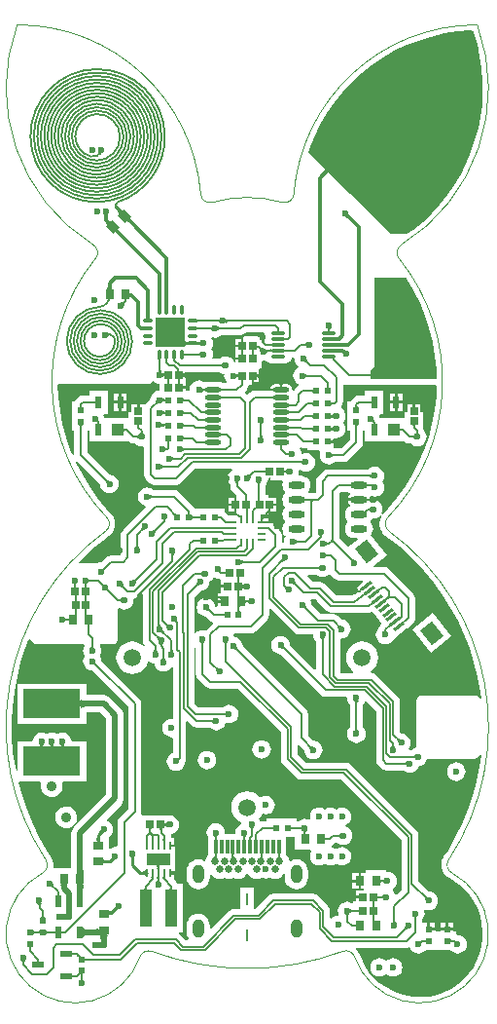
<source format=gbl>
G04*
G04 #@! TF.GenerationSoftware,Altium Limited,Altium Designer,24.2.2 (26)*
G04*
G04 Layer_Physical_Order=4*
G04 Layer_Color=16711680*
%FSLAX25Y25*%
%MOIN*%
G70*
G04*
G04 #@! TF.SameCoordinates,A7374CB3-C572-496A-BD66-24450F52A8E5*
G04*
G04*
G04 #@! TF.FilePolarity,Positive*
G04*
G01*
G75*
%ADD10C,0.00394*%
%ADD13R,0.02362X0.02362*%
%ADD14R,0.02362X0.03937*%
%ADD16R,0.02362X0.02362*%
%ADD19R,0.02520X0.02520*%
%ADD21R,0.03937X0.02362*%
%ADD25R,0.03543X0.03150*%
%ADD34R,0.03150X0.03543*%
%ADD84C,0.01968*%
%ADD85C,0.00984*%
%ADD86C,0.00591*%
%ADD87C,0.00622*%
%ADD88C,0.01181*%
%ADD90C,0.02559*%
%ADD91C,0.02362*%
%ADD92O,0.03937X0.06299*%
%ADD93C,0.05906*%
%ADD94C,0.03543*%
%ADD95R,0.00787X0.03937*%
%ADD96R,0.01181X0.04724*%
G04:AMPARAMS|DCode=97|XSize=35.43mil|YSize=31.5mil|CornerRadius=0mil|HoleSize=0mil|Usage=FLASHONLY|Rotation=315.000|XOffset=0mil|YOffset=0mil|HoleType=Round|Shape=Rectangle|*
%AMROTATEDRECTD97*
4,1,4,-0.02366,0.00139,-0.00139,0.02366,0.02366,-0.00139,0.00139,-0.02366,-0.02366,0.00139,0.0*
%
%ADD97ROTATEDRECTD97*%

%ADD98R,0.02520X0.02520*%
%ADD99O,0.05709X0.02362*%
G04:AMPARAMS|DCode=100|XSize=11.81mil|YSize=39.37mil|CornerRadius=0mil|HoleSize=0mil|Usage=FLASHONLY|Rotation=308.500|XOffset=0mil|YOffset=0mil|HoleType=Round|Shape=Rectangle|*
%AMROTATEDRECTD100*
4,1,4,-0.01908,-0.00763,0.01173,0.01688,0.01908,0.00763,-0.01173,-0.01688,-0.01908,-0.00763,0.0*
%
%ADD100ROTATEDRECTD100*%

G04:AMPARAMS|DCode=101|XSize=64.96mil|YSize=51.18mil|CornerRadius=0mil|HoleSize=0mil|Usage=FLASHONLY|Rotation=308.500|XOffset=0mil|YOffset=0mil|HoleType=Round|Shape=Rectangle|*
%AMROTATEDRECTD101*
4,1,4,-0.04025,0.00949,-0.00019,0.04135,0.04025,-0.00949,0.00019,-0.04135,-0.04025,0.00949,0.0*
%
%ADD101ROTATEDRECTD101*%

%ADD102R,0.02657X0.00984*%
%ADD103R,0.00984X0.02657*%
%ADD104R,0.07874X0.04291*%
%ADD105R,0.00984X0.02953*%
%ADD106R,0.03937X0.12598*%
%ADD107R,0.01968X0.03937*%
%ADD108R,0.19685X0.09843*%
%ADD109O,0.03347X0.01181*%
%ADD110O,0.01181X0.03347*%
%ADD111R,0.10236X0.10236*%
%ADD112O,0.05315X0.01181*%
%ADD113R,0.03937X0.03937*%
%ADD114O,0.05512X0.01772*%
%ADD115C,0.00787*%
G36*
X344075Y668565D02*
X343939Y668517D01*
X343570Y668363D01*
X343459Y668307D01*
X343259Y668190D01*
X343168Y668128D01*
X343005Y667999D01*
X342430Y668292D01*
X342505Y668356D01*
X342566Y668428D01*
X342615Y668508D01*
X342650Y668596D01*
X342673Y668692D01*
X342682Y668795D01*
X342678Y668907D01*
X342661Y669026D01*
X342631Y669153D01*
X342588Y669289D01*
X344075Y668565D01*
D02*
G37*
G36*
X348902Y650779D02*
X348908Y650745D01*
X348921Y650710D01*
X348940Y650674D01*
X348965Y650636D01*
X348997Y650597D01*
X349034Y650557D01*
X349077Y650515D01*
X349182Y650426D01*
X348274Y650188D01*
X348285Y650217D01*
X348294Y650249D01*
X348302Y650283D01*
X348308Y650319D01*
X348316Y650399D01*
X348317Y650443D01*
X348316Y650537D01*
X348312Y650588D01*
X348901Y650810D01*
X348902Y650779D01*
D02*
G37*
G36*
X350058Y649565D02*
X350214Y649434D01*
X350361Y649329D01*
X350500Y649248D01*
X350630Y649193D01*
X350752Y649163D01*
X350866Y649158D01*
X350970Y649179D01*
X351067Y649224D01*
X351154Y649295D01*
X349484Y647625D01*
X349555Y647713D01*
X349601Y647809D01*
X349621Y647914D01*
X349616Y648027D01*
X349586Y648149D01*
X349531Y648279D01*
X349451Y648418D01*
X349345Y648566D01*
X349214Y648722D01*
X349058Y648886D01*
X349893Y649721D01*
X350058Y649565D01*
D02*
G37*
G36*
X346058Y647925D02*
X346017Y647866D01*
X345982Y647798D01*
X345951Y647722D01*
X345925Y647638D01*
X345904Y647545D01*
X345887Y647443D01*
X345876Y647333D01*
X345866Y647087D01*
X344685D01*
X344683Y647214D01*
X344664Y647443D01*
X344647Y647545D01*
X344626Y647638D01*
X344600Y647722D01*
X344569Y647798D01*
X344534Y647866D01*
X344494Y647925D01*
X344449Y647975D01*
X346102D01*
X346058Y647925D01*
D02*
G37*
G36*
X428350Y647952D02*
X428364Y647882D01*
X428386Y647809D01*
X428418Y647734D01*
X428460Y647656D01*
X428511Y647575D01*
X428571Y647491D01*
X428640Y647405D01*
X428807Y647225D01*
X427972Y646389D01*
X427881Y646478D01*
X427706Y646626D01*
X427622Y646686D01*
X427541Y646737D01*
X427463Y646778D01*
X427388Y646810D01*
X427315Y646833D01*
X427245Y646846D01*
X427177Y646850D01*
X428346Y648020D01*
X428350Y647952D01*
D02*
G37*
G36*
X346140Y645648D02*
X346296Y645517D01*
X346444Y645411D01*
X346583Y645331D01*
X346713Y645276D01*
X346835Y645246D01*
X346948Y645241D01*
X347053Y645261D01*
X347149Y645307D01*
X347237Y645378D01*
X345567Y643708D01*
X345638Y643795D01*
X345683Y643892D01*
X345704Y643997D01*
X345699Y644110D01*
X345669Y644232D01*
X345614Y644362D01*
X345533Y644501D01*
X345428Y644649D01*
X345297Y644804D01*
X345141Y644969D01*
X345976Y645804D01*
X346140Y645648D01*
D02*
G37*
G36*
X471136Y710593D02*
X471373Y709946D01*
X472536Y705937D01*
X473423Y701859D01*
X474028Y697729D01*
X474350Y693567D01*
X474387Y689394D01*
X474138Y685227D01*
X473605Y681087D01*
X472790Y676994D01*
X471698Y672965D01*
X470332Y669021D01*
X468700Y665179D01*
X466809Y661458D01*
X464669Y657875D01*
X462288Y654447D01*
X459678Y651189D01*
X456852Y648117D01*
X453823Y645246D01*
X450604Y642589D01*
X448310Y640945D01*
X442850Y640945D01*
X414562Y668852D01*
X414930Y670025D01*
X416613Y674256D01*
X418606Y678349D01*
X420898Y682283D01*
X423478Y686034D01*
X426329Y689583D01*
X429438Y692910D01*
X432786Y695995D01*
X436354Y698822D01*
X440124Y701376D01*
X444073Y703641D01*
X448180Y705605D01*
X452423Y707258D01*
X456776Y708590D01*
X461217Y709594D01*
X465720Y710264D01*
X470259Y710596D01*
X471136Y710593D01*
D02*
G37*
G36*
X347053Y623186D02*
X347071Y622984D01*
X347100Y622805D01*
X347142Y622650D01*
X347195Y622518D01*
X347260Y622411D01*
X347337Y622328D01*
X347425Y622268D01*
X347526Y622232D01*
X347638Y622220D01*
X345276D01*
X345388Y622232D01*
X345488Y622268D01*
X345577Y622328D01*
X345654Y622411D01*
X345719Y622518D01*
X345772Y622650D01*
X345813Y622805D01*
X345843Y622984D01*
X345860Y623186D01*
X345866Y623413D01*
X347047D01*
X347053Y623186D01*
D02*
G37*
G36*
X352205Y620656D02*
X352235Y620633D01*
X352268Y620612D01*
X352304Y620593D01*
X352343Y620576D01*
X352384Y620560D01*
X352428Y620547D01*
X352475Y620536D01*
X352577Y620519D01*
X351922Y619863D01*
X351915Y619916D01*
X351894Y620013D01*
X351881Y620057D01*
X351865Y620098D01*
X351848Y620137D01*
X351829Y620173D01*
X351808Y620206D01*
X351785Y620236D01*
X351760Y620264D01*
X352177Y620681D01*
X352205Y620656D01*
D02*
G37*
G36*
X346843Y620026D02*
X346658Y618821D01*
X346028Y618775D01*
X346083Y618955D01*
X346156Y619282D01*
X346173Y619430D01*
X346177Y619567D01*
X346168Y619693D01*
X346147Y619808D01*
X346113Y619913D01*
X346066Y620007D01*
X346006Y620091D01*
X346843Y620026D01*
D02*
G37*
G36*
X346896Y618719D02*
X346837Y618702D01*
X346780Y618674D01*
X346724Y618635D01*
X346669Y618584D01*
X346616Y618522D01*
X346564Y618449D01*
X346514Y618364D01*
X346465Y618268D01*
X346418Y618161D01*
X345762Y618176D01*
X345802Y618280D01*
X345832Y618373D01*
X345850Y618456D01*
X345858Y618527D01*
X345855Y618587D01*
X345842Y618637D01*
X345817Y618675D01*
X345782Y618703D01*
X345736Y618719D01*
X345680Y618725D01*
X346956D01*
X346896Y618719D01*
D02*
G37*
G36*
X352503Y618719D02*
X352453Y618701D01*
X352409Y618671D01*
X352370Y618628D01*
X352338Y618574D01*
X352311Y618508D01*
X352290Y618430D01*
X352276Y618339D01*
X352267Y618237D01*
X352264Y618122D01*
X351673D01*
X351670Y618237D01*
X351661Y618339D01*
X351647Y618430D01*
X351626Y618508D01*
X351599Y618574D01*
X351567Y618628D01*
X351529Y618671D01*
X351484Y618701D01*
X351434Y618719D01*
X351378Y618725D01*
X352559D01*
X352503Y618719D01*
D02*
G37*
G36*
X351912Y617636D02*
X351847Y617563D01*
X351788Y617482D01*
X351737Y617393D01*
X351693Y617297D01*
X351655Y617192D01*
X351625Y617079D01*
X351602Y616958D01*
X351586Y616829D01*
X351577Y616692D01*
X351575Y616547D01*
X350406Y617717D01*
X350550Y617719D01*
X350816Y617744D01*
X350937Y617767D01*
X351050Y617797D01*
X351155Y617834D01*
X351252Y617879D01*
X351341Y617930D01*
X351422Y617988D01*
X351495Y618054D01*
X351912Y617636D01*
D02*
G37*
G36*
X360340Y612859D02*
X360358Y612653D01*
X360388Y612471D01*
X360429Y612314D01*
X360482Y612181D01*
X360546Y612071D01*
X360623Y611986D01*
X360711Y611926D01*
X360811Y611890D01*
X360923Y611877D01*
X358565D01*
X358677Y611890D01*
X358777Y611926D01*
X358865Y611986D01*
X358942Y612071D01*
X359007Y612181D01*
X359059Y612314D01*
X359101Y612471D01*
X359130Y612653D01*
X359148Y612859D01*
X359154Y613090D01*
X360335D01*
X360340Y612859D01*
D02*
G37*
G36*
X376286Y611816D02*
X376364Y611774D01*
X376445Y611736D01*
X376528Y611704D01*
X376613Y611677D01*
X376700Y611654D01*
X376790Y611637D01*
X376882Y611624D01*
X376976Y611617D01*
X377073Y611614D01*
Y611024D01*
X376976Y611021D01*
X376882Y611014D01*
X376790Y611001D01*
X376700Y610984D01*
X376613Y610961D01*
X376528Y610934D01*
X376445Y610901D01*
X376364Y610864D01*
X376286Y610821D01*
X376210Y610774D01*
Y611864D01*
X376286Y611816D01*
D02*
G37*
G36*
X386380Y612045D02*
X386586Y611875D01*
X386688Y611805D01*
X386789Y611747D01*
X386890Y611699D01*
X386990Y611662D01*
X387089Y611635D01*
X387187Y611620D01*
X387285Y611614D01*
Y611024D01*
X387187Y611018D01*
X387089Y611002D01*
X386990Y610976D01*
X386890Y610939D01*
X386789Y610891D01*
X386688Y610832D01*
X386586Y610763D01*
X386484Y610683D01*
X386380Y610593D01*
X386277Y610492D01*
Y612146D01*
X386380Y612045D01*
D02*
G37*
G36*
X384590Y610492D02*
X384486Y610593D01*
X384280Y610763D01*
X384178Y610832D01*
X384077Y610891D01*
X383976Y610939D01*
X383876Y610976D01*
X383777Y611002D01*
X383679Y611018D01*
X383581Y611024D01*
Y611614D01*
X383679Y611620D01*
X383777Y611635D01*
X383876Y611662D01*
X383976Y611699D01*
X384077Y611747D01*
X384178Y611805D01*
X384280Y611875D01*
X384383Y611954D01*
X384486Y612045D01*
X384590Y612146D01*
Y610492D01*
D02*
G37*
G36*
X376286Y609257D02*
X376364Y609215D01*
X376445Y609177D01*
X376528Y609145D01*
X376613Y609118D01*
X376700Y609095D01*
X376790Y609078D01*
X376882Y609065D01*
X376976Y609058D01*
X377073Y609055D01*
Y608465D01*
X376976Y608462D01*
X376882Y608455D01*
X376790Y608442D01*
X376700Y608425D01*
X376613Y608402D01*
X376528Y608375D01*
X376445Y608342D01*
X376364Y608305D01*
X376286Y608262D01*
X376210Y608215D01*
Y609305D01*
X376286Y609257D01*
D02*
G37*
G36*
X383625Y609486D02*
X383830Y609315D01*
X383932Y609246D01*
X384033Y609188D01*
X384134Y609140D01*
X384234Y609103D01*
X384333Y609076D01*
X384432Y609060D01*
X384529Y609055D01*
Y608465D01*
X384432Y608459D01*
X384333Y608443D01*
X384234Y608417D01*
X384134Y608380D01*
X384033Y608332D01*
X383932Y608273D01*
X383830Y608204D01*
X383728Y608124D01*
X383625Y608034D01*
X383521Y607933D01*
Y609587D01*
X383625Y609486D01*
D02*
G37*
G36*
X381834Y607933D02*
X381730Y608034D01*
X381524Y608204D01*
X381422Y608273D01*
X381321Y608332D01*
X381221Y608380D01*
X381121Y608417D01*
X381021Y608443D01*
X380923Y608459D01*
X380825Y608465D01*
Y609055D01*
X380923Y609060D01*
X381021Y609076D01*
X381121Y609103D01*
X381221Y609140D01*
X381321Y609188D01*
X381422Y609246D01*
X381524Y609315D01*
X381627Y609395D01*
X381730Y609486D01*
X381834Y609587D01*
Y607933D01*
D02*
G37*
G36*
X422478Y608895D02*
X422308Y608689D01*
X422239Y608588D01*
X422180Y608486D01*
X422132Y608386D01*
X422095Y608286D01*
X422069Y608187D01*
X422055Y608101D01*
X422059Y608050D01*
X422074Y607960D01*
X422094Y607881D01*
X422121Y607815D01*
X422154Y607761D01*
X422192Y607719D01*
X422236Y607689D01*
X422286Y607670D01*
X422342Y607664D01*
X421161D01*
X421217Y607670D01*
X421268Y607689D01*
X421312Y607719D01*
X421350Y607761D01*
X421383Y607815D01*
X421410Y607881D01*
X421430Y607960D01*
X421445Y608050D01*
X421449Y608101D01*
X421435Y608187D01*
X421409Y608286D01*
X421372Y608386D01*
X421324Y608486D01*
X421265Y608588D01*
X421196Y608689D01*
X421116Y608792D01*
X421026Y608895D01*
X420925Y608999D01*
X422579D01*
X422478Y608895D01*
D02*
G37*
G36*
X404530Y608153D02*
X404539Y608050D01*
X404554Y607960D01*
X404575Y607881D01*
X404601Y607815D01*
X404634Y607761D01*
X404672Y607719D01*
X404716Y607689D01*
X404767Y607670D01*
X404823Y607664D01*
X403642D01*
X403698Y607670D01*
X403748Y607689D01*
X403792Y607719D01*
X403831Y607761D01*
X403863Y607815D01*
X403890Y607881D01*
X403910Y607960D01*
X403925Y608050D01*
X403934Y608153D01*
X403937Y608267D01*
X404528D01*
X404530Y608153D01*
D02*
G37*
G36*
X345485Y607328D02*
X346222Y607073D01*
X346262Y607070D01*
X346504Y606464D01*
X346450Y606464D01*
X346396Y606451D01*
X346342Y606424D01*
X346289Y606385D01*
X346237Y606331D01*
X346185Y606264D01*
X346133Y606184D01*
X346081Y606091D01*
X346030Y605984D01*
X345980Y605863D01*
X345340Y607388D01*
X345485Y607328D01*
D02*
G37*
G36*
X368507Y607375D02*
X368519Y607282D01*
X368540Y607191D01*
X368570Y607099D01*
X368608Y607009D01*
X368655Y606919D01*
X368711Y606831D01*
X368776Y606742D01*
X368849Y606655D01*
X368931Y606568D01*
X368235Y605872D01*
X368148Y605954D01*
X368061Y606027D01*
X367973Y606092D01*
X367884Y606148D01*
X367794Y606195D01*
X367704Y606233D01*
X367613Y606263D01*
X367521Y606284D01*
X367428Y606296D01*
X367335Y606299D01*
X368504Y607469D01*
X368507Y607375D01*
D02*
G37*
G36*
X406601Y605616D02*
X406679Y605573D01*
X406760Y605536D01*
X406843Y605503D01*
X406928Y605476D01*
X407015Y605453D01*
X407105Y605436D01*
X407197Y605423D01*
X407292Y605416D01*
X407388Y605413D01*
Y604823D01*
X407292Y604820D01*
X407197Y604813D01*
X407105Y604800D01*
X407015Y604783D01*
X406928Y604760D01*
X406843Y604733D01*
X406760Y604701D01*
X406679Y604663D01*
X406601Y604621D01*
X406525Y604573D01*
Y605663D01*
X406601Y605616D01*
D02*
G37*
G36*
X377897Y602815D02*
X377828Y602879D01*
X377754Y602935D01*
X377674Y602986D01*
X377589Y603029D01*
X377498Y603066D01*
X377401Y603096D01*
X377299Y603120D01*
X377191Y603136D01*
X377123Y603142D01*
X376210Y603097D01*
Y604187D01*
X376235Y604177D01*
X376278Y604168D01*
X376339Y604160D01*
X376515Y604147D01*
X377078Y604137D01*
X377191Y604147D01*
X377299Y604164D01*
X377401Y604187D01*
X377498Y604217D01*
X377589Y604254D01*
X377674Y604298D01*
X377754Y604348D01*
X377828Y604405D01*
X377897Y604468D01*
Y602815D01*
D02*
G37*
G36*
X399594Y607159D02*
X399584Y607087D01*
X399672Y606419D01*
X399803Y606102D01*
X399672Y605786D01*
X399584Y605118D01*
X399672Y604450D01*
X399720Y604334D01*
X399675Y604275D01*
X399270Y603994D01*
X398891Y604247D01*
X398607D01*
X398604Y604335D01*
X398596Y604417D01*
X398583Y604492D01*
X398563Y604560D01*
X398539Y604622D01*
X398509Y604676D01*
X398473Y604725D01*
X398432Y604766D01*
X398386Y604801D01*
X398334Y604829D01*
X398740Y604858D01*
Y605984D01*
X392284D01*
Y605000D01*
X389646D01*
Y603248D01*
X391890D01*
Y602264D01*
X389646D01*
Y600512D01*
X389646D01*
Y598917D01*
X391890D01*
Y597933D01*
X389646D01*
Y597331D01*
X389146Y597231D01*
X388972Y597651D01*
X388467Y598309D01*
X387809Y598814D01*
X387043Y599131D01*
X386221Y599240D01*
X385398Y599131D01*
X384632Y598814D01*
X384117Y598419D01*
X384043Y598371D01*
X381965D01*
X381687Y598787D01*
X381809Y599079D01*
X381917Y599902D01*
X381809Y600724D01*
X381491Y601490D01*
X381275Y601772D01*
X381491Y602053D01*
X381809Y602819D01*
X381917Y603642D01*
X381809Y604464D01*
X381491Y605230D01*
X381412Y605334D01*
X381727Y605744D01*
X381855Y605691D01*
X382677Y605583D01*
X383499Y605691D01*
X384266Y606009D01*
X384780Y606404D01*
X384855Y606452D01*
X391437D01*
X392320Y606627D01*
X393069Y607128D01*
X393476Y607534D01*
X399264D01*
X399594Y607159D01*
D02*
G37*
G36*
X392188Y604480D02*
X392197Y604377D01*
X392212Y604287D01*
X392232Y604209D01*
X392259Y604142D01*
X392291Y604088D01*
X392330Y604046D01*
X392374Y604016D01*
X392424Y603998D01*
X392480Y603992D01*
X391299D01*
X391355Y603998D01*
X391406Y604016D01*
X391450Y604046D01*
X391488Y604088D01*
X391521Y604142D01*
X391547Y604209D01*
X391568Y604287D01*
X391583Y604377D01*
X391592Y604480D01*
X391595Y604594D01*
X392185D01*
X392188Y604480D01*
D02*
G37*
G36*
X372427Y604532D02*
X372457Y604449D01*
X372507Y604375D01*
X372576Y604311D01*
X372666Y604257D01*
X372776Y604213D01*
X372905Y604178D01*
X373025Y604158D01*
X373593Y604187D01*
Y603097D01*
X373568Y603107D01*
X373525Y603116D01*
X373464Y603124D01*
X373288Y603136D01*
X373155Y603139D01*
X373055Y603130D01*
X372905Y603105D01*
X372776Y603071D01*
X372666Y603027D01*
X372576Y602972D01*
X372507Y602909D01*
X372457Y602835D01*
X372427Y602751D01*
X372417Y602658D01*
Y604626D01*
X372427Y604532D01*
D02*
G37*
G36*
X401940Y602605D02*
X401864Y602652D01*
X401786Y602695D01*
X401705Y602732D01*
X401622Y602764D01*
X401537Y602792D01*
X401449Y602814D01*
X401360Y602832D01*
X401267Y602844D01*
X401173Y602852D01*
X401076Y602854D01*
Y603445D01*
X401173Y603447D01*
X401267Y603455D01*
X401360Y603467D01*
X401449Y603485D01*
X401537Y603507D01*
X401622Y603535D01*
X401705Y603567D01*
X401786Y603605D01*
X401864Y603647D01*
X401940Y603695D01*
Y602605D01*
D02*
G37*
G36*
X414117Y602323D02*
X414013Y602424D01*
X413808Y602594D01*
X413706Y602663D01*
X413604Y602722D01*
X413504Y602769D01*
X413404Y602807D01*
X413305Y602833D01*
X413206Y602849D01*
X413108Y602854D01*
Y603445D01*
X413206Y603450D01*
X413305Y603466D01*
X413404Y603493D01*
X413504Y603530D01*
X413604Y603578D01*
X413706Y603636D01*
X413808Y603705D01*
X413910Y603785D01*
X414013Y603875D01*
X414117Y603976D01*
Y602323D01*
D02*
G37*
G36*
X396765Y602897D02*
X396783Y602846D01*
X396813Y602802D01*
X396854Y602764D01*
X396907Y602731D01*
X396972Y602705D01*
X397049Y602684D01*
X397138Y602669D01*
X397238Y602660D01*
X397350Y602658D01*
Y602067D01*
X397238Y602064D01*
X397138Y602055D01*
X397049Y602040D01*
X396972Y602020D01*
X396907Y601993D01*
X396854Y601961D01*
X396813Y601922D01*
X396783Y601878D01*
X396765Y601828D01*
X396760Y601772D01*
Y602953D01*
X396765Y602897D01*
D02*
G37*
G36*
X396204Y601514D02*
X396153Y601496D01*
X396109Y601466D01*
X396071Y601424D01*
X396038Y601369D01*
X396012Y601303D01*
X395991Y601225D01*
X395976Y601134D01*
X395968Y601032D01*
X395965Y600917D01*
X395374D01*
X395371Y601032D01*
X395362Y601134D01*
X395347Y601225D01*
X395327Y601303D01*
X395300Y601369D01*
X395268Y601424D01*
X395229Y601466D01*
X395185Y601496D01*
X395135Y601514D01*
X395079Y601520D01*
X396260D01*
X396204Y601514D01*
D02*
G37*
G36*
X392424D02*
X392374Y601496D01*
X392330Y601466D01*
X392291Y601424D01*
X392259Y601369D01*
X392232Y601303D01*
X392212Y601225D01*
X392197Y601134D01*
X392188Y601032D01*
X392185Y600917D01*
X391595D01*
X391592Y601032D01*
X391583Y601134D01*
X391568Y601225D01*
X391547Y601303D01*
X391521Y601369D01*
X391488Y601424D01*
X391450Y601466D01*
X391406Y601496D01*
X391355Y601514D01*
X391299Y601520D01*
X392480D01*
X392424Y601514D01*
D02*
G37*
G36*
X398185Y602241D02*
X398266Y602182D01*
X398355Y602131D01*
X398451Y602086D01*
X398556Y602049D01*
X398669Y602019D01*
X398790Y601996D01*
X398919Y601980D01*
X399056Y601970D01*
X399201Y601968D01*
X398032Y600799D01*
X398029Y600944D01*
X398004Y601210D01*
X397981Y601331D01*
X397951Y601444D01*
X397914Y601548D01*
X397869Y601646D01*
X397818Y601734D01*
X397760Y601815D01*
X397694Y601888D01*
X398112Y602306D01*
X398185Y602241D01*
D02*
G37*
G36*
X406601Y601679D02*
X406679Y601636D01*
X406760Y601599D01*
X406843Y601566D01*
X406928Y601539D01*
X407015Y601516D01*
X407105Y601499D01*
X407197Y601486D01*
X407292Y601479D01*
X407388Y601476D01*
Y600886D01*
X407292Y600883D01*
X407197Y600876D01*
X407105Y600863D01*
X407015Y600846D01*
X406928Y600823D01*
X406843Y600796D01*
X406760Y600764D01*
X406679Y600726D01*
X406601Y600684D01*
X406525Y600636D01*
Y601726D01*
X406601Y601679D01*
D02*
G37*
G36*
X399880Y601777D02*
X400399Y601569D01*
X400510Y601536D01*
X400710Y601491D01*
X400799Y601480D01*
X400881Y601476D01*
X401076Y600945D01*
Y601476D01*
X401173Y601479D01*
X401267Y601486D01*
X401360Y601499D01*
X401449Y601516D01*
X401537Y601539D01*
X401622Y601566D01*
X401705Y601599D01*
X401786Y601636D01*
X401864Y601679D01*
X401940Y601726D01*
Y600636D01*
X401864Y600684D01*
X401786Y600726D01*
X401705Y600764D01*
X401622Y600796D01*
X401537Y600823D01*
X401449Y600846D01*
X401360Y600863D01*
X401267Y600876D01*
X401173Y600883D01*
X401091Y600885D01*
X400993Y600880D01*
X400894Y600862D01*
X400799Y600832D01*
X400710Y600790D01*
X400626Y600737D01*
X400547Y600671D01*
X400473Y600593D01*
X400405Y600504D01*
X400342Y600402D01*
X400283Y600289D01*
X399732Y601848D01*
X399880Y601777D01*
D02*
G37*
G36*
X427244Y601138D02*
X426404Y600245D01*
X426400Y600254D01*
X426385Y600272D01*
X426361Y600300D01*
X426004Y600669D01*
X425910Y600764D01*
X426745Y601599D01*
X427244Y601138D01*
D02*
G37*
G36*
X395968Y600149D02*
X395976Y600047D01*
X395991Y599956D01*
X396012Y599878D01*
X396038Y599812D01*
X396071Y599757D01*
X396109Y599715D01*
X396153Y599685D01*
X396204Y599667D01*
X396260Y599661D01*
X395079D01*
X395135Y599667D01*
X395185Y599685D01*
X395229Y599715D01*
X395268Y599757D01*
X395300Y599812D01*
X395327Y599878D01*
X395347Y599956D01*
X395362Y600047D01*
X395371Y600149D01*
X395374Y600264D01*
X395965D01*
X395968Y600149D01*
D02*
G37*
G36*
X392188D02*
X392197Y600047D01*
X392212Y599956D01*
X392232Y599878D01*
X392259Y599812D01*
X392291Y599757D01*
X392330Y599715D01*
X392374Y599685D01*
X392424Y599667D01*
X392480Y599661D01*
X391299D01*
X391355Y599667D01*
X391406Y599685D01*
X391450Y599715D01*
X391488Y599757D01*
X391521Y599812D01*
X391547Y599878D01*
X391568Y599956D01*
X391583Y600047D01*
X391592Y600149D01*
X391595Y600264D01*
X392185D01*
X392188Y600149D01*
D02*
G37*
G36*
X371745Y600436D02*
X371763Y600386D01*
X371794Y600342D01*
X371836Y600303D01*
X371890Y600271D01*
X371956Y600244D01*
X372035Y600223D01*
X372125Y600209D01*
X372227Y600200D01*
X372342Y600197D01*
Y599606D01*
X372227Y599603D01*
X372125Y599594D01*
X372035Y599580D01*
X371956Y599559D01*
X371890Y599533D01*
X371836Y599500D01*
X371794Y599462D01*
X371763Y599417D01*
X371745Y599367D01*
X371739Y599311D01*
Y600492D01*
X371745Y600436D01*
D02*
G37*
G36*
X377897Y599075D02*
X377793Y599176D01*
X377587Y599346D01*
X377485Y599415D01*
X377384Y599473D01*
X377284Y599521D01*
X377184Y599558D01*
X377084Y599585D01*
X376986Y599601D01*
X376888Y599606D01*
Y600197D01*
X376986Y600202D01*
X377084Y600218D01*
X377184Y600245D01*
X377284Y600282D01*
X377384Y600330D01*
X377485Y600388D01*
X377587Y600457D01*
X377690Y600537D01*
X377793Y600627D01*
X377897Y600728D01*
Y599075D01*
D02*
G37*
G36*
X423672Y598629D02*
X423630Y598613D01*
X423593Y598585D01*
X423561Y598546D01*
X423534Y598497D01*
X423512Y598436D01*
X423495Y598364D01*
X423483Y598281D01*
X423475Y598187D01*
X423473Y598082D01*
X422882D01*
X422880Y598187D01*
X422873Y598281D01*
X422860Y598364D01*
X422843Y598436D01*
X422821Y598497D01*
X422794Y598546D01*
X422762Y598585D01*
X422725Y598613D01*
X422684Y598629D01*
X422637Y598635D01*
X423718D01*
X423672Y598629D01*
D02*
G37*
G36*
X368914Y598342D02*
X368912Y598329D01*
X368910Y598240D01*
X368908Y597923D01*
X368318D01*
X368311Y598332D01*
X368915Y598346D01*
X368914Y598342D01*
D02*
G37*
G36*
X366541Y598517D02*
X366498Y598439D01*
X366461Y598358D01*
X366428Y598276D01*
X366401Y598190D01*
X366378Y598103D01*
X366361Y598013D01*
X366349Y597921D01*
X366341Y597827D01*
X366339Y597730D01*
X365748D01*
X365745Y597827D01*
X365738Y597921D01*
X365726Y598013D01*
X365708Y598103D01*
X365686Y598190D01*
X365658Y598276D01*
X365626Y598358D01*
X365588Y598439D01*
X365546Y598517D01*
X365498Y598593D01*
X366588D01*
X366541Y598517D01*
D02*
G37*
G36*
X363982D02*
X363939Y598439D01*
X363902Y598358D01*
X363869Y598276D01*
X363842Y598190D01*
X363820Y598103D01*
X363802Y598013D01*
X363790Y597921D01*
X363782Y597827D01*
X363779Y597730D01*
X363189D01*
X363187Y597827D01*
X363179Y597921D01*
X363166Y598013D01*
X363149Y598103D01*
X363126Y598190D01*
X363099Y598276D01*
X363067Y598358D01*
X363029Y598439D01*
X362987Y598517D01*
X362939Y598593D01*
X364029D01*
X363982Y598517D01*
D02*
G37*
G36*
X414175Y598269D02*
X414200Y598003D01*
X414224Y597882D01*
X414254Y597769D01*
X414291Y597664D01*
X414335Y597567D01*
X414387Y597478D01*
X414445Y597397D01*
X414511Y597324D01*
X414093Y596907D01*
X414020Y596972D01*
X413939Y597031D01*
X413850Y597082D01*
X413753Y597126D01*
X413648Y597163D01*
X413535Y597194D01*
X413414Y597217D01*
X413286Y597233D01*
X413149Y597242D01*
X413004Y597244D01*
X414173Y598413D01*
X414175Y598269D01*
D02*
G37*
G36*
X409815Y598425D02*
X409924Y597603D01*
X410241Y596837D01*
X410746Y596179D01*
X411149Y595870D01*
X411073Y595297D01*
X411010Y595271D01*
X410352Y594766D01*
X409847Y594108D01*
X409530Y593342D01*
X409422Y592520D01*
X409530Y591698D01*
X409847Y590931D01*
X410352Y590273D01*
X411010Y589769D01*
X411172Y589701D01*
X411221Y589204D01*
X410966Y589034D01*
X409785Y587852D01*
X409568Y587527D01*
X409136Y587681D01*
X409089Y587711D01*
X408947Y588426D01*
X408533Y589045D01*
X407915Y589458D01*
X407185Y589604D01*
X405959D01*
X405871Y589497D01*
X405802Y589395D01*
X405743Y589293D01*
X405695Y589193D01*
X405658Y589093D01*
X405631Y588994D01*
X405624Y588948D01*
X405637Y588871D01*
X405657Y588793D01*
X405684Y588726D01*
X405717Y588672D01*
X405755Y588630D01*
X405799Y588600D01*
X405849Y588582D01*
X405905Y588576D01*
X404724D01*
X404780Y588582D01*
X404831Y588600D01*
X404875Y588630D01*
X404913Y588672D01*
X404946Y588726D01*
X404973Y588793D01*
X404993Y588871D01*
X405006Y588948D01*
X404998Y588994D01*
X404972Y589093D01*
X404935Y589193D01*
X404887Y589293D01*
X404828Y589395D01*
X404759Y589497D01*
X404680Y589599D01*
X404676Y589604D01*
X403445D01*
X402715Y589458D01*
X402097Y589045D01*
X401683Y588426D01*
X401538Y587697D01*
X401332Y587446D01*
X396161D01*
X395278Y587270D01*
X394529Y586770D01*
X393701Y585941D01*
X392872Y586770D01*
X392830Y587203D01*
X393522Y587895D01*
X393522Y587895D01*
X394022Y588644D01*
X394151Y589291D01*
X395118D01*
Y590276D01*
X397756D01*
Y592028D01*
X397621D01*
Y591693D01*
X397517Y591794D01*
X397311Y591964D01*
X397217Y592028D01*
X396780D01*
X396766Y591985D01*
X396760Y591929D01*
Y592028D01*
X395512D01*
Y593012D01*
X396760D01*
Y593110D01*
X396766Y593054D01*
X396780Y593012D01*
X397218D01*
X397311Y593075D01*
X397414Y593155D01*
X397517Y593246D01*
X397621Y593347D01*
Y593012D01*
X397756D01*
Y594764D01*
X397756D01*
X397918Y595197D01*
X398740D01*
Y597294D01*
X399116Y597623D01*
X399213Y597611D01*
X400035Y597719D01*
X400074Y597735D01*
X400340Y597388D01*
X400875Y596977D01*
X401497Y596719D01*
X402165Y596631D01*
X406299D01*
X406967Y596719D01*
X407590Y596977D01*
X408124Y597388D01*
X408534Y597922D01*
X408792Y598545D01*
X408836Y598873D01*
X409370D01*
X409815Y598425D01*
D02*
G37*
G36*
X385377Y595236D02*
X385273Y595337D01*
X385067Y595507D01*
X384965Y595576D01*
X384864Y595635D01*
X384764Y595683D01*
X384664Y595720D01*
X384565Y595747D01*
X384466Y595762D01*
X384368Y595768D01*
Y596358D01*
X384466Y596364D01*
X384565Y596380D01*
X384664Y596406D01*
X384764Y596443D01*
X384864Y596491D01*
X384965Y596550D01*
X385067Y596619D01*
X385170Y596698D01*
X385273Y596789D01*
X385377Y596890D01*
Y595236D01*
D02*
G37*
G36*
X370152Y594606D02*
X370159Y594510D01*
X370172Y594425D01*
X370190Y594352D01*
X370213Y594290D01*
X370241Y594240D01*
X370275Y594200D01*
X370313Y594172D01*
X370357Y594155D01*
X370406Y594149D01*
X369302D01*
X369351Y594155D01*
X369394Y594172D01*
X369433Y594200D01*
X369466Y594240D01*
X369494Y594290D01*
X369517Y594352D01*
X369535Y594425D01*
X369548Y594510D01*
X369556Y594606D01*
X369559Y594713D01*
X370149D01*
X370152Y594606D01*
D02*
G37*
G36*
X364041Y594668D02*
X364057Y594569D01*
X364083Y594470D01*
X364121Y594370D01*
X364168Y594270D01*
X364227Y594168D01*
X364296Y594066D01*
X364376Y593964D01*
X364466Y593861D01*
X364567Y593757D01*
X362913D01*
X363014Y593861D01*
X363184Y594066D01*
X363254Y594168D01*
X363312Y594270D01*
X363360Y594370D01*
X363397Y594470D01*
X363424Y594569D01*
X363440Y594668D01*
X363445Y594766D01*
X364035D01*
X364041Y594668D01*
D02*
G37*
G36*
X384117Y593707D02*
X384632Y593312D01*
X385398Y592994D01*
X385816Y592940D01*
X385760Y592520D01*
X385869Y591698D01*
X386186Y590931D01*
X386513Y590505D01*
X386266Y590005D01*
X385637D01*
X385396Y590190D01*
X384702Y590478D01*
X383957Y590576D01*
X380217D01*
X379471Y590478D01*
X379064Y590309D01*
X378754Y590547D01*
X377988Y590864D01*
X377165Y590972D01*
X376343Y590864D01*
X375577Y590547D01*
X374919Y590042D01*
X374414Y589384D01*
X374097Y588618D01*
X373989Y587795D01*
X374002Y587690D01*
X373536Y587402D01*
X372559D01*
Y588091D01*
X370315D01*
Y589075D01*
X372559D01*
Y590669D01*
Y592421D01*
X372424D01*
Y591850D01*
X372320Y591951D01*
X372115Y592121D01*
X372013Y592191D01*
X371912Y592249D01*
X371811Y592297D01*
X371740Y592323D01*
X371702Y592308D01*
X371647Y592276D01*
X371605Y592237D01*
X371575Y592193D01*
X371557Y592143D01*
X371551Y592087D01*
Y592371D01*
X371513Y592377D01*
X371415Y592382D01*
Y592421D01*
X370315D01*
Y593405D01*
X372323D01*
X372424Y593504D01*
Y593405D01*
X372559D01*
Y593755D01*
X384043D01*
X384117Y593707D01*
D02*
G37*
G36*
X364687Y593639D02*
X364893Y593469D01*
X364995Y593400D01*
X365096Y593342D01*
X365197Y593294D01*
X365264Y593269D01*
X365297Y593283D01*
X365351Y593315D01*
X365392Y593353D01*
X365422Y593398D01*
X365439Y593448D01*
X365445Y593504D01*
Y593222D01*
X365494Y593214D01*
X365592Y593209D01*
Y592618D01*
X365494Y592613D01*
X365445Y592605D01*
Y592323D01*
X365439Y592379D01*
X365422Y592429D01*
X365392Y592473D01*
X365351Y592512D01*
X365297Y592544D01*
X365264Y592558D01*
X365197Y592533D01*
X365096Y592485D01*
X364995Y592427D01*
X364893Y592358D01*
X364791Y592278D01*
X364687Y592188D01*
X364584Y592087D01*
Y593740D01*
X364687Y593639D01*
D02*
G37*
G36*
X389884Y593246D02*
X390090Y593075D01*
X390192Y593006D01*
X390293Y592948D01*
X390394Y592900D01*
X390465Y592873D01*
X390503Y592889D01*
X390558Y592921D01*
X390600Y592960D01*
X390630Y593004D01*
X390648Y593054D01*
X390654Y593110D01*
Y592826D01*
X390691Y592820D01*
X390789Y592815D01*
Y592224D01*
X390691Y592219D01*
X390654Y592213D01*
Y591929D01*
X390648Y591985D01*
X390630Y592035D01*
X390600Y592080D01*
X390558Y592118D01*
X390503Y592151D01*
X390465Y592166D01*
X390394Y592139D01*
X390293Y592092D01*
X390192Y592033D01*
X390090Y591964D01*
X389988Y591884D01*
X389884Y591794D01*
X389780Y591693D01*
Y593347D01*
X389884Y593246D01*
D02*
G37*
G36*
X413546Y593246D02*
X413752Y593075D01*
X413853Y593006D01*
X413955Y592948D01*
X414055Y592900D01*
X414155Y592863D01*
X414254Y592836D01*
X414353Y592820D01*
X414451Y592815D01*
Y592224D01*
X414353Y592219D01*
X414254Y592203D01*
X414155Y592177D01*
X414055Y592139D01*
X413955Y592092D01*
X413853Y592033D01*
X413752Y591964D01*
X413649Y591884D01*
X413546Y591794D01*
X413442Y591693D01*
Y593347D01*
X413546Y593246D01*
D02*
G37*
G36*
X448310Y625740D02*
X450713Y621696D01*
X452818Y617488D01*
X454612Y613139D01*
X456087Y608672D01*
X457235Y604110D01*
X458049Y599476D01*
X458527Y594796D01*
X458617Y591697D01*
X458269Y591339D01*
X435827D01*
Y594095D01*
X437402Y595669D01*
Y625984D01*
X448140D01*
X448310Y625740D01*
D02*
G37*
G36*
X370849Y591672D02*
X370799Y591653D01*
X370755Y591623D01*
X370717Y591581D01*
X370684Y591527D01*
X370657Y591461D01*
X370637Y591382D01*
X370622Y591292D01*
X370613Y591189D01*
X370610Y591075D01*
X370020D01*
X370017Y591189D01*
X370008Y591292D01*
X369993Y591382D01*
X369972Y591461D01*
X369946Y591527D01*
X369913Y591581D01*
X369875Y591623D01*
X369831Y591653D01*
X369780Y591672D01*
X369724Y591678D01*
X370905D01*
X370849Y591672D01*
D02*
G37*
G36*
X367227D02*
X367177Y591653D01*
X367133Y591623D01*
X367094Y591581D01*
X367062Y591527D01*
X367035Y591461D01*
X367015Y591382D01*
X367000Y591292D01*
X366991Y591189D01*
X366988Y591075D01*
X366398D01*
X366395Y591189D01*
X366386Y591292D01*
X366371Y591382D01*
X366350Y591461D01*
X366324Y591527D01*
X366291Y591581D01*
X366253Y591623D01*
X366209Y591653D01*
X366159Y591672D01*
X366102Y591678D01*
X367284D01*
X367227Y591672D01*
D02*
G37*
G36*
X396046Y591278D02*
X395996Y591260D01*
X395952Y591230D01*
X395913Y591187D01*
X395881Y591133D01*
X395854Y591067D01*
X395834Y590989D01*
X395819Y590898D01*
X395810Y590796D01*
X395807Y590681D01*
X395216D01*
X395214Y590796D01*
X395205Y590898D01*
X395190Y590989D01*
X395169Y591067D01*
X395143Y591133D01*
X395110Y591187D01*
X395072Y591230D01*
X395028Y591260D01*
X394977Y591278D01*
X394921Y591284D01*
X396102D01*
X396046Y591278D01*
D02*
G37*
G36*
X392424D02*
X392374Y591260D01*
X392330Y591230D01*
X392291Y591187D01*
X392259Y591133D01*
X392232Y591067D01*
X392212Y590989D01*
X392197Y590898D01*
X392188Y590796D01*
X392185Y590681D01*
X391595D01*
X391592Y590796D01*
X391583Y590898D01*
X391568Y590989D01*
X391547Y591067D01*
X391521Y591133D01*
X391488Y591187D01*
X391450Y591230D01*
X391406Y591260D01*
X391355Y591278D01*
X391299Y591284D01*
X392480D01*
X392424Y591278D01*
D02*
G37*
G36*
X370613Y590307D02*
X370622Y590204D01*
X370637Y590114D01*
X370657Y590035D01*
X370684Y589969D01*
X370717Y589915D01*
X370755Y589873D01*
X370799Y589843D01*
X370849Y589824D01*
X370905Y589818D01*
X369724D01*
X369780Y589824D01*
X369831Y589843D01*
X369875Y589873D01*
X369913Y589915D01*
X369946Y589969D01*
X369972Y590035D01*
X369993Y590114D01*
X370008Y590204D01*
X370017Y590307D01*
X370020Y590421D01*
X370610D01*
X370613Y590307D01*
D02*
G37*
G36*
X366991D02*
X367000Y590204D01*
X367015Y590114D01*
X367035Y590035D01*
X367062Y589969D01*
X367094Y589915D01*
X367133Y589873D01*
X367177Y589843D01*
X367227Y589824D01*
X367284Y589818D01*
X366102D01*
X366159Y589824D01*
X366209Y589843D01*
X366253Y589873D01*
X366291Y589915D01*
X366324Y589969D01*
X366350Y590035D01*
X366371Y590114D01*
X366386Y590204D01*
X366395Y590307D01*
X366398Y590421D01*
X366988D01*
X366991Y590307D01*
D02*
G37*
G36*
X421558Y589047D02*
X421567Y588944D01*
X421582Y588854D01*
X421602Y588776D01*
X421629Y588709D01*
X421661Y588655D01*
X421700Y588613D01*
X421744Y588583D01*
X421794Y588565D01*
X421850Y588559D01*
X420669D01*
X420725Y588565D01*
X420776Y588583D01*
X420820Y588613D01*
X420858Y588655D01*
X420891Y588709D01*
X420917Y588776D01*
X420938Y588854D01*
X420953Y588944D01*
X420962Y589047D01*
X420965Y589161D01*
X421555D01*
X421558Y589047D01*
D02*
G37*
G36*
X402799Y587113D02*
X402791Y587168D01*
X402768Y587217D01*
X402729Y587260D01*
X402674Y587298D01*
X402604Y587329D01*
X402519Y587355D01*
X402418Y587376D01*
X402302Y587390D01*
X402170Y587399D01*
X402022Y587402D01*
Y587992D01*
X402170Y587995D01*
X402418Y588018D01*
X402519Y588038D01*
X402604Y588064D01*
X402674Y588096D01*
X402729Y588133D01*
X402768Y588177D01*
X402791Y588226D01*
X402799Y588281D01*
Y587113D01*
D02*
G37*
G36*
X384611Y588226D02*
X384634Y588177D01*
X384673Y588133D01*
X384727Y588096D01*
X384797Y588064D01*
X384883Y588038D01*
X384983Y588018D01*
X385100Y588004D01*
X385232Y587995D01*
X385380Y587992D01*
Y587402D01*
X385232Y587399D01*
X384983Y587376D01*
X384883Y587355D01*
X384797Y587329D01*
X384727Y587298D01*
X384673Y587260D01*
X384634Y587217D01*
X384611Y587168D01*
X384603Y587113D01*
Y588281D01*
X384611Y588226D01*
D02*
G37*
G36*
X378168Y588443D02*
X378261Y588348D01*
X378355Y588265D01*
X378450Y588193D01*
X378546Y588131D01*
X378643Y588081D01*
X378741Y588042D01*
X378839Y588014D01*
X378939Y587998D01*
X378958Y587997D01*
X379190Y588018D01*
X379291Y588038D01*
X379376Y588064D01*
X379446Y588096D01*
X379500Y588133D01*
X379539Y588177D01*
X379562Y588226D01*
X379570Y588281D01*
Y587113D01*
X379562Y587168D01*
X379539Y587217D01*
X379500Y587260D01*
X379446Y587298D01*
X379376Y587329D01*
X379291Y587355D01*
X379190Y587376D01*
X379073Y587390D01*
X378941Y587399D01*
X378935Y587399D01*
X378892Y587397D01*
X378795Y587382D01*
X378695Y587357D01*
X378594Y587322D01*
X378490Y587277D01*
X378383Y587221D01*
X378275Y587156D01*
X378165Y587081D01*
X377937Y586901D01*
X378075Y588549D01*
X378168Y588443D01*
D02*
G37*
G36*
X416154Y586811D02*
X416148Y586867D01*
X416130Y586917D01*
X416101Y586962D01*
X416059Y587000D01*
X416006Y587033D01*
X415941Y587059D01*
X415864Y587080D01*
X415776Y587094D01*
X415675Y587103D01*
X415563Y587106D01*
Y587697D01*
X415675Y587700D01*
X415776Y587709D01*
X415864Y587723D01*
X415941Y587744D01*
X416006Y587771D01*
X416059Y587803D01*
X416101Y587842D01*
X416130Y587886D01*
X416148Y587936D01*
X416154Y587992D01*
Y586811D01*
D02*
G37*
G36*
X402799Y584554D02*
X402791Y584609D01*
X402768Y584658D01*
X402729Y584701D01*
X402674Y584739D01*
X402604Y584770D01*
X402519Y584796D01*
X402418Y584817D01*
X402302Y584831D01*
X402170Y584840D01*
X402022Y584842D01*
Y585433D01*
X402170Y585436D01*
X402418Y585459D01*
X402519Y585479D01*
X402604Y585505D01*
X402674Y585537D01*
X402729Y585574D01*
X402768Y585618D01*
X402791Y585667D01*
X402799Y585722D01*
Y584554D01*
D02*
G37*
G36*
X384611Y585667D02*
X384634Y585618D01*
X384673Y585574D01*
X384727Y585537D01*
X384797Y585505D01*
X384883Y585479D01*
X384983Y585459D01*
X385100Y585445D01*
X385232Y585436D01*
X385380Y585433D01*
Y584842D01*
X385232Y584840D01*
X384983Y584817D01*
X384883Y584796D01*
X384797Y584770D01*
X384727Y584739D01*
X384673Y584701D01*
X384634Y584658D01*
X384611Y584609D01*
X384603Y584554D01*
Y585722D01*
X384611Y585667D01*
D02*
G37*
G36*
X364530Y584978D02*
X364736Y584808D01*
X364838Y584739D01*
X364939Y584680D01*
X365039Y584632D01*
X365139Y584595D01*
X365151Y584592D01*
X365161Y584594D01*
X365228Y584621D01*
X365282Y584654D01*
X365324Y584692D01*
X365354Y584736D01*
X365372Y584786D01*
X365378Y584842D01*
Y584550D01*
X365435Y584547D01*
Y583957D01*
X365378Y583954D01*
Y583661D01*
X365372Y583717D01*
X365354Y583768D01*
X365324Y583812D01*
X365282Y583850D01*
X365228Y583883D01*
X365161Y583910D01*
X365151Y583912D01*
X365139Y583909D01*
X365039Y583872D01*
X364939Y583824D01*
X364838Y583765D01*
X364736Y583696D01*
X364633Y583617D01*
X364530Y583526D01*
X364426Y583425D01*
Y585079D01*
X364530Y584978D01*
D02*
G37*
G36*
X371648Y584786D02*
X371665Y584736D01*
X371695Y584692D01*
X371736Y584654D01*
X371789Y584621D01*
X371854Y584594D01*
X371931Y584574D01*
X372020Y584559D01*
X372120Y584550D01*
X372232Y584547D01*
Y583957D01*
X372120Y583954D01*
X372020Y583945D01*
X371931Y583930D01*
X371854Y583910D01*
X371789Y583883D01*
X371736Y583850D01*
X371695Y583812D01*
X371665Y583768D01*
X371648Y583717D01*
X371642Y583661D01*
Y584842D01*
X371648Y584786D01*
D02*
G37*
G36*
X436048Y582874D02*
X436042Y582930D01*
X436024Y582980D01*
X435993Y583025D01*
X435951Y583063D01*
X435897Y583096D01*
X435831Y583122D01*
X435752Y583143D01*
X435662Y583158D01*
X435560Y583166D01*
X435445Y583169D01*
Y583760D01*
X435560Y583763D01*
X435662Y583772D01*
X435752Y583786D01*
X435831Y583807D01*
X435897Y583834D01*
X435951Y583866D01*
X435993Y583905D01*
X436024Y583949D01*
X436042Y583999D01*
X436048Y584055D01*
Y582874D01*
D02*
G37*
G36*
X341559D02*
X341553Y582930D01*
X341535Y582980D01*
X341505Y583025D01*
X341463Y583063D01*
X341409Y583096D01*
X341342Y583122D01*
X341264Y583143D01*
X341174Y583158D01*
X341071Y583166D01*
X340957Y583169D01*
Y583760D01*
X341071Y583763D01*
X341174Y583772D01*
X341264Y583786D01*
X341342Y583807D01*
X341409Y583834D01*
X341463Y583866D01*
X341505Y583905D01*
X341535Y583949D01*
X341553Y583999D01*
X341559Y584055D01*
Y582874D01*
D02*
G37*
G36*
X363571Y583071D02*
X363426Y583069D01*
X363160Y583044D01*
X363039Y583020D01*
X362927Y582990D01*
X362822Y582953D01*
X362725Y582909D01*
X362636Y582857D01*
X362555Y582799D01*
X362482Y582733D01*
X362064Y583151D01*
X362130Y583224D01*
X362188Y583305D01*
X362239Y583394D01*
X362284Y583491D01*
X362321Y583596D01*
X362351Y583709D01*
X362374Y583830D01*
X362390Y583958D01*
X362400Y584095D01*
X362402Y584240D01*
X363571Y583071D01*
D02*
G37*
G36*
X422423Y583605D02*
X422441Y583555D01*
X422471Y583511D01*
X422513Y583472D01*
X422568Y583440D01*
X422634Y583413D01*
X422712Y583393D01*
X422803Y583378D01*
X422905Y583369D01*
X423020Y583366D01*
Y582776D01*
X422905Y582773D01*
X422803Y582764D01*
X422712Y582749D01*
X422634Y582728D01*
X422568Y582702D01*
X422513Y582669D01*
X422471Y582631D01*
X422441Y582587D01*
X422423Y582536D01*
X422417Y582480D01*
Y583661D01*
X422423Y583605D01*
D02*
G37*
G36*
X416154Y582480D02*
X416148Y582536D01*
X416130Y582587D01*
X416101Y582631D01*
X416059Y582669D01*
X416006Y582702D01*
X415941Y582728D01*
X415864Y582749D01*
X415776Y582764D01*
X415675Y582773D01*
X415563Y582776D01*
Y583366D01*
X415675Y583369D01*
X415776Y583378D01*
X415864Y583393D01*
X415941Y583413D01*
X416006Y583440D01*
X416059Y583472D01*
X416101Y583511D01*
X416130Y583555D01*
X416148Y583605D01*
X416154Y583661D01*
Y582480D01*
D02*
G37*
G36*
X407839Y583108D02*
X407863Y583059D01*
X407901Y583015D01*
X407956Y582978D01*
X408026Y582946D01*
X408111Y582920D01*
X408212Y582900D01*
X408328Y582886D01*
X408460Y582877D01*
X408608Y582874D01*
Y582283D01*
X408460Y582281D01*
X408212Y582258D01*
X408111Y582237D01*
X408026Y582211D01*
X407956Y582180D01*
X407901Y582142D01*
X407863Y582099D01*
X407839Y582050D01*
X407831Y581995D01*
Y583163D01*
X407839Y583108D01*
D02*
G37*
G36*
X431401Y582356D02*
X431410Y582256D01*
X431424Y582167D01*
X431445Y582091D01*
X431472Y582025D01*
X431504Y581972D01*
X431542Y581931D01*
X431587Y581902D01*
X431637Y581884D01*
X431693Y581878D01*
X430512D01*
X430568Y581884D01*
X430618Y581902D01*
X430662Y581931D01*
X430701Y581972D01*
X430733Y582025D01*
X430760Y582091D01*
X430781Y582167D01*
X430795Y582256D01*
X430804Y582356D01*
X430807Y582468D01*
X431398D01*
X431401Y582356D01*
D02*
G37*
G36*
X336912D02*
X336921Y582256D01*
X336936Y582167D01*
X336957Y582091D01*
X336983Y582025D01*
X337016Y581972D01*
X337054Y581931D01*
X337098Y581902D01*
X337149Y581884D01*
X337205Y581878D01*
X336024D01*
X336080Y581884D01*
X336130Y581902D01*
X336174Y581931D01*
X336213Y581972D01*
X336245Y582025D01*
X336272Y582091D01*
X336292Y582167D01*
X336307Y582256D01*
X336316Y582356D01*
X336319Y582468D01*
X336910D01*
X336912Y582356D01*
D02*
G37*
G36*
X361494Y590667D02*
X362152Y590162D01*
X362918Y589845D01*
X363465Y589773D01*
Y587413D01*
X362760Y587321D01*
X361994Y587003D01*
X361336Y586498D01*
X360831Y585840D01*
X360514Y585074D01*
X360429Y584431D01*
X360411Y584344D01*
X358998Y582931D01*
X358543Y582795D01*
Y582795D01*
X358543Y582795D01*
X356791D01*
Y581808D01*
X356834Y581793D01*
X356890Y581787D01*
X356791D01*
Y580551D01*
X355807D01*
Y581787D01*
X355709D01*
X355765Y581793D01*
X355807Y581808D01*
Y582795D01*
X354055D01*
Y580158D01*
X353071D01*
Y577953D01*
X344621D01*
X344525Y578678D01*
X344380Y579028D01*
X344714Y579528D01*
X345866D01*
Y587402D01*
X339567D01*
Y585773D01*
X337402D01*
X337402Y585773D01*
X336518Y585597D01*
X335770Y585097D01*
X334982Y584309D01*
X334681Y583858D01*
X333465D01*
Y577559D01*
Y573622D01*
X334306D01*
Y565597D01*
X333806Y565494D01*
X333114Y567108D01*
X331576Y571554D01*
X330364Y576099D01*
X329484Y580721D01*
X328941Y585394D01*
X328768Y589403D01*
X329113Y589764D01*
X360236Y589764D01*
X361161Y590689D01*
X361494Y590667D01*
D02*
G37*
G36*
X407839Y580549D02*
X407863Y580500D01*
X407901Y580456D01*
X407956Y580419D01*
X408026Y580387D01*
X408111Y580361D01*
X408212Y580341D01*
X408328Y580327D01*
X408460Y580318D01*
X408608Y580315D01*
Y579724D01*
X408460Y579721D01*
X408212Y579698D01*
X408111Y579678D01*
X408026Y579652D01*
X407956Y579621D01*
X407901Y579583D01*
X407863Y579540D01*
X407839Y579491D01*
X407831Y579436D01*
Y580604D01*
X407839Y580549D01*
D02*
G37*
G36*
X379570Y579436D02*
X379562Y579491D01*
X379539Y579540D01*
X379500Y579583D01*
X379446Y579621D01*
X379376Y579652D01*
X379291Y579678D01*
X379190Y579698D01*
X379073Y579713D01*
X378941Y579721D01*
X378794Y579724D01*
Y580315D01*
X378941Y580318D01*
X379190Y580341D01*
X379291Y580361D01*
X379376Y580387D01*
X379446Y580419D01*
X379500Y580456D01*
X379539Y580500D01*
X379562Y580549D01*
X379570Y580604D01*
Y579436D01*
D02*
G37*
G36*
X364530Y580647D02*
X364736Y580477D01*
X364838Y580408D01*
X364939Y580349D01*
X365039Y580302D01*
X365139Y580264D01*
X365151Y580261D01*
X365161Y580264D01*
X365228Y580290D01*
X365282Y580323D01*
X365324Y580361D01*
X365354Y580406D01*
X365372Y580456D01*
X365378Y580512D01*
Y580220D01*
X365435Y580217D01*
Y579626D01*
X365378Y579623D01*
Y579331D01*
X365372Y579387D01*
X365354Y579437D01*
X365324Y579481D01*
X365282Y579520D01*
X365228Y579552D01*
X365161Y579579D01*
X365151Y579581D01*
X365139Y579578D01*
X365039Y579541D01*
X364939Y579493D01*
X364838Y579435D01*
X364736Y579366D01*
X364633Y579286D01*
X364530Y579195D01*
X364426Y579095D01*
Y580748D01*
X364530Y580647D01*
D02*
G37*
G36*
X371648Y580456D02*
X371665Y580406D01*
X371695Y580361D01*
X371736Y580323D01*
X371789Y580290D01*
X371854Y580264D01*
X371931Y580243D01*
X372020Y580228D01*
X372120Y580220D01*
X372232Y580217D01*
Y579626D01*
X372120Y579623D01*
X372020Y579614D01*
X371931Y579599D01*
X371854Y579579D01*
X371789Y579552D01*
X371736Y579520D01*
X371695Y579481D01*
X371665Y579437D01*
X371648Y579387D01*
X371642Y579331D01*
Y580512D01*
X371648Y580456D01*
D02*
G37*
G36*
X423369Y577913D02*
X423265Y578014D01*
X423060Y578184D01*
X422958Y578254D01*
X422857Y578312D01*
X422756Y578360D01*
X422656Y578397D01*
X422644Y578400D01*
X422634Y578398D01*
X422568Y578371D01*
X422513Y578339D01*
X422471Y578300D01*
X422441Y578256D01*
X422423Y578206D01*
X422417Y578150D01*
Y578442D01*
X422360Y578445D01*
Y579035D01*
X422417Y579038D01*
Y579331D01*
X422423Y579275D01*
X422441Y579224D01*
X422471Y579180D01*
X422513Y579142D01*
X422568Y579109D01*
X422634Y579083D01*
X422644Y579080D01*
X422656Y579083D01*
X422756Y579120D01*
X422857Y579168D01*
X422958Y579227D01*
X423060Y579296D01*
X423162Y579376D01*
X423265Y579466D01*
X423369Y579567D01*
Y577913D01*
D02*
G37*
G36*
X416154Y578150D02*
X416148Y578206D01*
X416130Y578256D01*
X416101Y578300D01*
X416059Y578339D01*
X416006Y578371D01*
X415941Y578398D01*
X415864Y578418D01*
X415776Y578433D01*
X415675Y578442D01*
X415563Y578445D01*
Y579035D01*
X415675Y579038D01*
X415776Y579047D01*
X415864Y579062D01*
X415941Y579083D01*
X416006Y579109D01*
X416059Y579142D01*
X416101Y579180D01*
X416130Y579224D01*
X416148Y579275D01*
X416154Y579331D01*
Y578150D01*
D02*
G37*
G36*
X407839Y577990D02*
X407863Y577941D01*
X407901Y577897D01*
X407956Y577860D01*
X408026Y577828D01*
X408111Y577802D01*
X408212Y577782D01*
X408328Y577768D01*
X408460Y577759D01*
X408608Y577756D01*
Y577165D01*
X408460Y577163D01*
X408212Y577139D01*
X408111Y577119D01*
X408026Y577093D01*
X407956Y577062D01*
X407901Y577024D01*
X407863Y576981D01*
X407839Y576932D01*
X407831Y576877D01*
Y578045D01*
X407839Y577990D01*
D02*
G37*
G36*
X379570Y576877D02*
X379562Y576932D01*
X379539Y576981D01*
X379500Y577024D01*
X379446Y577062D01*
X379376Y577093D01*
X379291Y577119D01*
X379190Y577139D01*
X379073Y577154D01*
X378941Y577163D01*
X378794Y577165D01*
Y577756D01*
X378941Y577759D01*
X379190Y577782D01*
X379291Y577802D01*
X379376Y577828D01*
X379446Y577860D01*
X379500Y577897D01*
X379539Y577941D01*
X379562Y577990D01*
X379570Y578045D01*
Y576877D01*
D02*
G37*
G36*
X437102Y577580D02*
X437101Y577484D01*
X437108Y577391D01*
X437125Y577300D01*
X437150Y577211D01*
X437185Y577125D01*
X437228Y577041D01*
X437281Y576960D01*
X437343Y576881D01*
X437414Y576804D01*
X437172Y576563D01*
X437500D01*
X437503Y576448D01*
X437512Y576346D01*
X437527Y576256D01*
X437547Y576177D01*
X437574Y576111D01*
X437606Y576057D01*
X437645Y576015D01*
X437689Y575984D01*
X437739Y575966D01*
X437795Y575960D01*
X436614D01*
X436670Y575966D01*
X436721Y575984D01*
X436765Y576015D01*
X436803Y576057D01*
X436836Y576111D01*
X436862Y576177D01*
X436883Y576256D01*
X436898Y576346D01*
X436907Y576448D01*
X436907Y576467D01*
X436841Y576519D01*
X436759Y576572D01*
X436676Y576615D01*
X436589Y576650D01*
X436501Y576676D01*
X436410Y576692D01*
X436316Y576700D01*
X436220Y576698D01*
X436122Y576688D01*
X437113Y577679D01*
X437102Y577580D01*
D02*
G37*
G36*
X342614D02*
X342612Y577484D01*
X342620Y577391D01*
X342636Y577300D01*
X342662Y577211D01*
X342697Y577125D01*
X342740Y577041D01*
X342793Y576960D01*
X342855Y576881D01*
X342925Y576804D01*
X342684Y576563D01*
X343012D01*
X343015Y576448D01*
X343024Y576346D01*
X343038Y576256D01*
X343059Y576177D01*
X343086Y576111D01*
X343118Y576057D01*
X343157Y576015D01*
X343201Y575984D01*
X343251Y575966D01*
X343307Y575960D01*
X342126D01*
X342182Y575966D01*
X342232Y575984D01*
X342277Y576015D01*
X342315Y576057D01*
X342347Y576111D01*
X342374Y576177D01*
X342395Y576256D01*
X342409Y576346D01*
X342418Y576448D01*
X342419Y576467D01*
X342352Y576519D01*
X342271Y576572D01*
X342187Y576615D01*
X342101Y576650D01*
X342012Y576676D01*
X341921Y576692D01*
X341828Y576700D01*
X341732Y576698D01*
X341634Y576688D01*
X342624Y577679D01*
X342614Y577580D01*
D02*
G37*
G36*
X399151Y576612D02*
X398981Y576406D01*
X398912Y576304D01*
X398853Y576203D01*
X398805Y576102D01*
X398768Y576003D01*
X398742Y575903D01*
X398726Y575805D01*
X398721Y575707D01*
X398130D01*
X398125Y575805D01*
X398109Y575903D01*
X398082Y576003D01*
X398045Y576102D01*
X397997Y576203D01*
X397939Y576304D01*
X397869Y576406D01*
X397790Y576509D01*
X397699Y576612D01*
X397598Y576716D01*
X399252D01*
X399151Y576612D01*
D02*
G37*
G36*
X451322Y575675D02*
X451272Y575658D01*
X451228Y575628D01*
X451189Y575587D01*
X451157Y575534D01*
X451130Y575469D01*
X451109Y575392D01*
X451095Y575304D01*
X451086Y575203D01*
X451083Y575091D01*
X450492D01*
X450489Y575203D01*
X450480Y575304D01*
X450466Y575392D01*
X450445Y575469D01*
X450418Y575534D01*
X450386Y575587D01*
X450348Y575628D01*
X450303Y575658D01*
X450253Y575675D01*
X450197Y575681D01*
X451378D01*
X451322Y575675D01*
D02*
G37*
G36*
X356834D02*
X356784Y575658D01*
X356739Y575628D01*
X356701Y575587D01*
X356668Y575534D01*
X356642Y575469D01*
X356621Y575392D01*
X356606Y575304D01*
X356597Y575203D01*
X356594Y575091D01*
X356004D01*
X356001Y575203D01*
X355992Y575304D01*
X355977Y575392D01*
X355957Y575469D01*
X355930Y575534D01*
X355898Y575587D01*
X355859Y575628D01*
X355815Y575658D01*
X355765Y575675D01*
X355709Y575681D01*
X356890D01*
X356834Y575675D01*
D02*
G37*
G36*
X364329Y576360D02*
X364535Y576189D01*
X364637Y576120D01*
X364738Y576062D01*
X364839Y576014D01*
X364939Y575977D01*
X365038Y575950D01*
X365044Y575949D01*
X365083Y575956D01*
X365161Y575976D01*
X365228Y576003D01*
X365282Y576035D01*
X365324Y576074D01*
X365354Y576118D01*
X365372Y576168D01*
X365378Y576224D01*
Y575043D01*
X365372Y575099D01*
X365354Y575149D01*
X365324Y575194D01*
X365282Y575232D01*
X365228Y575265D01*
X365161Y575291D01*
X365083Y575312D01*
X365044Y575318D01*
X365038Y575317D01*
X364939Y575291D01*
X364839Y575253D01*
X364738Y575206D01*
X364637Y575147D01*
X364535Y575078D01*
X364433Y574998D01*
X364329Y574908D01*
X364226Y574807D01*
Y576461D01*
X364329Y576360D01*
D02*
G37*
G36*
X431637Y575609D02*
X431587Y575591D01*
X431542Y575560D01*
X431504Y575518D01*
X431471Y575464D01*
X431445Y575398D01*
X431424Y575319D01*
X431410Y575229D01*
X431401Y575127D01*
X431398Y575012D01*
X430807D01*
X430804Y575127D01*
X430795Y575229D01*
X430781Y575319D01*
X430760Y575398D01*
X430733Y575464D01*
X430701Y575518D01*
X430662Y575560D01*
X430618Y575591D01*
X430568Y575609D01*
X430512Y575615D01*
X431693D01*
X431637Y575609D01*
D02*
G37*
G36*
X337149D02*
X337098Y575591D01*
X337054Y575560D01*
X337016Y575518D01*
X336983Y575464D01*
X336957Y575398D01*
X336936Y575319D01*
X336921Y575229D01*
X336912Y575127D01*
X336910Y575012D01*
X336319D01*
X336316Y575127D01*
X336307Y575229D01*
X336292Y575319D01*
X336272Y575398D01*
X336245Y575464D01*
X336213Y575518D01*
X336174Y575560D01*
X336130Y575591D01*
X336080Y575609D01*
X336024Y575615D01*
X337205D01*
X337149Y575609D01*
D02*
G37*
G36*
X371647Y576125D02*
X371665Y576075D01*
X371695Y576030D01*
X371736Y575992D01*
X371789Y575960D01*
X371854Y575933D01*
X371931Y575912D01*
X372020Y575898D01*
X372120Y575889D01*
X372232Y575886D01*
Y575295D01*
X372120Y575292D01*
X372020Y575283D01*
X371931Y575269D01*
X371854Y575248D01*
X371789Y575221D01*
X371736Y575189D01*
X371695Y575151D01*
X371665Y575106D01*
X371647Y575056D01*
X371641Y575000D01*
Y576181D01*
X371647Y576125D01*
D02*
G37*
G36*
X423369Y573583D02*
X423265Y573684D01*
X423060Y573854D01*
X422958Y573923D01*
X422857Y573981D01*
X422756Y574029D01*
X422656Y574066D01*
X422644Y574070D01*
X422634Y574067D01*
X422568Y574040D01*
X422513Y574008D01*
X422471Y573970D01*
X422441Y573925D01*
X422423Y573875D01*
X422417Y573819D01*
Y574111D01*
X422360Y574114D01*
Y574705D01*
X422417Y574708D01*
Y575000D01*
X422423Y574944D01*
X422441Y574894D01*
X422471Y574849D01*
X422513Y574811D01*
X422568Y574779D01*
X422634Y574752D01*
X422644Y574749D01*
X422656Y574753D01*
X422756Y574790D01*
X422857Y574838D01*
X422958Y574896D01*
X423060Y574965D01*
X423162Y575045D01*
X423265Y575135D01*
X423369Y575236D01*
Y573583D01*
D02*
G37*
G36*
X407839Y575431D02*
X407863Y575382D01*
X407901Y575338D01*
X407956Y575301D01*
X408026Y575269D01*
X408111Y575243D01*
X408212Y575223D01*
X408328Y575208D01*
X408460Y575200D01*
X408608Y575197D01*
Y574606D01*
X408460Y574603D01*
X408212Y574580D01*
X408111Y574560D01*
X408026Y574534D01*
X407956Y574502D01*
X407901Y574465D01*
X407863Y574422D01*
X407839Y574372D01*
X407831Y574318D01*
Y575486D01*
X407839Y575431D01*
D02*
G37*
G36*
X379570Y574318D02*
X379562Y574372D01*
X379539Y574422D01*
X379500Y574465D01*
X379446Y574502D01*
X379376Y574534D01*
X379291Y574560D01*
X379190Y574580D01*
X379073Y574595D01*
X378941Y574603D01*
X378794Y574606D01*
Y575197D01*
X378941Y575200D01*
X379190Y575223D01*
X379291Y575243D01*
X379376Y575269D01*
X379446Y575301D01*
X379500Y575338D01*
X379539Y575382D01*
X379562Y575431D01*
X379570Y575486D01*
Y574318D01*
D02*
G37*
G36*
X416154Y573819D02*
X416148Y573875D01*
X416130Y573925D01*
X416101Y573970D01*
X416059Y574008D01*
X416006Y574040D01*
X415941Y574067D01*
X415864Y574088D01*
X415776Y574102D01*
X415675Y574111D01*
X415563Y574114D01*
Y574705D01*
X415675Y574708D01*
X415776Y574717D01*
X415864Y574731D01*
X415941Y574752D01*
X416006Y574779D01*
X416059Y574811D01*
X416101Y574849D01*
X416130Y574894D01*
X416148Y574944D01*
X416154Y575000D01*
Y573819D01*
D02*
G37*
G36*
X445848Y574550D02*
X445866Y574500D01*
X445896Y574456D01*
X445939Y574417D01*
X445993Y574385D01*
X446059Y574358D01*
X446138Y574338D01*
X446228Y574323D01*
X446330Y574314D01*
X446445Y574311D01*
Y573721D01*
X446330Y573718D01*
X446228Y573709D01*
X446138Y573694D01*
X446059Y573673D01*
X445993Y573647D01*
X445939Y573614D01*
X445896Y573576D01*
X445866Y573532D01*
X445848Y573481D01*
X445842Y573425D01*
Y574606D01*
X445848Y574550D01*
D02*
G37*
G36*
X351360D02*
X351378Y574500D01*
X351408Y574456D01*
X351450Y574417D01*
X351505Y574385D01*
X351571Y574358D01*
X351649Y574338D01*
X351740Y574323D01*
X351842Y574314D01*
X351957Y574311D01*
Y573721D01*
X351842Y573718D01*
X351740Y573709D01*
X351649Y573694D01*
X351571Y573673D01*
X351505Y573647D01*
X351450Y573614D01*
X351408Y573576D01*
X351378Y573532D01*
X351360Y573481D01*
X351354Y573425D01*
Y574606D01*
X351360Y574550D01*
D02*
G37*
G36*
X452269Y573408D02*
X452285Y573309D01*
X452312Y573210D01*
X452349Y573110D01*
X452397Y573010D01*
X452455Y572908D01*
X452524Y572807D01*
X452604Y572704D01*
X452694Y572601D01*
X452795Y572497D01*
X451142D01*
X451243Y572601D01*
X451413Y572807D01*
X451482Y572908D01*
X451541Y573010D01*
X451588Y573110D01*
X451625Y573210D01*
X451652Y573309D01*
X451668Y573408D01*
X451673Y573506D01*
X452264D01*
X452269Y573408D01*
D02*
G37*
G36*
X357781D02*
X357797Y573309D01*
X357823Y573210D01*
X357861Y573110D01*
X357909Y573010D01*
X357967Y572908D01*
X358036Y572807D01*
X358116Y572704D01*
X358206Y572601D01*
X358307Y572497D01*
X356653D01*
X356754Y572601D01*
X356925Y572807D01*
X356994Y572908D01*
X357052Y573010D01*
X357100Y573110D01*
X357137Y573210D01*
X357164Y573309D01*
X357180Y573408D01*
X357185Y573506D01*
X357776D01*
X357781Y573408D01*
D02*
G37*
G36*
X407839Y572872D02*
X407863Y572823D01*
X407901Y572779D01*
X407956Y572742D01*
X408026Y572710D01*
X408111Y572684D01*
X408212Y572664D01*
X408328Y572649D01*
X408460Y572641D01*
X408608Y572638D01*
Y572047D01*
X408460Y572044D01*
X408212Y572021D01*
X408111Y572001D01*
X408026Y571975D01*
X407956Y571943D01*
X407901Y571906D01*
X407863Y571863D01*
X407839Y571813D01*
X407831Y571759D01*
Y572926D01*
X407839Y572872D01*
D02*
G37*
G36*
X384611D02*
X384634Y572823D01*
X384673Y572779D01*
X384727Y572742D01*
X384797Y572710D01*
X384883Y572684D01*
X384983Y572664D01*
X385100Y572649D01*
X385232Y572641D01*
X385380Y572638D01*
Y572047D01*
X385232Y572044D01*
X384983Y572021D01*
X384883Y572001D01*
X384797Y571975D01*
X384727Y571943D01*
X384673Y571906D01*
X384634Y571863D01*
X384611Y571813D01*
X384603Y571759D01*
Y572926D01*
X384611Y572872D01*
D02*
G37*
G36*
X398726Y572227D02*
X398742Y572128D01*
X398768Y572029D01*
X398805Y571929D01*
X398853Y571829D01*
X398912Y571727D01*
X398981Y571626D01*
X399061Y571523D01*
X399151Y571420D01*
X399252Y571316D01*
X397598D01*
X397699Y571420D01*
X397869Y571626D01*
X397939Y571727D01*
X397997Y571829D01*
X398045Y571929D01*
X398082Y572029D01*
X398109Y572128D01*
X398125Y572227D01*
X398130Y572325D01*
X398721D01*
X398726Y572227D01*
D02*
G37*
G36*
X451125Y570827D02*
X451021Y570928D01*
X450816Y571098D01*
X450714Y571167D01*
X450612Y571225D01*
X450512Y571273D01*
X450412Y571310D01*
X450313Y571337D01*
X450214Y571353D01*
X450116Y571358D01*
Y571949D01*
X450214Y571954D01*
X450313Y571970D01*
X450412Y571997D01*
X450512Y572034D01*
X450612Y572082D01*
X450714Y572140D01*
X450816Y572209D01*
X450918Y572289D01*
X451021Y572379D01*
X451125Y572480D01*
Y570827D01*
D02*
G37*
G36*
X356637D02*
X356533Y570928D01*
X356327Y571098D01*
X356225Y571167D01*
X356124Y571225D01*
X356024Y571273D01*
X355924Y571310D01*
X355824Y571337D01*
X355726Y571353D01*
X355628Y571358D01*
Y571949D01*
X355726Y571954D01*
X355824Y571970D01*
X355924Y571997D01*
X356024Y572034D01*
X356124Y572082D01*
X356225Y572140D01*
X356327Y572209D01*
X356430Y572289D01*
X356533Y572379D01*
X356637Y572480D01*
Y570827D01*
D02*
G37*
G36*
X371636Y571794D02*
X371654Y571744D01*
X371684Y571700D01*
X371726Y571661D01*
X371780Y571629D01*
X371847Y571602D01*
X371925Y571582D01*
X372015Y571567D01*
X372118Y571558D01*
X372232Y571555D01*
Y570965D01*
X372118Y570962D01*
X372015Y570953D01*
X371925Y570938D01*
X371847Y570917D01*
X371780Y570891D01*
X371726Y570858D01*
X371684Y570820D01*
X371654Y570776D01*
X371636Y570725D01*
X371630Y570669D01*
Y571850D01*
X371636Y571794D01*
D02*
G37*
G36*
X367070Y570097D02*
X367020Y570079D01*
X366975Y570049D01*
X366937Y570006D01*
X366904Y569952D01*
X366878Y569886D01*
X366857Y569807D01*
X366843Y569717D01*
X366834Y569615D01*
X366831Y569500D01*
X366240D01*
X366237Y569615D01*
X366228Y569717D01*
X366214Y569807D01*
X366193Y569886D01*
X366166Y569952D01*
X366134Y570006D01*
X366095Y570049D01*
X366051Y570079D01*
X366001Y570097D01*
X365945Y570103D01*
X367126D01*
X367070Y570097D01*
D02*
G37*
G36*
X416166Y569488D02*
X416160Y569544D01*
X416142Y569594D01*
X416112Y569639D01*
X416069Y569677D01*
X416015Y569710D01*
X415949Y569736D01*
X415871Y569757D01*
X415780Y569772D01*
X415678Y569780D01*
X415563Y569783D01*
Y570374D01*
X415678Y570377D01*
X415780Y570386D01*
X415871Y570401D01*
X415949Y570421D01*
X416015Y570448D01*
X416069Y570480D01*
X416112Y570519D01*
X416142Y570563D01*
X416160Y570613D01*
X416166Y570669D01*
Y569488D01*
D02*
G37*
G36*
X379570Y569200D02*
X379562Y569254D01*
X379539Y569304D01*
X379500Y569347D01*
X379446Y569384D01*
X379376Y569416D01*
X379291Y569442D01*
X379190Y569462D01*
X379073Y569477D01*
X378941Y569485D01*
X378794Y569488D01*
Y570079D01*
X378941Y570082D01*
X379190Y570105D01*
X379291Y570125D01*
X379376Y570151D01*
X379446Y570183D01*
X379500Y570220D01*
X379539Y570263D01*
X379562Y570312D01*
X379570Y570367D01*
Y569200D01*
D02*
G37*
G36*
X435827Y589331D02*
X458130D01*
X458493Y589065D01*
X458612Y588902D01*
X458461Y585394D01*
X457917Y580721D01*
X457038Y576099D01*
X455826Y571554D01*
X454288Y567108D01*
X452433Y562785D01*
X450269Y558607D01*
X447809Y554597D01*
X445065Y550776D01*
X442053Y547163D01*
X440419Y545470D01*
X440390Y545425D01*
X440347Y545391D01*
X440126Y545137D01*
X439691Y545383D01*
X439958Y546028D01*
X440067Y546850D01*
X439958Y547673D01*
X439641Y548439D01*
X439136Y549097D01*
X438478Y549602D01*
X437712Y549919D01*
X436890Y550027D01*
X436343Y549955D01*
X436164Y550024D01*
Y549311D01*
X436060Y549412D01*
X435855Y549582D01*
X435753Y549651D01*
X435652Y549710D01*
X435551Y549757D01*
X435451Y549795D01*
X435352Y549821D01*
X435253Y549837D01*
X435239Y549838D01*
X435025Y549817D01*
X434932Y549797D01*
X434853Y549771D01*
X434788Y549739D01*
X434738Y549702D01*
X434702Y549659D01*
X434680Y549610D01*
X434673Y549555D01*
X434671Y550723D01*
X434679Y550668D01*
X434700Y550619D01*
X434737Y550575D01*
X434787Y550537D01*
X434852Y550505D01*
X434931Y550479D01*
X435025Y550459D01*
X435133Y550445D01*
X435235Y550437D01*
X435253Y550438D01*
X435352Y550454D01*
X435451Y550481D01*
X435551Y550518D01*
X435652Y550566D01*
X435753Y550624D01*
X435770Y550636D01*
X435701Y550983D01*
X435589Y551150D01*
X435938Y551528D01*
X436579Y551262D01*
X437402Y551154D01*
X438224Y551262D01*
X438990Y551580D01*
X439648Y552084D01*
X440153Y552742D01*
X440470Y553509D01*
X440578Y554331D01*
X440470Y555153D01*
X440153Y555919D01*
X439861Y556299D01*
X440153Y556679D01*
X440470Y557445D01*
X440578Y558268D01*
X440470Y559090D01*
X440153Y559856D01*
X439648Y560514D01*
X438990Y561019D01*
X438224Y561336D01*
X437402Y561445D01*
X436579Y561336D01*
X435813Y561019D01*
X435298Y560624D01*
X435224Y560576D01*
X421260D01*
X420377Y560400D01*
X419628Y559900D01*
X417915Y558187D01*
X417415Y557438D01*
X417239Y556555D01*
Y552787D01*
X416898Y552446D01*
X414692D01*
X414542Y552723D01*
X414493Y552946D01*
X414956Y553549D01*
X415273Y554316D01*
X415381Y555138D01*
X415273Y555960D01*
X414956Y556726D01*
X414451Y557384D01*
X413793Y557889D01*
X413027Y558206D01*
X412205Y558315D01*
X411494D01*
X411216Y558730D01*
X411336Y559020D01*
X411445Y559842D01*
X411400Y560184D01*
X411421Y560237D01*
X411863Y560493D01*
X412191Y560241D01*
X412957Y559924D01*
X413779Y559815D01*
X414602Y559924D01*
X415368Y560241D01*
X416026Y560746D01*
X416531Y561404D01*
X416848Y562170D01*
X416956Y562992D01*
X416848Y563814D01*
X416531Y564580D01*
X416026Y565239D01*
X415368Y565743D01*
X414602Y566061D01*
X413779Y566169D01*
X412957Y566061D01*
X412610Y565917D01*
X412177Y566167D01*
X412124Y566570D01*
X411806Y567336D01*
X411475Y567769D01*
X411821Y568139D01*
X412109Y567946D01*
X412992Y567771D01*
X414173D01*
Y566929D01*
X418447D01*
X418724Y566513D01*
X418585Y566177D01*
X418477Y565354D01*
X418585Y564532D01*
X418902Y563766D01*
X419407Y563108D01*
X420065Y562603D01*
X420831Y562286D01*
X421654Y562178D01*
X422476Y562286D01*
X423242Y562603D01*
X423757Y562998D01*
X423831Y563046D01*
X426772D01*
X427655Y563222D01*
X428404Y563722D01*
X432734Y568053D01*
X432734Y568053D01*
X433235Y568802D01*
X433411Y569685D01*
Y573622D01*
X434055D01*
Y570079D01*
X447523D01*
X447581Y570021D01*
X447581Y570021D01*
X448329Y569521D01*
X449213Y569345D01*
X449791D01*
X449865Y569297D01*
X450380Y568902D01*
X451146Y568585D01*
X451969Y568477D01*
X452791Y568585D01*
X453557Y568902D01*
X454215Y569407D01*
X454720Y570065D01*
X455037Y570831D01*
X455145Y571654D01*
X455037Y572476D01*
X454720Y573242D01*
X454325Y573757D01*
X454235Y573896D01*
X454219Y573912D01*
X454101Y574505D01*
X454016Y574633D01*
Y580158D01*
X453031D01*
Y582795D01*
X451279D01*
Y581808D01*
X451322Y581793D01*
X451378Y581787D01*
X451279D01*
Y580551D01*
X450295D01*
Y581787D01*
X450197D01*
X450253Y581793D01*
X450295Y581808D01*
Y582795D01*
X448543D01*
Y580158D01*
X447559D01*
Y577953D01*
X439109D01*
X439013Y578678D01*
X438869Y579028D01*
X439203Y579528D01*
X440354D01*
Y587402D01*
X434055D01*
Y585773D01*
X431890D01*
X431890Y585773D01*
X431007Y585597D01*
X430258Y585097D01*
X429470Y584309D01*
X429169Y583858D01*
X427953D01*
Y577559D01*
Y573622D01*
X428794D01*
Y570641D01*
X425816Y567662D01*
X423831D01*
X423757Y567710D01*
X423425Y567965D01*
Y569587D01*
X423369D01*
Y569252D01*
X423265Y569353D01*
X423060Y569523D01*
X422966Y569587D01*
X422450D01*
X422435Y569544D01*
X422429Y569488D01*
Y569587D01*
X421260D01*
Y570571D01*
X422429D01*
Y570669D01*
X422435Y570613D01*
X422450Y570571D01*
X422966D01*
X423060Y570634D01*
X423162Y570714D01*
X423265Y570805D01*
X423369Y570905D01*
Y570571D01*
X423425D01*
Y571260D01*
X424006D01*
X424213Y571233D01*
X425035Y571341D01*
X425801Y571658D01*
X426459Y572163D01*
X426964Y572821D01*
X427281Y573587D01*
X427389Y574409D01*
X427281Y575232D01*
X426964Y575998D01*
X426521Y576575D01*
X426964Y577152D01*
X427281Y577918D01*
X427389Y578740D01*
X427281Y579562D01*
X426964Y580329D01*
X426459Y580986D01*
X425921Y581399D01*
X425788Y581973D01*
X425845Y582029D01*
X425845Y582029D01*
X426345Y582778D01*
X426521Y583661D01*
Y589370D01*
X435633D01*
X435827Y589331D01*
D02*
G37*
G36*
X405849Y568898D02*
X405799Y568880D01*
X405755Y568850D01*
X405717Y568808D01*
X405684Y568754D01*
X405657Y568688D01*
X405637Y568609D01*
X405622Y568519D01*
X405613Y568416D01*
X405610Y568302D01*
X405020D01*
X405017Y568416D01*
X405008Y568519D01*
X404993Y568609D01*
X404972Y568688D01*
X404946Y568754D01*
X404913Y568808D01*
X404875Y568850D01*
X404831Y568880D01*
X404780Y568898D01*
X404724Y568904D01*
X405905D01*
X405849Y568898D01*
D02*
G37*
G36*
X365598Y567909D02*
X365635Y567873D01*
X365680Y567841D01*
X365731Y567814D01*
X365790Y567790D01*
X365856Y567771D01*
X365928Y567757D01*
X366008Y567746D01*
X366095Y567740D01*
X366190Y567737D01*
Y567147D01*
X366107Y567145D01*
X366032Y567137D01*
X365964Y567126D01*
X365902Y567109D01*
X365847Y567088D01*
X365798Y567062D01*
X365757Y567031D01*
X365722Y566996D01*
X365695Y566955D01*
X365674Y566911D01*
X365568Y567949D01*
X365598Y567909D01*
D02*
G37*
G36*
X371420Y568049D02*
X371625Y567878D01*
X371727Y567809D01*
X371829Y567751D01*
X371929Y567703D01*
X372029Y567666D01*
X372128Y567639D01*
X372227Y567623D01*
X372325Y567618D01*
Y567028D01*
X372227Y567022D01*
X372128Y567006D01*
X372029Y566980D01*
X371929Y566943D01*
X371829Y566895D01*
X371727Y566836D01*
X371625Y566767D01*
X371523Y566687D01*
X371420Y566597D01*
X371316Y566496D01*
Y568150D01*
X371420Y568049D01*
D02*
G37*
G36*
X408212Y564921D02*
X408108Y565022D01*
X407902Y565192D01*
X407800Y565261D01*
X407699Y565320D01*
X407598Y565368D01*
X407499Y565405D01*
X407399Y565431D01*
X407301Y565447D01*
X407203Y565453D01*
Y566043D01*
X407301Y566049D01*
X407399Y566065D01*
X407499Y566091D01*
X407598Y566128D01*
X407699Y566176D01*
X407800Y566235D01*
X407902Y566304D01*
X408005Y566384D01*
X408108Y566474D01*
X408212Y566575D01*
Y564921D01*
D02*
G37*
G36*
X422601Y566080D02*
X422807Y565910D01*
X422908Y565841D01*
X423010Y565782D01*
X423110Y565735D01*
X423210Y565697D01*
X423309Y565671D01*
X423408Y565655D01*
X423506Y565650D01*
Y565059D01*
X423408Y565054D01*
X423309Y565038D01*
X423210Y565011D01*
X423110Y564974D01*
X423010Y564926D01*
X422908Y564868D01*
X422807Y564799D01*
X422704Y564719D01*
X422601Y564629D01*
X422497Y564528D01*
Y566181D01*
X422601Y566080D01*
D02*
G37*
G36*
X367877Y564899D02*
X368082Y564729D01*
X368184Y564660D01*
X368285Y564601D01*
X368386Y564553D01*
X368486Y564516D01*
X368585Y564490D01*
X368684Y564474D01*
X368781Y564468D01*
Y563878D01*
X368684Y563873D01*
X368585Y563857D01*
X368486Y563830D01*
X368386Y563793D01*
X368285Y563745D01*
X368184Y563687D01*
X368082Y563618D01*
X367980Y563538D01*
X367877Y563447D01*
X367773Y563346D01*
Y565000D01*
X367877Y564899D01*
D02*
G37*
G36*
X412936Y562165D02*
X412832Y562266D01*
X412627Y562436D01*
X412525Y562505D01*
X412423Y562564D01*
X412323Y562612D01*
X412223Y562649D01*
X412124Y562676D01*
X412025Y562691D01*
X411927Y562697D01*
Y563287D01*
X412025Y563293D01*
X412124Y563309D01*
X412223Y563335D01*
X412323Y563372D01*
X412423Y563420D01*
X412525Y563479D01*
X412627Y563548D01*
X412729Y563628D01*
X412832Y563718D01*
X412936Y563819D01*
Y562165D01*
D02*
G37*
G36*
X364333Y562143D02*
X364539Y561973D01*
X364641Y561904D01*
X364742Y561845D01*
X364843Y561798D01*
X364942Y561760D01*
X365042Y561734D01*
X365140Y561718D01*
X365238Y561713D01*
Y561122D01*
X365140Y561117D01*
X365042Y561101D01*
X364942Y561074D01*
X364843Y561037D01*
X364742Y560989D01*
X364641Y560931D01*
X364539Y560862D01*
X364436Y560782D01*
X364333Y560691D01*
X364229Y560591D01*
Y562244D01*
X364333Y562143D01*
D02*
G37*
G36*
X407424Y559016D02*
X407320Y559117D01*
X407115Y559287D01*
X407013Y559356D01*
X406912Y559414D01*
X406811Y559462D01*
X406711Y559499D01*
X406612Y559526D01*
X406568Y559533D01*
X406492Y559521D01*
X406413Y559500D01*
X406347Y559473D01*
X406293Y559441D01*
X406251Y559403D01*
X406221Y559358D01*
X406203Y559308D01*
X406196Y559252D01*
Y560433D01*
X406203Y560377D01*
X406221Y560327D01*
X406251Y560283D01*
X406293Y560244D01*
X406347Y560212D01*
X406413Y560185D01*
X406492Y560164D01*
X406568Y560152D01*
X406612Y560159D01*
X406711Y560186D01*
X406811Y560223D01*
X406912Y560271D01*
X407013Y560329D01*
X407115Y560398D01*
X407217Y560478D01*
X407320Y560568D01*
X407424Y560669D01*
Y559016D01*
D02*
G37*
G36*
X400091Y559252D02*
X400085Y559308D01*
X400067Y559358D01*
X400038Y559403D01*
X399996Y559441D01*
X399943Y559473D01*
X399878Y559500D01*
X399801Y559521D01*
X399713Y559535D01*
X399612Y559544D01*
X399500Y559547D01*
Y560138D01*
X399612Y560141D01*
X399713Y560150D01*
X399801Y560164D01*
X399878Y560185D01*
X399943Y560212D01*
X399996Y560244D01*
X400038Y560283D01*
X400067Y560327D01*
X400085Y560377D01*
X400091Y560433D01*
Y559252D01*
D02*
G37*
G36*
X395219Y558581D02*
X395154Y558508D01*
X395095Y558427D01*
X395044Y558338D01*
X395000Y558241D01*
X394963Y558137D01*
X394932Y558024D01*
X394909Y557903D01*
X394893Y557774D01*
X394884Y557637D01*
X394882Y557492D01*
X393713Y558661D01*
X393858Y558663D01*
X394123Y558689D01*
X394244Y558712D01*
X394357Y558742D01*
X394462Y558779D01*
X394559Y558824D01*
X394648Y558875D01*
X394729Y558933D01*
X394802Y558999D01*
X395219Y558581D01*
D02*
G37*
G36*
X436558Y557441D02*
X436454Y557542D01*
X436248Y557712D01*
X436147Y557781D01*
X436045Y557840D01*
X435945Y557887D01*
X435845Y557925D01*
X435746Y557951D01*
X435647Y557967D01*
X435549Y557972D01*
Y558563D01*
X435647Y558568D01*
X435746Y558584D01*
X435845Y558611D01*
X435945Y558648D01*
X436045Y558696D01*
X436147Y558754D01*
X436248Y558823D01*
X436351Y558903D01*
X436454Y558993D01*
X436558Y559094D01*
Y557441D01*
D02*
G37*
G36*
X390883Y556533D02*
X390713Y556327D01*
X390644Y556225D01*
X390586Y556124D01*
X390538Y556024D01*
X390501Y555924D01*
X390474Y555825D01*
X390458Y555726D01*
X390453Y555628D01*
X389862D01*
X389857Y555726D01*
X389841Y555825D01*
X389814Y555924D01*
X389777Y556024D01*
X389729Y556124D01*
X389671Y556225D01*
X389602Y556327D01*
X389522Y556430D01*
X389432Y556533D01*
X389331Y556637D01*
X390984D01*
X390883Y556533D01*
D02*
G37*
G36*
X345429Y556965D02*
X345510Y556907D01*
X345599Y556855D01*
X345696Y556811D01*
X345800Y556774D01*
X345913Y556743D01*
X346034Y556720D01*
X346163Y556704D01*
X346300Y556695D01*
X346445Y556693D01*
X345276Y555524D01*
X345274Y555668D01*
X345248Y555934D01*
X345225Y556055D01*
X345195Y556168D01*
X345158Y556273D01*
X345113Y556370D01*
X345062Y556459D01*
X345004Y556540D01*
X344938Y556613D01*
X345356Y557030D01*
X345429Y556965D01*
D02*
G37*
G36*
X398364Y556139D02*
X398194Y555934D01*
X398124Y555832D01*
X398066Y555730D01*
X398018Y555630D01*
X397981Y555530D01*
X397954Y555431D01*
X397938Y555332D01*
X397933Y555234D01*
X397342D01*
X397337Y555332D01*
X397321Y555431D01*
X397295Y555530D01*
X397257Y555630D01*
X397210Y555730D01*
X397151Y555832D01*
X397082Y555934D01*
X397002Y556036D01*
X396912Y556139D01*
X396811Y556243D01*
X398465D01*
X398364Y556139D01*
D02*
G37*
G36*
X436414Y555312D02*
X436503Y555235D01*
X436526Y555219D01*
X436548Y555206D01*
X436566Y555198D01*
X436581Y555195D01*
X436593Y555196D01*
X436603Y555201D01*
X436251Y554598D01*
X436250Y554607D01*
X436242Y554622D01*
X436228Y554642D01*
X436208Y554667D01*
X436112Y554774D01*
X435961Y554929D01*
X436379Y555347D01*
X436414Y555312D01*
D02*
G37*
G36*
X434679Y555668D02*
X434700Y555618D01*
X434737Y555575D01*
X434787Y555537D01*
X434852Y555506D01*
X434931Y555479D01*
X435025Y555459D01*
X435133Y555445D01*
X435255Y555436D01*
X435392Y555433D01*
Y554843D01*
X435256Y554840D01*
X435025Y554817D01*
X434932Y554797D01*
X434853Y554771D01*
X434788Y554739D01*
X434738Y554702D01*
X434702Y554659D01*
X434680Y554610D01*
X434673Y554556D01*
X434671Y555723D01*
X434679Y555668D01*
D02*
G37*
G36*
X429305Y554553D02*
X429297Y554608D01*
X429276Y554657D01*
X429240Y554701D01*
X429189Y554738D01*
X429124Y554770D01*
X429045Y554796D01*
X428952Y554816D01*
X428843Y554831D01*
X428721Y554840D01*
X428584Y554843D01*
Y555433D01*
X428721Y555436D01*
X428951Y555459D01*
X429044Y555479D01*
X429124Y555505D01*
X429188Y555536D01*
X429239Y555574D01*
X429275Y555617D01*
X429296Y555666D01*
X429303Y555720D01*
X429305Y554553D01*
D02*
G37*
G36*
X339567Y570079D02*
X353035D01*
X353092Y570021D01*
X353092Y570021D01*
X353841Y569521D01*
X354724Y569345D01*
X355303D01*
X355377Y569297D01*
X355892Y568902D01*
X356658Y568585D01*
X357480Y568477D01*
X357822Y568522D01*
X358322Y568083D01*
Y558661D01*
X358498Y557778D01*
X358998Y557029D01*
X360179Y555848D01*
X360928Y555348D01*
X361811Y555172D01*
X361811Y555172D01*
X369291D01*
X370175Y555348D01*
X370923Y555848D01*
X375759Y560684D01*
X388368D01*
X388492Y560405D01*
X388507Y560184D01*
X387911Y559727D01*
X387406Y559069D01*
X387089Y558302D01*
X386981Y557480D01*
X387089Y556658D01*
X387098Y556637D01*
X387441D01*
X387340Y556533D01*
X387207Y556372D01*
X387406Y555892D01*
X387801Y555377D01*
X387849Y555303D01*
Y554724D01*
X388025Y553841D01*
X388525Y553092D01*
X389614Y552003D01*
X389921Y551653D01*
X389921D01*
X389921Y551653D01*
Y550669D01*
X387283D01*
Y548917D01*
X389528D01*
Y547933D01*
X387283D01*
Y546181D01*
X389921D01*
Y545197D01*
X389712Y544783D01*
X387547D01*
X387414Y544810D01*
X387280Y544783D01*
X387221D01*
X386278Y545727D01*
X385827Y546028D01*
Y547244D01*
X375555D01*
X375254Y547695D01*
X370136Y552813D01*
X369387Y553313D01*
X368504Y553489D01*
X361626D01*
X361552Y553537D01*
X361037Y553932D01*
X360271Y554250D01*
X359449Y554358D01*
X358627Y554250D01*
X357860Y553932D01*
X357203Y553427D01*
X356698Y552770D01*
X356380Y552003D01*
X356272Y551181D01*
X356380Y550359D01*
X356698Y549593D01*
X357203Y548935D01*
X357860Y548430D01*
X358627Y548113D01*
X358763Y548095D01*
X358924Y547621D01*
X351124Y539821D01*
X350623Y539072D01*
X350448Y538189D01*
Y531271D01*
X350225Y531048D01*
X346850D01*
X345967Y530873D01*
X345218Y530372D01*
X343600Y528754D01*
X342879Y528659D01*
X342217Y528385D01*
X336198D01*
X335999Y528844D01*
X336540Y529422D01*
X340275Y532938D01*
X344226Y536210D01*
X346302Y537717D01*
X346339Y537757D01*
X346387Y537782D01*
X346648Y537994D01*
X346751Y538119D01*
X346881Y538216D01*
X347328Y538718D01*
X347437Y538903D01*
X347578Y539066D01*
X347909Y539650D01*
X347976Y539855D01*
X348079Y540043D01*
X348278Y540685D01*
X348301Y540899D01*
X348361Y541106D01*
X348420Y541775D01*
X348397Y541989D01*
X348412Y542203D01*
X348327Y542870D01*
X348259Y543074D01*
X348228Y543287D01*
X348004Y543920D01*
X347894Y544105D01*
X347819Y544306D01*
X347466Y544878D01*
X347355Y544996D01*
X347275Y545137D01*
X347055Y545391D01*
X347012Y545425D01*
X346982Y545470D01*
X345349Y547163D01*
X342336Y550776D01*
X339592Y554597D01*
X337132Y558607D01*
X334969Y562785D01*
X334786Y563211D01*
X335207Y563497D01*
X343285Y555419D01*
X343303Y555333D01*
X343388Y554690D01*
X343706Y553923D01*
X344210Y553265D01*
X344868Y552761D01*
X345635Y552443D01*
X346457Y552335D01*
X347279Y552443D01*
X348045Y552761D01*
X348703Y553265D01*
X349208Y553923D01*
X349525Y554690D01*
X349634Y555512D01*
X349525Y556334D01*
X349208Y557100D01*
X348703Y557758D01*
X348045Y558263D01*
X347279Y558580D01*
X346635Y558665D01*
X346549Y558683D01*
X338922Y566310D01*
Y573622D01*
X339567D01*
Y570079D01*
D02*
G37*
G36*
X360396Y551907D02*
X360602Y551737D01*
X360704Y551668D01*
X360805Y551609D01*
X360906Y551561D01*
X361005Y551524D01*
X361105Y551498D01*
X361203Y551482D01*
X361301Y551476D01*
Y550886D01*
X361203Y550880D01*
X361105Y550865D01*
X361005Y550838D01*
X360906Y550801D01*
X360805Y550753D01*
X360704Y550695D01*
X360602Y550625D01*
X360499Y550546D01*
X360396Y550455D01*
X360292Y550354D01*
Y552008D01*
X360396Y551907D01*
D02*
G37*
G36*
X397936Y550149D02*
X397945Y550047D01*
X397960Y549956D01*
X397980Y549878D01*
X398007Y549812D01*
X398039Y549757D01*
X398078Y549715D01*
X398122Y549685D01*
X398172Y549667D01*
X398228Y549661D01*
X397047D01*
X397103Y549667D01*
X397153Y549685D01*
X397198Y549715D01*
X397236Y549757D01*
X397269Y549812D01*
X397295Y549878D01*
X397316Y549956D01*
X397331Y550047D01*
X397340Y550149D01*
X397342Y550264D01*
X397933D01*
X397936Y550149D01*
D02*
G37*
G36*
X393448D02*
X393457Y550047D01*
X393472Y549956D01*
X393492Y549878D01*
X393519Y549812D01*
X393551Y549757D01*
X393590Y549715D01*
X393634Y549685D01*
X393684Y549667D01*
X393740Y549661D01*
X392559D01*
X392615Y549667D01*
X392665Y549685D01*
X392710Y549715D01*
X392748Y549757D01*
X392780Y549812D01*
X392807Y549878D01*
X392828Y549956D01*
X392843Y550047D01*
X392851Y550149D01*
X392854Y550264D01*
X393445D01*
X393448Y550149D01*
D02*
G37*
G36*
X389826D02*
X389835Y550047D01*
X389849Y549956D01*
X389870Y549878D01*
X389897Y549812D01*
X389929Y549757D01*
X389967Y549715D01*
X390012Y549685D01*
X390062Y549667D01*
X390118Y549661D01*
X388937D01*
X388993Y549667D01*
X389043Y549685D01*
X389088Y549715D01*
X389126Y549757D01*
X389159Y549812D01*
X389185Y549878D01*
X389206Y549956D01*
X389220Y550047D01*
X389229Y550149D01*
X389232Y550264D01*
X389823D01*
X389826Y550149D01*
D02*
G37*
G36*
X413222Y550668D02*
X413244Y550619D01*
X413280Y550575D01*
X413330Y550537D01*
X413395Y550505D01*
X413475Y550479D01*
X413568Y550459D01*
X413676Y550445D01*
X413799Y550436D01*
X413936Y550433D01*
Y549843D01*
X413799Y549840D01*
X413569Y549817D01*
X413475Y549797D01*
X413396Y549771D01*
X413331Y549739D01*
X413281Y549702D01*
X413245Y549659D01*
X413224Y549610D01*
X413216Y549555D01*
X413215Y550723D01*
X413222Y550668D01*
D02*
G37*
G36*
X428727Y552387D02*
X428889Y552319D01*
X428938Y551822D01*
X428754Y551699D01*
X428275Y550983D01*
X428205Y550630D01*
X429280D01*
X429296Y550666D01*
X429303Y550720D01*
X429303Y550630D01*
X431988D01*
Y549646D01*
X429305D01*
X429305Y549553D01*
X429298Y549608D01*
X429281Y549646D01*
X428205D01*
X428275Y549293D01*
X428754Y548577D01*
X428938Y548454D01*
X428889Y547956D01*
X428727Y547889D01*
X428069Y547384D01*
X427564Y546726D01*
X427246Y545960D01*
X427138Y545138D01*
X427246Y544316D01*
X427564Y543549D01*
X428009Y542969D01*
X428073Y542674D01*
Y542601D01*
X428009Y542307D01*
X427564Y541726D01*
X427246Y540960D01*
X427138Y540138D01*
X427246Y539316D01*
X427564Y538549D01*
X428069Y537891D01*
X428727Y537387D01*
X429493Y537069D01*
X430315Y536961D01*
X431331D01*
X431496Y536489D01*
X428340Y533979D01*
X425143Y537177D01*
Y552193D01*
X425779Y552830D01*
X428149D01*
X428727Y552387D01*
D02*
G37*
G36*
X416634Y549843D02*
X416522Y549837D01*
X416421Y549819D01*
X416333Y549789D01*
X416256Y549748D01*
X416191Y549695D01*
X416138Y549630D01*
X416096Y549553D01*
X416067Y549465D01*
X416049Y549364D01*
X416043Y549252D01*
X415453D01*
X415447Y549364D01*
X415429Y549465D01*
X415400Y549553D01*
X415358Y549630D01*
X415305Y549695D01*
X415240Y549748D01*
X415163Y549789D01*
X415075Y549819D01*
X414974Y549837D01*
X414862Y549843D01*
X415748Y550433D01*
X416634Y549843D01*
D02*
G37*
G36*
X397383Y547177D02*
X397337Y547211D01*
X397282Y547227D01*
X397220D01*
X397149Y547211D01*
X397069Y547177D01*
X396982Y547127D01*
X396886Y547060D01*
X396781Y546977D01*
X396547Y546760D01*
X396130Y547177D01*
X396247Y547298D01*
X396430Y547516D01*
X396497Y547612D01*
X396547Y547699D01*
X396581Y547779D01*
X396598Y547850D01*
Y547912D01*
X396581Y547967D01*
X396547Y548012D01*
X397383Y547177D01*
D02*
G37*
G36*
X401952Y547183D02*
X401902Y547165D01*
X401857Y547135D01*
X401819Y547093D01*
X401786Y547039D01*
X401760Y546972D01*
X401739Y546894D01*
X401724Y546804D01*
X401716Y546701D01*
X401713Y546587D01*
X401122D01*
X401119Y546701D01*
X401110Y546804D01*
X401095Y546894D01*
X401075Y546972D01*
X401048Y547039D01*
X401016Y547093D01*
X400977Y547135D01*
X400933Y547165D01*
X400883Y547183D01*
X400827Y547189D01*
X402008D01*
X401952Y547183D01*
D02*
G37*
G36*
X394235D02*
X394185Y547165D01*
X394141Y547135D01*
X394102Y547093D01*
X394070Y547039D01*
X394043Y546972D01*
X394023Y546894D01*
X394008Y546804D01*
X393999Y546701D01*
X393996Y546587D01*
X393406D01*
X393403Y546701D01*
X393394Y546804D01*
X393379Y546894D01*
X393358Y546972D01*
X393332Y547039D01*
X393299Y547093D01*
X393261Y547135D01*
X393216Y547165D01*
X393166Y547183D01*
X393110Y547189D01*
X394291D01*
X394235Y547183D01*
D02*
G37*
G36*
X390062D02*
X390012Y547165D01*
X389967Y547135D01*
X389929Y547093D01*
X389897Y547039D01*
X389870Y546972D01*
X389849Y546894D01*
X389835Y546804D01*
X389826Y546701D01*
X389823Y546587D01*
X389232D01*
X389229Y546701D01*
X389220Y546804D01*
X389206Y546894D01*
X389185Y546972D01*
X389159Y547039D01*
X389126Y547093D01*
X389088Y547135D01*
X389043Y547165D01*
X388993Y547183D01*
X388937Y547189D01*
X390118D01*
X390062Y547183D01*
D02*
G37*
G36*
X434958Y546330D02*
X434863Y546232D01*
X434720Y546055D01*
X434671Y545977D01*
X434637Y545907D01*
X434619Y545843D01*
X434616Y545787D01*
X434628Y545737D01*
X434655Y545694D01*
X434698Y545659D01*
X433687Y546302D01*
X433740Y546277D01*
X433797Y546265D01*
X433861Y546268D01*
X433930Y546284D01*
X434004Y546313D01*
X434084Y546356D01*
X434169Y546413D01*
X434259Y546483D01*
X434355Y546567D01*
X434457Y546664D01*
X434958Y546330D01*
D02*
G37*
G36*
X435982Y546094D02*
X435904Y546182D01*
X435823Y546260D01*
X435738Y546329D01*
X435651Y546389D01*
X435560Y546440D01*
X435466Y546481D01*
X435369Y546514D01*
X435270Y546537D01*
X435167Y546551D01*
X435061Y546555D01*
Y547146D01*
X435167Y547150D01*
X435270Y547164D01*
X435369Y547187D01*
X435466Y547219D01*
X435560Y547261D01*
X435651Y547311D01*
X435738Y547371D01*
X435823Y547441D01*
X435904Y547519D01*
X435982Y547607D01*
Y546094D01*
D02*
G37*
G36*
X373920Y545740D02*
X373929Y545637D01*
X373944Y545547D01*
X373965Y545469D01*
X373991Y545402D01*
X374024Y545348D01*
X374062Y545306D01*
X374106Y545276D01*
X374156Y545258D01*
X374213Y545252D01*
X373031D01*
X373088Y545258D01*
X373138Y545276D01*
X373182Y545306D01*
X373220Y545348D01*
X373253Y545402D01*
X373280Y545469D01*
X373300Y545547D01*
X373315Y545637D01*
X373324Y545740D01*
X373327Y545854D01*
X373917D01*
X373920Y545740D01*
D02*
G37*
G36*
X395966Y545151D02*
X395981Y544962D01*
X395994Y544886D01*
X396011Y544821D01*
X396031Y544768D01*
X396055Y544726D01*
X396083Y544697D01*
X396114Y544679D01*
X396149Y544673D01*
X395189D01*
X395224Y544679D01*
X395256Y544697D01*
X395283Y544726D01*
X395307Y544768D01*
X395328Y544821D01*
X395344Y544886D01*
X395357Y544962D01*
X395367Y545051D01*
X395374Y545264D01*
X395965D01*
X395966Y545151D01*
D02*
G37*
G36*
X393998D02*
X394013Y544962D01*
X394026Y544886D01*
X394042Y544821D01*
X394063Y544768D01*
X394087Y544726D01*
X394114Y544697D01*
X394146Y544679D01*
X394181Y544673D01*
X393221D01*
X393256Y544679D01*
X393287Y544697D01*
X393315Y544726D01*
X393339Y544768D01*
X393359Y544821D01*
X393376Y544886D01*
X393389Y544962D01*
X393398Y545051D01*
X393406Y545264D01*
X393996D01*
X393998Y545151D01*
D02*
G37*
G36*
X368637Y545564D02*
X368854Y545380D01*
X368950Y545314D01*
X369038Y545264D01*
X369117Y545230D01*
X369188Y545214D01*
X369251D01*
X369305Y545230D01*
X369351Y545264D01*
X368516Y544428D01*
X368549Y544474D01*
X368566Y544529D01*
Y544591D01*
X368549Y544662D01*
X368516Y544742D01*
X368466Y544829D01*
X368399Y544925D01*
X368316Y545030D01*
X368098Y545264D01*
X368516Y545681D01*
X368637Y545564D01*
D02*
G37*
G36*
X391252Y543836D02*
X391248Y543869D01*
X391233Y543898D01*
X391210Y543924D01*
X391178Y543946D01*
X391136Y543965D01*
X391084Y543980D01*
X391024Y543992D01*
X390954Y544000D01*
X390875Y544006D01*
X390786Y544007D01*
Y544598D01*
X390875Y544599D01*
X391136Y544617D01*
X391178Y544625D01*
X391210Y544635D01*
X391233Y544646D01*
X391248Y544659D01*
X391252Y544673D01*
Y543836D01*
D02*
G37*
G36*
X439768Y544606D02*
X439582Y544306D01*
X439507Y544105D01*
X439397Y543920D01*
X439173Y543287D01*
X439143Y543074D01*
X439074Y542870D01*
X438990Y542203D01*
X439005Y541989D01*
X438981Y541775D01*
X439040Y541106D01*
X439101Y540899D01*
X439123Y540685D01*
X439323Y540043D01*
X439425Y539855D01*
X439493Y539650D01*
X439824Y539066D01*
X439964Y538903D01*
X440073Y538718D01*
X440521Y538216D01*
X440650Y538119D01*
X440754Y537994D01*
X441015Y537782D01*
X441063Y537757D01*
X441100Y537717D01*
X443176Y536210D01*
X447127Y532938D01*
X450862Y529422D01*
X454366Y525676D01*
X457625Y521714D01*
X460627Y517554D01*
X463357Y513211D01*
X465807Y508704D01*
X467965Y504050D01*
X469823Y499269D01*
X471373Y494379D01*
X472610Y489400D01*
X473528Y484353D01*
X473787Y482136D01*
X473309Y482020D01*
X472874Y482671D01*
X472223Y483106D01*
X471455Y483259D01*
X453738D01*
X452970Y483106D01*
X452319Y482671D01*
X451884Y482020D01*
X451731Y481252D01*
Y465298D01*
X451540Y465273D01*
X450774Y464956D01*
X450259Y464561D01*
X450185Y464513D01*
X449203D01*
X448956Y465013D01*
X449208Y465341D01*
X449525Y466107D01*
X449634Y466929D01*
X449525Y467751D01*
X449208Y468517D01*
X448703Y469175D01*
X448045Y469680D01*
X447279Y469998D01*
X446635Y470082D01*
X446549Y470101D01*
X446009Y470641D01*
Y481102D01*
X445833Y481986D01*
X445333Y482734D01*
X437853Y490215D01*
X437104Y490715D01*
X436221Y490891D01*
X436206D01*
X436036Y491391D01*
X437002Y492132D01*
X437885Y493283D01*
X438441Y494624D01*
X438630Y496063D01*
X438441Y497502D01*
X437885Y498843D01*
X437002Y499994D01*
X435851Y500878D01*
X434510Y501433D01*
X433071Y501622D01*
X431632Y501433D01*
X430291Y500878D01*
X429140Y499994D01*
X428256Y498843D01*
X427701Y497502D01*
X427512Y496063D01*
X427701Y494624D01*
X428256Y493283D01*
X429140Y492132D01*
X430106Y491391D01*
X429936Y490891D01*
X425632D01*
Y502420D01*
X425984Y502729D01*
X426806Y502837D01*
X427573Y503154D01*
X428231Y503659D01*
X428735Y504317D01*
X429053Y505083D01*
X429161Y505905D01*
X429053Y506728D01*
X428735Y507494D01*
X428231Y508152D01*
X427573Y508657D01*
X426806Y508974D01*
X426163Y509059D01*
X426077Y509077D01*
X424860Y510293D01*
X424112Y510794D01*
X423228Y510969D01*
X419066D01*
X415770Y514266D01*
X415752Y514352D01*
X415667Y514995D01*
X415377Y515696D01*
X415569Y516196D01*
X416760D01*
X420809Y512148D01*
X420809Y512147D01*
X421558Y511647D01*
X422441Y511471D01*
X435201D01*
X435516Y511534D01*
X435837Y511561D01*
X435954Y511621D01*
X436084Y511647D01*
X436351Y511826D01*
X436483Y511894D01*
X436839Y511446D01*
X437150Y511054D01*
X439702Y507847D01*
X439387Y507454D01*
X439313Y507404D01*
X439134Y507137D01*
X438926Y506891D01*
X438886Y506765D01*
X438812Y506656D01*
X438750Y506340D01*
X438700Y506184D01*
X438699Y506183D01*
X438194Y505525D01*
X437876Y504759D01*
X437768Y503937D01*
X437876Y503115D01*
X438194Y502349D01*
X438699Y501691D01*
X439357Y501186D01*
X440123Y500869D01*
X440945Y500760D01*
X441767Y500869D01*
X442533Y501186D01*
X443191Y501691D01*
X443569Y502182D01*
X444013Y502427D01*
X444404Y502739D01*
X448417Y505931D01*
X448463Y505948D01*
X448543Y506025D01*
X448641Y506075D01*
X448730Y506179D01*
X450175Y507329D01*
X450019Y507525D01*
X450417Y507842D01*
X450502Y507943D01*
X450612Y508016D01*
X450791Y508284D01*
X450999Y508529D01*
X451039Y508655D01*
X451113Y508765D01*
X451175Y509081D01*
X451273Y509387D01*
X451262Y509519D01*
X451288Y509648D01*
Y516374D01*
X451113Y517257D01*
X450612Y518006D01*
X442183Y526435D01*
X441434Y526936D01*
X440551Y527111D01*
X437224D01*
X437059Y527583D01*
X441541Y531148D01*
X436040Y538064D01*
X436413Y538549D01*
X436730Y539316D01*
X436838Y540138D01*
X436730Y540960D01*
X436413Y541726D01*
X435967Y542307D01*
X435903Y542601D01*
Y542674D01*
X435967Y542969D01*
X436413Y543549D01*
X436486Y543727D01*
X436890Y543674D01*
X437712Y543782D01*
X438478Y544099D01*
X439136Y544604D01*
X439356Y544890D01*
X439768Y544606D01*
D02*
G37*
G36*
X383840Y544629D02*
X383858Y544579D01*
X383889Y544534D01*
X383931Y544496D01*
X383985Y544464D01*
X384051Y544437D01*
X384130Y544416D01*
X384220Y544402D01*
X384322Y544393D01*
X384437Y544390D01*
Y543799D01*
X384322Y543796D01*
X384220Y543787D01*
X384130Y543773D01*
X384051Y543752D01*
X383985Y543725D01*
X383931Y543693D01*
X383889Y543654D01*
X383858Y543610D01*
X383840Y543560D01*
X383834Y543504D01*
Y544685D01*
X383840Y544629D01*
D02*
G37*
G36*
X377571Y543504D02*
X377565Y543560D01*
X377547Y543610D01*
X377518Y543654D01*
X377477Y543693D01*
X377423Y543725D01*
X377359Y543752D01*
X377282Y543773D01*
X377193Y543787D01*
X377093Y543796D01*
X376980Y543799D01*
Y544390D01*
X377093Y544393D01*
X377193Y544402D01*
X377282Y544416D01*
X377359Y544437D01*
X377423Y544464D01*
X377477Y544496D01*
X377518Y544534D01*
X377547Y544579D01*
X377565Y544629D01*
X377571Y544685D01*
Y543504D01*
D02*
G37*
G36*
X374785Y544629D02*
X374803Y544579D01*
X374833Y544534D01*
X374876Y544496D01*
X374930Y544464D01*
X374996Y544437D01*
X375074Y544416D01*
X375165Y544402D01*
X375267Y544393D01*
X375382Y544390D01*
Y543799D01*
X375267Y543796D01*
X375165Y543787D01*
X375074Y543773D01*
X374996Y543752D01*
X374930Y543725D01*
X374876Y543693D01*
X374833Y543654D01*
X374803Y543610D01*
X374785Y543560D01*
X374779Y543504D01*
Y544685D01*
X374785Y544629D01*
D02*
G37*
G36*
X365840Y543411D02*
X365788Y543383D01*
X365741Y543349D01*
X365700Y543307D01*
X365665Y543259D01*
X365634Y543204D01*
X365610Y543143D01*
X365591Y543075D01*
X365577Y543000D01*
X365569Y542918D01*
X365566Y542830D01*
X364976D01*
X364973Y542926D01*
X364965Y543016D01*
X364953Y543099D01*
X364935Y543176D01*
X364912Y543245D01*
X364884Y543308D01*
X364851Y543364D01*
X364813Y543413D01*
X364770Y543455D01*
X364722Y543491D01*
X365840Y543411D01*
D02*
G37*
G36*
X398970Y543281D02*
X398978Y543181D01*
X398993Y543092D01*
X399014Y543015D01*
X399040Y542951D01*
X399073Y542897D01*
X399111Y542856D01*
X399155Y542827D01*
X399206Y542809D01*
X399262Y542803D01*
X398081D01*
X398137Y542809D01*
X398187Y542827D01*
X398231Y542856D01*
X398270Y542897D01*
X398302Y542951D01*
X398329Y543015D01*
X398349Y543092D01*
X398364Y543181D01*
X398373Y543281D01*
X398376Y543394D01*
X398967D01*
X398970Y543281D01*
D02*
G37*
G36*
X399994Y542768D02*
X400012Y542736D01*
X400041Y542709D01*
X400082Y542685D01*
X400136Y542664D01*
X400201Y542648D01*
X400277Y542635D01*
X400366Y542626D01*
X400578Y542618D01*
Y542028D01*
X400466Y542026D01*
X400277Y542011D01*
X400201Y541998D01*
X400136Y541981D01*
X400082Y541961D01*
X400041Y541937D01*
X400012Y541909D01*
X399994Y541878D01*
X399988Y541843D01*
Y542803D01*
X399994Y542768D01*
D02*
G37*
G36*
X387414Y541843D02*
X387408Y541878D01*
X387390Y541909D01*
X387360Y541937D01*
X387319Y541961D01*
X387266Y541981D01*
X387201Y541998D01*
X387124Y542011D01*
X387036Y542020D01*
X386823Y542028D01*
Y542618D01*
X386935Y542620D01*
X387124Y542635D01*
X387201Y542648D01*
X387266Y542664D01*
X387319Y542685D01*
X387360Y542709D01*
X387390Y542736D01*
X387408Y542768D01*
X387414Y542803D01*
Y541843D01*
D02*
G37*
G36*
X399994Y540799D02*
X400012Y540768D01*
X400041Y540740D01*
X400082Y540716D01*
X400136Y540696D01*
X400201Y540679D01*
X400277Y540666D01*
X400366Y540657D01*
X400578Y540650D01*
Y540059D01*
X400466Y540057D01*
X400277Y540042D01*
X400201Y540029D01*
X400136Y540013D01*
X400082Y539993D01*
X400041Y539968D01*
X400012Y539941D01*
X399994Y539909D01*
X399988Y539874D01*
Y540835D01*
X399994Y540799D01*
D02*
G37*
G36*
X387414Y539874D02*
X387408Y539909D01*
X387390Y539941D01*
X387360Y539968D01*
X387319Y539993D01*
X387266Y540013D01*
X387201Y540029D01*
X387124Y540042D01*
X387036Y540052D01*
X386823Y540059D01*
Y540650D01*
X386935Y540652D01*
X387124Y540666D01*
X387201Y540679D01*
X387266Y540696D01*
X387319Y540716D01*
X387360Y540740D01*
X387390Y540768D01*
X387408Y540799D01*
X387414Y540835D01*
Y539874D01*
D02*
G37*
G36*
X358650Y539764D02*
X358505Y539762D01*
X358239Y539737D01*
X358118Y539713D01*
X358005Y539683D01*
X357900Y539646D01*
X357803Y539602D01*
X357714Y539550D01*
X357633Y539492D01*
X357560Y539426D01*
X357143Y539844D01*
X357208Y539917D01*
X357267Y539998D01*
X357318Y540087D01*
X357362Y540184D01*
X357400Y540289D01*
X357430Y540402D01*
X357453Y540522D01*
X357469Y540651D01*
X357478Y540788D01*
X357480Y540933D01*
X358650Y539764D01*
D02*
G37*
G36*
X362542Y539684D02*
X362477Y539611D01*
X362418Y539530D01*
X362367Y539441D01*
X362323Y539344D01*
X362285Y539239D01*
X362255Y539126D01*
X362232Y539005D01*
X362216Y538876D01*
X362207Y538739D01*
X362205Y538594D01*
X361035Y539764D01*
X361180Y539766D01*
X361446Y539791D01*
X361567Y539814D01*
X361680Y539844D01*
X361785Y539882D01*
X361882Y539926D01*
X361971Y539977D01*
X362052Y540036D01*
X362125Y540101D01*
X362542Y539684D01*
D02*
G37*
G36*
X387414Y537906D02*
X387408Y537941D01*
X387390Y537972D01*
X387360Y538000D01*
X387319Y538024D01*
X387266Y538044D01*
X387201Y538061D01*
X387124Y538074D01*
X387036Y538083D01*
X386823Y538091D01*
Y538681D01*
X386935Y538683D01*
X387124Y538698D01*
X387201Y538711D01*
X387266Y538727D01*
X387319Y538748D01*
X387360Y538772D01*
X387390Y538799D01*
X387408Y538831D01*
X387414Y538866D01*
Y537906D01*
D02*
G37*
G36*
X419383Y537900D02*
X419331Y537872D01*
X419284Y537837D01*
X419243Y537795D01*
X419208Y537747D01*
X419178Y537692D01*
X419153Y537631D01*
X419134Y537563D01*
X419120Y537488D01*
X419112Y537406D01*
X419109Y537318D01*
X418519D01*
X418516Y537415D01*
X418509Y537504D01*
X418496Y537587D01*
X418478Y537664D01*
X418455Y537733D01*
X418428Y537796D01*
X418395Y537852D01*
X418357Y537901D01*
X418313Y537943D01*
X418265Y537979D01*
X419383Y537900D01*
D02*
G37*
G36*
X387414Y535937D02*
X387408Y535972D01*
X387390Y536004D01*
X387360Y536031D01*
X387319Y536056D01*
X387266Y536076D01*
X387201Y536093D01*
X387124Y536105D01*
X387036Y536115D01*
X386823Y536122D01*
Y536713D01*
X386935Y536714D01*
X387124Y536729D01*
X387201Y536742D01*
X387266Y536759D01*
X387319Y536779D01*
X387360Y536803D01*
X387390Y536831D01*
X387408Y536862D01*
X387414Y536897D01*
Y535937D01*
D02*
G37*
G36*
X383840Y536755D02*
X383858Y536705D01*
X383889Y536660D01*
X383931Y536622D01*
X383985Y536590D01*
X384051Y536563D01*
X384130Y536542D01*
X384220Y536528D01*
X384322Y536519D01*
X384437Y536516D01*
Y535925D01*
X384322Y535922D01*
X384220Y535913D01*
X384130Y535899D01*
X384051Y535878D01*
X383985Y535851D01*
X383931Y535819D01*
X383889Y535780D01*
X383858Y535736D01*
X383840Y535686D01*
X383834Y535630D01*
Y536811D01*
X383840Y536755D01*
D02*
G37*
G36*
X377571Y535630D02*
X377565Y535686D01*
X377547Y535736D01*
X377518Y535780D01*
X377477Y535819D01*
X377423Y535851D01*
X377359Y535878D01*
X377282Y535899D01*
X377193Y535913D01*
X377093Y535922D01*
X376980Y535925D01*
Y536516D01*
X377093Y536519D01*
X377193Y536528D01*
X377282Y536542D01*
X377359Y536563D01*
X377423Y536590D01*
X377477Y536622D01*
X377518Y536660D01*
X377547Y536705D01*
X377565Y536755D01*
X377571Y536811D01*
Y535630D01*
D02*
G37*
G36*
X423134Y536817D02*
X423147Y536704D01*
X423168Y536595D01*
X423197Y536489D01*
X423234Y536386D01*
X423280Y536287D01*
X423335Y536191D01*
X423397Y536099D01*
X423468Y536010D01*
X423548Y535925D01*
X423252Y535385D01*
X423169Y535461D01*
X423085Y535519D01*
X423002Y535561D01*
X422918Y535586D01*
X422835Y535594D01*
X422751Y535586D01*
X422668Y535561D01*
X422584Y535519D01*
X422501Y535461D01*
X422417Y535385D01*
X422122Y535925D01*
X422201Y536010D01*
X422272Y536099D01*
X422335Y536191D01*
X422389Y536287D01*
X422435Y536386D01*
X422473Y536489D01*
X422502Y536595D01*
X422523Y536704D01*
X422535Y536817D01*
X422539Y536933D01*
X423130D01*
X423134Y536817D01*
D02*
G37*
G36*
X401732Y556614D02*
X405611D01*
X405889Y556198D01*
X405790Y555960D01*
X405682Y555138D01*
X405790Y554316D01*
X406107Y553549D01*
X406553Y552969D01*
X406617Y552674D01*
Y552601D01*
X406553Y552307D01*
X406107Y551726D01*
X405790Y550960D01*
X405682Y550138D01*
X405790Y549316D01*
X406107Y548549D01*
X406612Y547892D01*
X406617Y547888D01*
Y547388D01*
X406612Y547384D01*
X406107Y546726D01*
X405790Y545960D01*
X405682Y545138D01*
X405790Y544316D01*
X406107Y543549D01*
X406553Y542969D01*
X406617Y542674D01*
Y542601D01*
X406553Y542307D01*
X406107Y541726D01*
X405790Y540960D01*
X405682Y540138D01*
X405790Y539316D01*
X406107Y538549D01*
X406612Y537891D01*
X406896Y537674D01*
X406698Y537415D01*
X406380Y536649D01*
X406272Y535827D01*
X406282Y535755D01*
X405952Y535379D01*
X405458D01*
Y538189D01*
X405282Y539072D01*
X404782Y539821D01*
X403201Y541402D01*
X402756Y540957D01*
X402754Y541102D01*
X402729Y541367D01*
X402705Y541488D01*
X402675Y541601D01*
X402638Y541706D01*
X402594Y541803D01*
X402542Y541892D01*
X402484Y541973D01*
X402419Y542046D01*
X402462Y542090D01*
X401968Y542419D01*
Y542815D01*
X400984D01*
Y543799D01*
X398130D01*
Y544539D01*
X398156Y544673D01*
X398152Y544697D01*
X398425Y545197D01*
X401024D01*
Y546181D01*
X403661D01*
Y547933D01*
X401417D01*
Y548917D01*
X403661D01*
Y550669D01*
X401024D01*
Y551653D01*
X399946D01*
Y554909D01*
X399994Y554983D01*
X400389Y555498D01*
X400706Y556264D01*
X400815Y557087D01*
X400797Y557223D01*
X401126Y557598D01*
X401732D01*
Y556614D01*
D02*
G37*
G36*
X410396Y536553D02*
X410602Y536382D01*
X410704Y536313D01*
X410805Y536255D01*
X410906Y536207D01*
X411005Y536170D01*
X411105Y536143D01*
X411203Y536127D01*
X411301Y536122D01*
Y535532D01*
X411203Y535526D01*
X411105Y535510D01*
X411005Y535484D01*
X410906Y535447D01*
X410805Y535399D01*
X410704Y535340D01*
X410602Y535271D01*
X410499Y535191D01*
X410396Y535101D01*
X410292Y535000D01*
Y536654D01*
X410396Y536553D01*
D02*
G37*
G36*
X420632Y535765D02*
X420838Y535595D01*
X420940Y535526D01*
X421041Y535467D01*
X421142Y535420D01*
X421242Y535383D01*
X421341Y535356D01*
X421439Y535340D01*
X421537Y535335D01*
Y534744D01*
X421439Y534739D01*
X421341Y534723D01*
X421242Y534696D01*
X421142Y534659D01*
X421041Y534611D01*
X420940Y534553D01*
X420838Y534484D01*
X420736Y534404D01*
X420632Y534314D01*
X420529Y534213D01*
Y535866D01*
X420632Y535765D01*
D02*
G37*
G36*
X391252Y534067D02*
X391248Y534081D01*
X391233Y534094D01*
X391210Y534105D01*
X391178Y534115D01*
X391136Y534124D01*
X391084Y534130D01*
X390954Y534139D01*
X390786Y534142D01*
Y534733D01*
X390876Y534735D01*
X391029Y534748D01*
X391091Y534760D01*
X391143Y534776D01*
X391186Y534794D01*
X391220Y534817D01*
X391244Y534842D01*
X391259Y534871D01*
X391264Y534904D01*
X391252Y534067D01*
D02*
G37*
G36*
X356206Y534628D02*
X356222Y534530D01*
X356249Y534431D01*
X356286Y534331D01*
X356334Y534230D01*
X356392Y534129D01*
X356461Y534027D01*
X356541Y533925D01*
X356631Y533821D01*
X356732Y533717D01*
X355079D01*
X355180Y533821D01*
X355350Y534027D01*
X355419Y534129D01*
X355477Y534230D01*
X355525Y534331D01*
X355562Y534431D01*
X355589Y534530D01*
X355605Y534628D01*
X355610Y534726D01*
X356201D01*
X356206Y534628D01*
D02*
G37*
G36*
X396114Y534061D02*
X396083Y534044D01*
X396055Y534014D01*
X396031Y533973D01*
X396011Y533919D01*
X395994Y533854D01*
X395981Y533778D01*
X395972Y533689D01*
X395965Y533477D01*
X395374D01*
X395372Y533589D01*
X395357Y533778D01*
X395344Y533854D01*
X395328Y533919D01*
X395307Y533973D01*
X395283Y534014D01*
X395256Y534044D01*
X395224Y534061D01*
X395189Y534067D01*
X396149D01*
X396114Y534061D01*
D02*
G37*
G36*
X394146D02*
X394114Y534044D01*
X394087Y534014D01*
X394063Y533973D01*
X394042Y533919D01*
X394026Y533854D01*
X394013Y533778D01*
X394004Y533689D01*
X393996Y533477D01*
X393406D01*
X393404Y533589D01*
X393389Y533778D01*
X393376Y533854D01*
X393359Y533919D01*
X393339Y533973D01*
X393315Y534014D01*
X393287Y534044D01*
X393256Y534061D01*
X393221Y534067D01*
X394181D01*
X394146Y534061D01*
D02*
G37*
G36*
X368836Y531927D02*
X368666Y531721D01*
X368597Y531619D01*
X368538Y531518D01*
X368491Y531417D01*
X368453Y531317D01*
X368427Y531218D01*
X368411Y531120D01*
X368406Y531022D01*
X367815D01*
X367810Y531120D01*
X367794Y531218D01*
X367767Y531317D01*
X367730Y531417D01*
X367682Y531518D01*
X367624Y531619D01*
X367554Y531721D01*
X367475Y531823D01*
X367384Y531927D01*
X367283Y532031D01*
X368937D01*
X368836Y531927D01*
D02*
G37*
G36*
X420435Y531828D02*
X420641Y531658D01*
X420743Y531589D01*
X420844Y531531D01*
X420945Y531483D01*
X421045Y531446D01*
X421144Y531419D01*
X421243Y531403D01*
X421340Y531398D01*
Y530807D01*
X421243Y530802D01*
X421144Y530786D01*
X421045Y530759D01*
X420945Y530722D01*
X420844Y530674D01*
X420743Y530616D01*
X420641Y530547D01*
X420539Y530467D01*
X420435Y530377D01*
X420332Y530276D01*
Y531929D01*
X420435Y531828D01*
D02*
G37*
G36*
X406681Y529134D02*
X406536Y529132D01*
X406271Y529107D01*
X406150Y529083D01*
X406037Y529053D01*
X405932Y529016D01*
X405835Y528972D01*
X405746Y528920D01*
X405665Y528862D01*
X405592Y528796D01*
X405174Y529214D01*
X405240Y529287D01*
X405298Y529368D01*
X405350Y529457D01*
X405394Y529554D01*
X405431Y529659D01*
X405461Y529772D01*
X405485Y529893D01*
X405501Y530021D01*
X405510Y530158D01*
X405512Y530303D01*
X406681Y529134D01*
D02*
G37*
G36*
X429555Y529924D02*
X429630Y529867D01*
X429715Y529812D01*
X429810Y529760D01*
X429914Y529710D01*
X430152Y529618D01*
X430286Y529575D01*
X430582Y529497D01*
X429170Y528636D01*
X429198Y528766D01*
X429216Y528890D01*
X429222Y529008D01*
X429218Y529120D01*
X429203Y529227D01*
X429178Y529327D01*
X429141Y529422D01*
X429094Y529511D01*
X429036Y529594D01*
X428967Y529671D01*
X429490Y529983D01*
X429555Y529924D01*
D02*
G37*
G36*
X391695Y529650D02*
X391901Y529480D01*
X392003Y529411D01*
X392104Y529353D01*
X392205Y529305D01*
X392305Y529268D01*
X392404Y529241D01*
X392502Y529225D01*
X392600Y529220D01*
Y528629D01*
X392502Y528624D01*
X392404Y528608D01*
X392305Y528581D01*
X392205Y528544D01*
X392104Y528496D01*
X392003Y528438D01*
X391901Y528369D01*
X391799Y528289D01*
X391695Y528199D01*
X391592Y528098D01*
Y529751D01*
X391695Y529650D01*
D02*
G37*
G36*
X418645Y525945D02*
X418541Y526046D01*
X418335Y526216D01*
X418233Y526285D01*
X418132Y526343D01*
X418032Y526391D01*
X417932Y526429D01*
X417832Y526455D01*
X417734Y526471D01*
X417636Y526476D01*
X417636Y527067D01*
X417734Y527072D01*
X417832Y527088D01*
X417932Y527115D01*
X418032Y527152D01*
X418132Y527200D01*
X418233Y527258D01*
X418335Y527327D01*
X418438Y527407D01*
X418541Y527497D01*
X418645Y527598D01*
X418645Y525945D01*
D02*
G37*
G36*
X384608Y526056D02*
X384605Y525975D01*
X384610Y525894D01*
X384625Y525815D01*
X384648Y525737D01*
X384681Y525659D01*
X384722Y525583D01*
X384773Y525507D01*
X384833Y525432D01*
X384901Y525359D01*
X384484Y524941D01*
X384410Y525010D01*
X384335Y525070D01*
X384260Y525120D01*
X384183Y525162D01*
X384106Y525194D01*
X384028Y525218D01*
X383948Y525232D01*
X383868Y525238D01*
X383787Y525234D01*
X383704Y525221D01*
X384621Y526138D01*
X384608Y526056D01*
D02*
G37*
G36*
X386520Y524559D02*
X386513Y524615D01*
X386495Y524666D01*
X386465Y524710D01*
X386423Y524748D01*
X386369Y524781D01*
X386303Y524808D01*
X386224Y524828D01*
X386134Y524843D01*
X386032Y524852D01*
X385917Y524855D01*
Y525445D01*
X386032Y525448D01*
X386134Y525457D01*
X386224Y525472D01*
X386303Y525492D01*
X386369Y525519D01*
X386423Y525552D01*
X386465Y525590D01*
X386495Y525634D01*
X386513Y525684D01*
X386520Y525740D01*
Y524559D01*
D02*
G37*
G36*
X378290Y523976D02*
X378186Y524077D01*
X377981Y524247D01*
X377879Y524317D01*
X377778Y524375D01*
X377677Y524423D01*
X377577Y524460D01*
X377478Y524487D01*
X377379Y524503D01*
X377282Y524508D01*
Y525098D01*
X377379Y525104D01*
X377478Y525120D01*
X377577Y525146D01*
X377677Y525183D01*
X377778Y525231D01*
X377879Y525290D01*
X377981Y525359D01*
X378083Y525439D01*
X378186Y525529D01*
X378290Y525630D01*
Y523976D01*
D02*
G37*
G36*
X422258Y524540D02*
X422384Y524352D01*
X423565Y523171D01*
X424314Y522671D01*
X425197Y522495D01*
X425197Y522495D01*
X433383D01*
X433548Y522023D01*
X431181Y520140D01*
X431793Y519370D01*
X431699Y519295D01*
X431753Y519271D01*
X431853Y519237D01*
X431955Y519212D01*
X432059Y519198D01*
X432165Y519193D01*
Y518602D01*
X432059Y518598D01*
X431955Y518583D01*
X431853Y518559D01*
X431753Y518525D01*
X431656Y518481D01*
X431561Y518428D01*
X431468Y518364D01*
X431377Y518292D01*
X431288Y518209D01*
X431201Y518117D01*
Y518899D01*
X431023Y518757D01*
X431179Y518561D01*
X429555Y517269D01*
X424184D01*
X420136Y521317D01*
X419387Y521817D01*
X418504Y521993D01*
X416310D01*
X414302Y524002D01*
X414493Y524464D01*
X417311D01*
X417385Y524416D01*
X417900Y524020D01*
X418666Y523703D01*
X419488Y523595D01*
X420310Y523703D01*
X421077Y524020D01*
X421690Y524491D01*
X421865Y524553D01*
X422258Y524540D01*
D02*
G37*
G36*
X391129Y523908D02*
X391079Y523889D01*
X391034Y523858D01*
X390996Y523816D01*
X390964Y523762D01*
X390937Y523696D01*
X390916Y523618D01*
X390902Y523527D01*
X390893Y523425D01*
X390890Y523312D01*
X390299D01*
X390298Y523424D01*
X390284Y523613D01*
X390272Y523690D01*
X390257Y523755D01*
X390238Y523808D01*
X390216Y523849D01*
X390191Y523878D01*
X390162Y523896D01*
X390130Y523902D01*
X391185Y523914D01*
X391129Y523908D01*
D02*
G37*
G36*
X390893Y522196D02*
X390902Y522094D01*
X390916Y522004D01*
X390937Y521925D01*
X390964Y521859D01*
X390996Y521805D01*
X391034Y521763D01*
X391079Y521732D01*
X391129Y521714D01*
X391185Y521708D01*
X390004D01*
X390060Y521714D01*
X390110Y521732D01*
X390155Y521763D01*
X390193Y521805D01*
X390225Y521859D01*
X390252Y521925D01*
X390273Y522004D01*
X390287Y522094D01*
X390296Y522196D01*
X390299Y522311D01*
X390890D01*
X390893Y522196D01*
D02*
G37*
G36*
X355849Y522558D02*
X355784Y522485D01*
X355725Y522404D01*
X355674Y522315D01*
X355630Y522218D01*
X355592Y522113D01*
X355562Y522000D01*
X355539Y521879D01*
X355523Y521750D01*
X355514Y521613D01*
X355512Y521468D01*
X354343Y522638D01*
X354487Y522640D01*
X354753Y522665D01*
X354874Y522688D01*
X354987Y522718D01*
X355092Y522756D01*
X355189Y522800D01*
X355278Y522851D01*
X355359Y522910D01*
X355432Y522975D01*
X355849Y522558D01*
D02*
G37*
G36*
X410238Y522284D02*
X410263Y522018D01*
X410287Y521898D01*
X410317Y521785D01*
X410354Y521680D01*
X410398Y521583D01*
X410450Y521494D01*
X410508Y521413D01*
X410574Y521340D01*
X410156Y520922D01*
X410083Y520988D01*
X410002Y521046D01*
X409913Y521098D01*
X409816Y521142D01*
X409711Y521179D01*
X409598Y521209D01*
X409478Y521233D01*
X409349Y521249D01*
X409212Y521258D01*
X409067Y521260D01*
X410236Y522429D01*
X410238Y522284D01*
D02*
G37*
G36*
X392857Y519646D02*
X392754Y519747D01*
X392548Y519917D01*
X392446Y519986D01*
X392345Y520044D01*
X392244Y520092D01*
X392144Y520129D01*
X392098Y520142D01*
X392055Y520130D01*
X391990Y520103D01*
X391937Y520071D01*
X391896Y520033D01*
X391866Y519988D01*
X391848Y519938D01*
X391842Y519882D01*
Y521063D01*
X391848Y521007D01*
X391866Y520957D01*
X391896Y520912D01*
X391937Y520874D01*
X391990Y520842D01*
X392055Y520815D01*
X392098Y520803D01*
X392144Y520816D01*
X392244Y520853D01*
X392345Y520901D01*
X392446Y520959D01*
X392548Y521028D01*
X392650Y521108D01*
X392754Y521198D01*
X392857Y521299D01*
X392857Y519646D01*
D02*
G37*
G36*
X377547Y520866D02*
X377402Y520864D01*
X377137Y520839D01*
X377016Y520816D01*
X376903Y520786D01*
X376798Y520748D01*
X376701Y520704D01*
X376612Y520653D01*
X376531Y520594D01*
X376458Y520529D01*
X376041Y520946D01*
X376106Y521019D01*
X376164Y521100D01*
X376216Y521189D01*
X376260Y521286D01*
X376297Y521391D01*
X376328Y521504D01*
X376351Y521625D01*
X376367Y521754D01*
X376376Y521891D01*
X376378Y522035D01*
X377547Y520866D01*
D02*
G37*
G36*
X351183Y521300D02*
X351208Y521034D01*
X351232Y520913D01*
X351262Y520800D01*
X351299Y520696D01*
X351343Y520599D01*
X351395Y520510D01*
X351453Y520429D01*
X351519Y520356D01*
X351101Y519938D01*
X351028Y520004D01*
X350947Y520062D01*
X350858Y520113D01*
X350761Y520158D01*
X350656Y520195D01*
X350543Y520225D01*
X350422Y520248D01*
X350293Y520264D01*
X350157Y520274D01*
X350012Y520276D01*
X351181Y521445D01*
X351183Y521300D01*
D02*
G37*
G36*
X382642Y523309D02*
X383465Y523201D01*
X383523Y523209D01*
X383809Y523018D01*
X384527Y522875D01*
Y521922D01*
X384728D01*
Y520964D01*
X385715D01*
X385731Y521007D01*
X385737Y521063D01*
Y520964D01*
X386972D01*
Y519980D01*
X385737D01*
Y519882D01*
X385731Y519938D01*
X385715Y519980D01*
X384728D01*
Y518228D01*
X384277Y518110D01*
X383469D01*
Y515846D01*
X386028D01*
Y514862D01*
X383469D01*
Y513601D01*
X382988Y513368D01*
X382708Y513547D01*
X382680Y513574D01*
X382596Y514208D01*
X382279Y514974D01*
X381774Y515632D01*
X381116Y516137D01*
X380932Y516213D01*
X380877Y516177D01*
X380775Y516097D01*
X380672Y516007D01*
X380568Y515906D01*
Y516364D01*
X380350Y516454D01*
X379528Y516563D01*
X378705Y516454D01*
X377939Y516137D01*
X377281Y515632D01*
X376776Y514974D01*
X376459Y514208D01*
X376351Y513386D01*
X376459Y512564D01*
X376776Y511797D01*
X377281Y511139D01*
X377939Y510635D01*
X378705Y510317D01*
X379349Y510233D01*
X379435Y510214D01*
X380651Y508998D01*
X381400Y508497D01*
X381643Y508449D01*
X381808Y507907D01*
X379470Y505569D01*
X379332Y505363D01*
X379169Y505431D01*
X378346Y505539D01*
X377524Y505431D01*
X376758Y505113D01*
X376100Y504608D01*
X376037Y504526D01*
X375536Y504695D01*
Y516760D01*
X377652Y518876D01*
X377738Y518894D01*
X378381Y518979D01*
X379147Y519296D01*
X379805Y519801D01*
X380310Y520459D01*
X380628Y521225D01*
X380736Y522047D01*
X380734Y522061D01*
X381380Y522557D01*
X381885Y523215D01*
X382029Y523563D01*
X382642Y523309D01*
D02*
G37*
G36*
X406846Y520744D02*
X406927Y520686D01*
X407016Y520635D01*
X407113Y520590D01*
X407218Y520553D01*
X407331Y520523D01*
X407452Y520500D01*
X407581Y520483D01*
X407717Y520474D01*
X407862Y520472D01*
X406693Y519303D01*
X406691Y519448D01*
X406666Y519714D01*
X406642Y519835D01*
X406612Y519947D01*
X406575Y520052D01*
X406531Y520149D01*
X406479Y520238D01*
X406421Y520319D01*
X406355Y520392D01*
X406773Y520810D01*
X406846Y520744D01*
D02*
G37*
G36*
X439100Y519019D02*
X439014Y518947D01*
X438941Y518878D01*
X438880Y518812D01*
X438832Y518749D01*
X438797Y518688D01*
X438775Y518631D01*
X438766Y518576D01*
X438769Y518525D01*
X438785Y518476D01*
X438814Y518430D01*
X438094Y519336D01*
X438132Y519297D01*
X438176Y519271D01*
X438225Y519256D01*
X438281Y519252D01*
X438342Y519261D01*
X438408Y519282D01*
X438481Y519314D01*
X438559Y519358D01*
X438643Y519414D01*
X438732Y519482D01*
X439100Y519019D01*
D02*
G37*
G36*
X433301Y519075D02*
X433263Y519114D01*
X433219Y519140D01*
X433169Y519155D01*
X433114Y519158D01*
X433053Y519150D01*
X432986Y519129D01*
X432914Y519097D01*
X432836Y519053D01*
X432752Y518997D01*
X432662Y518929D01*
X432295Y519391D01*
X432381Y519463D01*
X432454Y519533D01*
X432515Y519599D01*
X432562Y519662D01*
X432597Y519723D01*
X432619Y519780D01*
X432629Y519835D01*
X432626Y519886D01*
X432610Y519935D01*
X432581Y519981D01*
X433301Y519075D01*
D02*
G37*
G36*
X391129Y519231D02*
X391079Y519212D01*
X391034Y519182D01*
X390996Y519140D01*
X390964Y519086D01*
X390937Y519020D01*
X390916Y518941D01*
X390902Y518851D01*
X390893Y518749D01*
X390890Y518634D01*
X390299D01*
X390296Y518749D01*
X390287Y518851D01*
X390273Y518941D01*
X390252Y519020D01*
X390225Y519086D01*
X390193Y519140D01*
X390155Y519182D01*
X390110Y519212D01*
X390060Y519231D01*
X390004Y519237D01*
X391185D01*
X391129Y519231D01*
D02*
G37*
G36*
X434526Y517535D02*
X434488Y517573D01*
X434444Y517600D01*
X434395Y517615D01*
X434340Y517618D01*
X434278Y517609D01*
X434212Y517589D01*
X434139Y517556D01*
X434061Y517512D01*
X433977Y517456D01*
X433888Y517389D01*
X433520Y517851D01*
X433606Y517923D01*
X433679Y517992D01*
X433740Y518058D01*
X433788Y518122D01*
X433823Y518182D01*
X433845Y518239D01*
X433854Y518294D01*
X433851Y518346D01*
X433835Y518394D01*
X433806Y518440D01*
X434526Y517535D01*
D02*
G37*
G36*
X390893Y517590D02*
X390902Y517488D01*
X390916Y517397D01*
X390937Y517319D01*
X390964Y517253D01*
X390996Y517198D01*
X391034Y517156D01*
X391079Y517126D01*
X391129Y517108D01*
X391185Y517102D01*
X390004D01*
X390060Y517108D01*
X390110Y517126D01*
X390155Y517156D01*
X390193Y517198D01*
X390225Y517253D01*
X390252Y517319D01*
X390273Y517397D01*
X390287Y517488D01*
X390296Y517590D01*
X390299Y517704D01*
X390890D01*
X390893Y517590D01*
D02*
G37*
G36*
X441551Y515938D02*
X441465Y515866D01*
X441391Y515797D01*
X441331Y515731D01*
X441283Y515667D01*
X441248Y515607D01*
X441226Y515550D01*
X441217Y515495D01*
X441220Y515443D01*
X441236Y515395D01*
X441265Y515349D01*
X440545Y516254D01*
X440583Y516216D01*
X440627Y516189D01*
X440676Y516175D01*
X440731Y516171D01*
X440792Y516180D01*
X440859Y516201D01*
X440932Y516233D01*
X441010Y516277D01*
X441094Y516333D01*
X441183Y516400D01*
X441551Y515938D01*
D02*
G37*
G36*
X442503Y517607D02*
X442521Y517507D01*
X442550Y517418D01*
X442592Y517341D01*
X442645Y517276D01*
X442710Y517223D01*
X442787Y517182D01*
X442875Y517152D01*
X442976Y517135D01*
X443088Y517129D01*
X442896Y516538D01*
X442779Y516535D01*
X442665Y516524D01*
X442553Y516505D01*
X442444Y516479D01*
X442337Y516446D01*
X442233Y516406D01*
X442132Y516358D01*
X442033Y516303D01*
X441937Y516241D01*
X441843Y516171D01*
X441445Y516608D01*
X441532Y516684D01*
X441611Y516764D01*
X441680Y516849D01*
X441740Y516938D01*
X441791Y517032D01*
X441833Y517130D01*
X441865Y517232D01*
X441888Y517339D01*
X441902Y517451D01*
X441907Y517566D01*
X442497Y517719D01*
X442503Y517607D01*
D02*
G37*
G36*
X384477Y516142D02*
X384470Y516198D01*
X384452Y516248D01*
X384421Y516292D01*
X384379Y516331D01*
X384324Y516363D01*
X384258Y516390D01*
X384180Y516410D01*
X384090Y516425D01*
X383988Y516434D01*
X383874Y516437D01*
Y517028D01*
X383986Y517028D01*
X384317Y517049D01*
X384370Y517059D01*
X384412Y517070D01*
X384441Y517083D01*
X384459Y517098D01*
X384465Y517114D01*
X384477Y516142D01*
D02*
G37*
G36*
X394432Y514528D02*
X394328Y514629D01*
X394123Y514799D01*
X394021Y514868D01*
X393919Y514926D01*
X393819Y514974D01*
X393719Y515011D01*
X393620Y515038D01*
X393533Y515052D01*
X393480Y515047D01*
X393391Y515032D01*
X393315Y515012D01*
X393250Y514985D01*
X393197Y514953D01*
X393155Y514914D01*
X393126Y514870D01*
X393108Y514820D01*
X393102Y514764D01*
Y515945D01*
X393108Y515889D01*
X393126Y515839D01*
X393155Y515794D01*
X393197Y515756D01*
X393250Y515723D01*
X393315Y515697D01*
X393391Y515676D01*
X393480Y515661D01*
X393533Y515657D01*
X393620Y515671D01*
X393719Y515697D01*
X393819Y515735D01*
X393919Y515782D01*
X394021Y515841D01*
X394123Y515910D01*
X394225Y515990D01*
X394328Y516080D01*
X394432Y516181D01*
Y514528D01*
D02*
G37*
G36*
X350731Y514921D02*
X350627Y515022D01*
X350422Y515192D01*
X350320Y515261D01*
X350219Y515320D01*
X350118Y515368D01*
X350018Y515405D01*
X349919Y515431D01*
X349820Y515447D01*
X349723Y515453D01*
Y516043D01*
X349820Y516049D01*
X349919Y516065D01*
X350018Y516091D01*
X350118Y516128D01*
X350219Y516176D01*
X350320Y516235D01*
X350422Y516304D01*
X350524Y516384D01*
X350627Y516474D01*
X350731Y516575D01*
Y514921D01*
D02*
G37*
G36*
X436977Y514454D02*
X436939Y514492D01*
X436895Y514519D01*
X436846Y514534D01*
X436790Y514537D01*
X436729Y514528D01*
X436663Y514507D01*
X436590Y514475D01*
X436512Y514431D01*
X436428Y514375D01*
X436339Y514308D01*
X435971Y514770D01*
X436057Y514842D01*
X436130Y514911D01*
X436191Y514977D01*
X436239Y515040D01*
X436274Y515101D01*
X436296Y515158D01*
X436305Y515213D01*
X436302Y515265D01*
X436286Y515313D01*
X436257Y515359D01*
X436977Y514454D01*
D02*
G37*
G36*
X391286Y513601D02*
X391236Y513583D01*
X391192Y513552D01*
X391154Y513510D01*
X391121Y513456D01*
X391094Y513390D01*
X391074Y513311D01*
X391059Y513221D01*
X391050Y513119D01*
X391047Y513004D01*
X390457D01*
X390454Y513119D01*
X390445Y513221D01*
X390430Y513311D01*
X390409Y513390D01*
X390383Y513456D01*
X390350Y513510D01*
X390312Y513552D01*
X390268Y513583D01*
X390217Y513601D01*
X390161Y513607D01*
X391342D01*
X391286Y513601D01*
D02*
G37*
G36*
X413781Y514017D02*
X413807Y513751D01*
X413830Y513630D01*
X413860Y513517D01*
X413897Y513412D01*
X413942Y513315D01*
X413993Y513226D01*
X414051Y513145D01*
X414117Y513072D01*
X413699Y512655D01*
X413626Y512720D01*
X413545Y512779D01*
X413456Y512830D01*
X413360Y512874D01*
X413255Y512912D01*
X413142Y512942D01*
X413021Y512965D01*
X412892Y512981D01*
X412755Y512990D01*
X412610Y512992D01*
X413779Y514161D01*
X413781Y514017D01*
D02*
G37*
G36*
X357928Y517882D02*
Y501968D01*
X358104Y501085D01*
X358604Y500336D01*
X358604Y500325D01*
X358215Y500030D01*
X357110Y500878D01*
X355770Y501433D01*
X354331Y501622D01*
X352892Y501433D01*
X351551Y500878D01*
X350400Y499994D01*
X349516Y498843D01*
X348961Y497502D01*
X348771Y496063D01*
X348961Y494624D01*
X349516Y493283D01*
X350400Y492132D01*
X351551Y491248D01*
X352892Y490693D01*
X354331Y490504D01*
X355770Y490693D01*
X357110Y491248D01*
X358262Y492132D01*
X359145Y493283D01*
X359682Y494580D01*
X359745Y494638D01*
X360227Y494792D01*
X360616Y494493D01*
X361383Y494176D01*
X361833Y494116D01*
X361892Y493666D01*
X362210Y492900D01*
X362714Y492242D01*
X363372Y491737D01*
X364138Y491420D01*
X364961Y491311D01*
X365783Y491420D01*
X366549Y491737D01*
X367207Y492242D01*
X367664Y492838D01*
X367885Y492823D01*
X368164Y492699D01*
Y475544D01*
X367788Y475215D01*
X367717Y475224D01*
X366894Y475116D01*
X366128Y474798D01*
X365470Y474294D01*
X364965Y473636D01*
X364648Y472869D01*
X364540Y472047D01*
X364648Y471225D01*
X364965Y470459D01*
X365470Y469801D01*
X366128Y469296D01*
X366894Y468979D01*
X367717Y468870D01*
X367788Y468880D01*
X368164Y468550D01*
Y463572D01*
X367703Y463381D01*
X367045Y462876D01*
X366540Y462218D01*
X366223Y461452D01*
X366115Y460630D01*
X366223Y459808D01*
X366540Y459042D01*
X367045Y458384D01*
X367703Y457879D01*
X368469Y457561D01*
X369291Y457453D01*
X370113Y457561D01*
X370880Y457879D01*
X371538Y458384D01*
X372042Y459042D01*
X372360Y459808D01*
X372468Y460630D01*
X372452Y460750D01*
X372605Y460978D01*
X372781Y461862D01*
X372781Y461862D01*
Y474089D01*
X373242Y474281D01*
X374746Y472777D01*
X374746Y472777D01*
X375495Y472277D01*
X376378Y472101D01*
X380894D01*
X380968Y472053D01*
X381483Y471658D01*
X382249Y471341D01*
X383071Y471233D01*
X383893Y471341D01*
X384659Y471658D01*
X385317Y472163D01*
X385822Y472821D01*
X386053Y473380D01*
X386515Y473664D01*
X386658Y473693D01*
X387402Y473595D01*
X388224Y473703D01*
X388990Y474020D01*
X389648Y474525D01*
X390153Y475183D01*
X390470Y475949D01*
X390578Y476772D01*
X390470Y477594D01*
X390153Y478360D01*
X389648Y479018D01*
X388990Y479523D01*
X388224Y479840D01*
X387402Y479948D01*
X386579Y479840D01*
X385813Y479523D01*
X385298Y479128D01*
X385224Y479080D01*
X376940D01*
X375536Y480484D01*
Y499444D01*
X376019Y499734D01*
X376038Y499688D01*
Y490551D01*
X376214Y489668D01*
X376714Y488919D01*
X379477Y486157D01*
X379477Y486157D01*
X380226Y485656D01*
X381109Y485481D01*
X390389D01*
X405172Y470697D01*
Y461417D01*
X405348Y460534D01*
X405848Y459785D01*
X410573Y455061D01*
X410573Y455061D01*
X411321Y454561D01*
X412205Y454385D01*
X425816D01*
X446511Y433690D01*
Y416704D01*
X444869Y415062D01*
X444316Y415216D01*
X444090Y415762D01*
X443585Y416420D01*
X443482Y416499D01*
X443528Y417093D01*
X443979Y417439D01*
X444483Y418097D01*
X444801Y418863D01*
X444909Y419685D01*
X444801Y420507D01*
X444483Y421273D01*
X443979Y421931D01*
X443321Y422436D01*
X442555Y422754D01*
X441732Y422862D01*
X441714Y422859D01*
X441339Y423189D01*
Y423425D01*
X434252D01*
Y422441D01*
X432776D01*
Y419685D01*
Y416929D01*
X433622D01*
Y416417D01*
X430984D01*
Y414666D01*
X431971D01*
X431987Y414708D01*
X431992Y414764D01*
Y414666D01*
X433228D01*
Y413681D01*
X431992D01*
Y413583D01*
X431987Y413639D01*
X431971Y413681D01*
X430984D01*
Y412677D01*
X430000D01*
Y412413D01*
X429865Y412346D01*
X429500Y412217D01*
X428775Y412517D01*
X427953Y412626D01*
X427131Y412517D01*
X426364Y412200D01*
X425706Y411695D01*
X425202Y411037D01*
X424884Y410271D01*
X424776Y409449D01*
X424884Y408627D01*
X424986Y408382D01*
X424924Y408218D01*
X424652Y407881D01*
X423981Y407793D01*
X423215Y407476D01*
X422557Y406971D01*
X422493Y406888D01*
X421993Y407058D01*
Y409544D01*
X421993Y409544D01*
X421817Y410428D01*
X421317Y411176D01*
X421317Y411176D01*
X417869Y414624D01*
X417121Y415125D01*
X416237Y415300D01*
X402660D01*
X402660Y415300D01*
X401777Y415125D01*
X401028Y414624D01*
X401028Y414624D01*
X396586Y410182D01*
X396063D01*
Y417323D01*
X391339D01*
Y410182D01*
X389097D01*
X389097Y410182D01*
X388214Y410007D01*
X387465Y409506D01*
X387465Y409506D01*
X381323Y403364D01*
X380861Y403555D01*
Y404528D01*
X380725Y405555D01*
X380329Y406513D01*
X379698Y407336D01*
X378875Y407967D01*
X377918Y408363D01*
X376890Y408498D01*
X375862Y408363D01*
X374904Y407967D01*
X374082Y407336D01*
X373451Y406513D01*
X373054Y405555D01*
X372919Y404528D01*
Y402165D01*
X373054Y401138D01*
X373451Y400180D01*
X373588Y400001D01*
X373367Y399552D01*
X372610D01*
X370923Y401238D01*
X370284Y401665D01*
X370398Y402165D01*
X371457D01*
Y418701D01*
X369772D01*
X369745Y418835D01*
X369223Y419616D01*
X368602Y420237D01*
Y423051D01*
X369094D01*
Y431280D01*
X368602D01*
Y434350D01*
X367618D01*
Y435335D01*
X367618Y435335D01*
X367708Y435798D01*
X367770Y435884D01*
X367948Y435908D01*
X368714Y436225D01*
X369372Y436730D01*
X369877Y437388D01*
X370195Y438154D01*
X370303Y438976D01*
X370195Y439799D01*
X369877Y440565D01*
X369372Y441223D01*
X368714Y441727D01*
X367948Y442045D01*
X367244Y442138D01*
Y442205D01*
X357678D01*
X357639Y442225D01*
X357508Y442351D01*
X357306Y442705D01*
X357426Y443307D01*
X357426Y443307D01*
Y480315D01*
X357250Y481198D01*
X356750Y481947D01*
X343723Y494974D01*
X343704Y495061D01*
X343620Y495704D01*
X343302Y496470D01*
X343162Y496654D01*
X343302Y496837D01*
X343620Y497603D01*
X343728Y498425D01*
X343620Y499247D01*
X343302Y500014D01*
X343122Y500249D01*
X343368Y500749D01*
X347441D01*
X348209Y500902D01*
X348860Y501337D01*
X349295Y501988D01*
X349448Y502756D01*
Y512780D01*
X349948Y513026D01*
X349986Y512997D01*
X350753Y512679D01*
X351575Y512571D01*
X352397Y512679D01*
X353163Y512997D01*
X353821Y513502D01*
X354326Y514160D01*
X354643Y514926D01*
X354752Y515748D01*
X354707Y516089D01*
X355026Y516589D01*
X355910Y516765D01*
X356658Y517266D01*
X357466Y518073D01*
X357928Y517882D01*
D02*
G37*
G36*
X380711Y513229D02*
X380736Y512963D01*
X380759Y512843D01*
X380789Y512730D01*
X380826Y512625D01*
X380871Y512528D01*
X380922Y512439D01*
X380981Y512358D01*
X381046Y512285D01*
X380628Y511867D01*
X380556Y511933D01*
X380475Y511991D01*
X380386Y512043D01*
X380289Y512087D01*
X380184Y512124D01*
X380071Y512154D01*
X379950Y512178D01*
X379821Y512194D01*
X379684Y512203D01*
X379539Y512205D01*
X380709Y513374D01*
X380711Y513229D01*
D02*
G37*
G36*
X391050Y512275D02*
X391059Y512173D01*
X391074Y512082D01*
X391094Y512004D01*
X391121Y511938D01*
X391154Y511883D01*
X391192Y511841D01*
X391236Y511811D01*
X391286Y511793D01*
X391342Y511787D01*
X390161D01*
X390217Y511793D01*
X390268Y511811D01*
X390312Y511841D01*
X390350Y511883D01*
X390383Y511938D01*
X390409Y512004D01*
X390430Y512082D01*
X390445Y512173D01*
X390454Y512275D01*
X390457Y512390D01*
X391047D01*
X391050Y512275D01*
D02*
G37*
G36*
X385658Y510039D02*
X385652Y510096D01*
X385634Y510146D01*
X385604Y510190D01*
X385561Y510228D01*
X385507Y510261D01*
X385441Y510287D01*
X385363Y510308D01*
X385272Y510323D01*
X385170Y510332D01*
X385055Y510335D01*
Y510925D01*
X385170Y510928D01*
X385272Y510937D01*
X385363Y510952D01*
X385441Y510972D01*
X385507Y510999D01*
X385561Y511031D01*
X385604Y511070D01*
X385634Y511114D01*
X385652Y511164D01*
X385658Y511221D01*
Y510039D01*
D02*
G37*
G36*
X446453Y509776D02*
X446366Y509704D01*
X446293Y509635D01*
X446233Y509569D01*
X446185Y509505D01*
X446150Y509445D01*
X446128Y509387D01*
X446118Y509333D01*
X446122Y509281D01*
X446138Y509232D01*
X446167Y509187D01*
X445446Y510092D01*
X445484Y510054D01*
X445528Y510027D01*
X445578Y510012D01*
X445633Y510009D01*
X445694Y510018D01*
X445761Y510038D01*
X445833Y510071D01*
X445911Y510115D01*
X445995Y510171D01*
X446085Y510238D01*
X446453Y509776D01*
D02*
G37*
G36*
X447678Y508235D02*
X447592Y508163D01*
X447519Y508094D01*
X447458Y508028D01*
X447410Y507965D01*
X447375Y507904D01*
X447353Y507847D01*
X447344Y507792D01*
X447347Y507740D01*
X447363Y507692D01*
X447392Y507646D01*
X446672Y508552D01*
X446710Y508513D01*
X446754Y508486D01*
X446803Y508472D01*
X446859Y508468D01*
X446919Y508477D01*
X446986Y508498D01*
X447059Y508530D01*
X447137Y508574D01*
X447221Y508630D01*
X447310Y508698D01*
X447678Y508235D01*
D02*
G37*
G36*
X369627Y509062D02*
X369621Y508991D01*
X369623Y508920D01*
X369635Y508849D01*
X369656Y508778D01*
X369685Y508707D01*
X369724Y508637D01*
X369772Y508566D01*
X369828Y508496D01*
X369894Y508426D01*
X369476Y508008D01*
X369404Y508076D01*
X369331Y508136D01*
X369258Y508186D01*
X369186Y508228D01*
X369113Y508261D01*
X369040Y508285D01*
X368968Y508300D01*
X368895Y508307D01*
X368822Y508305D01*
X368749Y508293D01*
X369642Y509134D01*
X369627Y509062D01*
D02*
G37*
G36*
X443104Y506751D02*
X443066Y506789D01*
X443022Y506816D01*
X442973Y506831D01*
X442917Y506834D01*
X442857Y506825D01*
X442790Y506805D01*
X442717Y506772D01*
X442639Y506728D01*
X442555Y506672D01*
X442466Y506605D01*
X442098Y507067D01*
X442184Y507139D01*
X442257Y507208D01*
X442318Y507274D01*
X442366Y507338D01*
X442401Y507398D01*
X442423Y507456D01*
X442432Y507510D01*
X442429Y507562D01*
X442413Y507611D01*
X442384Y507656D01*
X443104Y506751D01*
D02*
G37*
G36*
X363687Y507686D02*
X363705Y507587D01*
X363735Y507492D01*
X363777Y507403D01*
X363830Y507319D01*
X363896Y507240D01*
X363973Y507166D01*
X364063Y507098D01*
X364164Y507034D01*
X364278Y506976D01*
X362719Y506425D01*
X362790Y506573D01*
X362998Y507092D01*
X363031Y507203D01*
X363076Y507403D01*
X363087Y507492D01*
X363090Y507574D01*
X363681Y507791D01*
X363687Y507686D01*
D02*
G37*
G36*
X366051Y507553D02*
X366134Y507495D01*
X366223Y507448D01*
X366317Y507413D01*
X366416Y507388D01*
X366521Y507375D01*
X366632Y507373D01*
X366748Y507382D01*
X366870Y507403D01*
X366997Y507435D01*
X366181Y505996D01*
X366138Y506150D01*
X365999Y506551D01*
X365950Y506665D01*
X365845Y506863D01*
X365790Y506947D01*
X365734Y507021D01*
X365675Y507085D01*
X365973Y507622D01*
X366051Y507553D01*
D02*
G37*
G36*
X424956Y507359D02*
X425037Y507300D01*
X425126Y507249D01*
X425223Y507204D01*
X425328Y507167D01*
X425441Y507137D01*
X425562Y507114D01*
X425691Y507098D01*
X425828Y507089D01*
X425972Y507087D01*
X424803Y505917D01*
X424801Y506062D01*
X424776Y506328D01*
X424753Y506449D01*
X424723Y506562D01*
X424685Y506667D01*
X424641Y506764D01*
X424590Y506852D01*
X424531Y506933D01*
X424466Y507007D01*
X424883Y507424D01*
X424956Y507359D01*
D02*
G37*
G36*
X441245Y505666D02*
X441259Y505563D01*
X441282Y505462D01*
X441315Y505365D01*
X441357Y505270D01*
X441409Y505178D01*
X441469Y505089D01*
X441540Y505002D01*
X441619Y504919D01*
X441708Y504838D01*
X440182D01*
X440271Y504919D01*
X440350Y505002D01*
X440420Y505089D01*
X440481Y505178D01*
X440533Y505270D01*
X440575Y505365D01*
X440608Y505462D01*
X440631Y505563D01*
X440645Y505666D01*
X440650Y505772D01*
X441240D01*
X441245Y505666D01*
D02*
G37*
G36*
X364963Y505749D02*
X364988Y505483D01*
X365011Y505362D01*
X365041Y505249D01*
X365078Y505144D01*
X365123Y505048D01*
X365174Y504958D01*
X365233Y504878D01*
X365298Y504805D01*
X364880Y504387D01*
X364808Y504452D01*
X364726Y504511D01*
X364638Y504562D01*
X364541Y504606D01*
X364436Y504644D01*
X364323Y504674D01*
X364202Y504697D01*
X364073Y504713D01*
X363936Y504722D01*
X363791Y504725D01*
X364961Y505894D01*
X364963Y505749D01*
D02*
G37*
G36*
X420214Y502990D02*
X420044Y502784D01*
X419975Y502682D01*
X419916Y502581D01*
X419869Y502480D01*
X419831Y502381D01*
X419805Y502281D01*
X419789Y502183D01*
X419783Y502085D01*
X419193D01*
X419188Y502183D01*
X419172Y502281D01*
X419145Y502381D01*
X419108Y502480D01*
X419060Y502581D01*
X419002Y502682D01*
X418932Y502784D01*
X418853Y502886D01*
X418762Y502990D01*
X418661Y503094D01*
X420315D01*
X420214Y502990D01*
D02*
G37*
G36*
X363145Y503422D02*
X363226Y503363D01*
X363315Y503312D01*
X363412Y503267D01*
X363517Y503230D01*
X363630Y503200D01*
X363751Y503177D01*
X363880Y503161D01*
X364017Y503152D01*
X364161Y503150D01*
X362992Y501980D01*
X362990Y502125D01*
X362965Y502391D01*
X362942Y502512D01*
X362912Y502625D01*
X362874Y502730D01*
X362830Y502827D01*
X362779Y502915D01*
X362720Y502996D01*
X362655Y503069D01*
X363072Y503487D01*
X363145Y503422D01*
D02*
G37*
G36*
X386946Y501415D02*
X386776Y501209D01*
X386707Y501107D01*
X386649Y501006D01*
X386601Y500906D01*
X386564Y500806D01*
X386537Y500706D01*
X386521Y500608D01*
X386516Y500510D01*
X385925D01*
X385920Y500608D01*
X385904Y500706D01*
X385877Y500806D01*
X385840Y500906D01*
X385792Y501006D01*
X385734Y501107D01*
X385665Y501209D01*
X385585Y501312D01*
X385495Y501415D01*
X385394Y501519D01*
X387047D01*
X386946Y501415D01*
D02*
G37*
G36*
X379072D02*
X378902Y501209D01*
X378833Y501107D01*
X378775Y501006D01*
X378727Y500906D01*
X378690Y500806D01*
X378663Y500706D01*
X378647Y500608D01*
X378642Y500510D01*
X378051D01*
X378046Y500608D01*
X378030Y500706D01*
X378003Y500806D01*
X377966Y500906D01*
X377918Y501006D01*
X377860Y501107D01*
X377791Y501209D01*
X377711Y501312D01*
X377621Y501415D01*
X377520Y501519D01*
X379173D01*
X379072Y501415D01*
D02*
G37*
G36*
X364899Y501021D02*
X364729Y500815D01*
X364660Y500714D01*
X364601Y500612D01*
X364553Y500512D01*
X364516Y500412D01*
X364490Y500313D01*
X364474Y500214D01*
X364469Y500116D01*
X363878D01*
X363873Y500214D01*
X363857Y500313D01*
X363830Y500412D01*
X363793Y500512D01*
X363745Y500612D01*
X363687Y500714D01*
X363617Y500815D01*
X363538Y500918D01*
X363447Y501021D01*
X363347Y501125D01*
X365000D01*
X364899Y501021D01*
D02*
G37*
G36*
X340852Y500180D02*
X340868Y500081D01*
X340894Y499982D01*
X340932Y499882D01*
X340979Y499781D01*
X341038Y499680D01*
X341107Y499578D01*
X341187Y499476D01*
X341277Y499372D01*
X341378Y499269D01*
X339724D01*
X339825Y499372D01*
X339996Y499578D01*
X340065Y499680D01*
X340123Y499781D01*
X340171Y499882D01*
X340208Y499982D01*
X340235Y500081D01*
X340251Y500180D01*
X340256Y500278D01*
X340846D01*
X340852Y500180D01*
D02*
G37*
G36*
X406301Y500237D02*
X406326Y499971D01*
X406350Y499850D01*
X406380Y499738D01*
X406417Y499633D01*
X406461Y499536D01*
X406513Y499447D01*
X406571Y499366D01*
X406637Y499293D01*
X406219Y498875D01*
X406146Y498941D01*
X406065Y498999D01*
X405976Y499050D01*
X405879Y499095D01*
X405774Y499132D01*
X405661Y499162D01*
X405541Y499185D01*
X405412Y499201D01*
X405275Y499211D01*
X405130Y499213D01*
X406299Y500382D01*
X406301Y500237D01*
D02*
G37*
G36*
X390160Y499843D02*
X390185Y499578D01*
X390208Y499457D01*
X390238Y499344D01*
X390275Y499239D01*
X390320Y499142D01*
X390371Y499053D01*
X390429Y498972D01*
X390495Y498899D01*
X390077Y498482D01*
X390004Y498547D01*
X389923Y498605D01*
X389834Y498657D01*
X389738Y498701D01*
X389633Y498738D01*
X389520Y498769D01*
X389399Y498792D01*
X389270Y498808D01*
X389133Y498817D01*
X388988Y498819D01*
X390157Y499988D01*
X390160Y499843D01*
D02*
G37*
G36*
X368017Y498998D02*
X368033Y498900D01*
X368060Y498801D01*
X368097Y498701D01*
X368145Y498600D01*
X368203Y498499D01*
X368272Y498397D01*
X368352Y498295D01*
X368442Y498191D01*
X368543Y498088D01*
X366890D01*
X366991Y498191D01*
X367161Y498397D01*
X367230Y498499D01*
X367288Y498600D01*
X367336Y498701D01*
X367373Y498801D01*
X367400Y498900D01*
X367416Y498998D01*
X367421Y499096D01*
X368012D01*
X368017Y498998D01*
D02*
G37*
G36*
X362505D02*
X362521Y498900D01*
X362548Y498801D01*
X362585Y498701D01*
X362633Y498600D01*
X362691Y498499D01*
X362760Y498397D01*
X362840Y498295D01*
X362930Y498191D01*
X363032Y498088D01*
X361378D01*
X361479Y498191D01*
X361649Y498397D01*
X361718Y498499D01*
X361777Y498600D01*
X361824Y498701D01*
X361862Y498801D01*
X361888Y498900D01*
X361904Y498998D01*
X361910Y499096D01*
X362500D01*
X362505Y498998D01*
D02*
G37*
G36*
X365261Y496243D02*
X365277Y496144D01*
X365304Y496045D01*
X365341Y495945D01*
X365389Y495844D01*
X365447Y495743D01*
X365516Y495641D01*
X365596Y495539D01*
X365686Y495435D01*
X365787Y495332D01*
X364134D01*
X364235Y495435D01*
X364405Y495641D01*
X364474Y495743D01*
X364532Y495844D01*
X364580Y495945D01*
X364617Y496045D01*
X364644Y496144D01*
X364660Y496243D01*
X364665Y496340D01*
X365256D01*
X365261Y496243D01*
D02*
G37*
G36*
X341734Y494725D02*
X341759Y494459D01*
X341783Y494339D01*
X341813Y494226D01*
X341850Y494121D01*
X341895Y494024D01*
X341946Y493935D01*
X342004Y493854D01*
X342070Y493781D01*
X341652Y493363D01*
X341579Y493429D01*
X341498Y493487D01*
X341409Y493539D01*
X341312Y493583D01*
X341207Y493620D01*
X341094Y493650D01*
X340974Y493674D01*
X340845Y493690D01*
X340708Y493699D01*
X340563Y493701D01*
X341732Y494870D01*
X341734Y494725D01*
D02*
G37*
G36*
X409785Y504667D02*
X410534Y504167D01*
X411417Y503991D01*
X416264D01*
X416311Y503937D01*
X416420Y503115D01*
X416737Y502349D01*
X417132Y501834D01*
X417180Y501760D01*
Y492249D01*
X416718Y492058D01*
X408290Y500486D01*
X408271Y500572D01*
X408187Y501216D01*
X407869Y501982D01*
X407364Y502640D01*
X406706Y503145D01*
X405940Y503462D01*
X405118Y503571D01*
X404296Y503462D01*
X403530Y503145D01*
X402872Y502640D01*
X402367Y501982D01*
X402050Y501216D01*
X401941Y500394D01*
X402050Y499572D01*
X402367Y498805D01*
X402872Y498147D01*
X403530Y497643D01*
X404296Y497325D01*
X404939Y497240D01*
X405026Y497222D01*
X418840Y483407D01*
X419589Y482907D01*
X420472Y482731D01*
X427605D01*
X427935Y482355D01*
X427926Y482283D01*
X428034Y481461D01*
X428351Y480695D01*
X428746Y480180D01*
X428794Y480106D01*
Y472256D01*
X428746Y472182D01*
X428351Y471667D01*
X428034Y470901D01*
X427926Y470079D01*
X428034Y469256D01*
X428351Y468490D01*
X428856Y467832D01*
X429514Y467328D01*
X430280Y467010D01*
X431102Y466902D01*
X431925Y467010D01*
X432691Y467328D01*
X433349Y467832D01*
X433853Y468490D01*
X434171Y469256D01*
X434279Y470079D01*
X434171Y470901D01*
X433853Y471667D01*
X433459Y472182D01*
X433411Y472256D01*
Y480106D01*
X433459Y480180D01*
X433853Y480695D01*
X433964Y480962D01*
X434554Y481079D01*
X437849Y477784D01*
Y461024D01*
X438025Y460140D01*
X438525Y459391D01*
X439707Y458210D01*
X440455Y457710D01*
X441339Y457534D01*
X441339Y457534D01*
X447232D01*
X447306Y457486D01*
X447821Y457091D01*
X448587Y456774D01*
X449409Y456666D01*
X450232Y456774D01*
X450998Y457091D01*
X451656Y457596D01*
X452161Y458254D01*
X452478Y459020D01*
X452481Y459044D01*
X453184Y459136D01*
X453951Y459453D01*
X454608Y459958D01*
X455113Y460616D01*
X455431Y461382D01*
X455450Y461528D01*
X471455D01*
X472223Y461681D01*
X472874Y462116D01*
X473309Y462767D01*
X473785Y462647D01*
X473252Y458809D01*
X472226Y453783D01*
X470882Y448832D01*
X469226Y443977D01*
X467265Y439236D01*
X465007Y434630D01*
X462462Y430179D01*
X461047Y428042D01*
X461026Y427991D01*
X460989Y427950D01*
X460823Y427667D01*
X460771Y427518D01*
X460686Y427385D01*
X460446Y426775D01*
X460409Y426569D01*
X460335Y426373D01*
X460226Y425727D01*
X460232Y425518D01*
X460200Y425311D01*
X460227Y424656D01*
X460277Y424452D01*
X460288Y424243D01*
X460450Y423608D01*
X460540Y423419D01*
X460594Y423217D01*
X460884Y422629D01*
X461011Y422462D01*
X461106Y422276D01*
X461511Y421760D01*
X461670Y421624D01*
X461801Y421461D01*
X462304Y421040D01*
X462459Y420956D01*
X462592Y420839D01*
X462874Y420678D01*
X462904Y420667D01*
X462929Y420647D01*
X464087Y420029D01*
X466238Y418522D01*
X468190Y416766D01*
X469915Y414786D01*
X471388Y412612D01*
X472587Y410276D01*
X473494Y407812D01*
X474097Y405256D01*
X474386Y402646D01*
X474356Y400020D01*
X474009Y397417D01*
X473350Y394875D01*
X472387Y392432D01*
X471136Y390123D01*
X469615Y387983D01*
X467846Y386042D01*
X465855Y384330D01*
X463671Y382872D01*
X461327Y381688D01*
X458857Y380797D01*
X456297Y380211D01*
X453686Y379940D01*
X451060Y379987D01*
X448460Y380351D01*
X445922Y381027D01*
X443485Y382005D01*
X441185Y383272D01*
X439054Y384807D01*
X437126Y386589D01*
X435427Y388591D01*
X433983Y390784D01*
X432814Y393137D01*
X432375Y394375D01*
X432350Y394418D01*
X432340Y394466D01*
X432222Y394755D01*
X432139Y394880D01*
X432089Y395022D01*
X431770Y395557D01*
X431636Y395705D01*
X431534Y395876D01*
X431116Y396338D01*
X431026Y396405D01*
X431042Y396601D01*
X431224Y396904D01*
X448425D01*
X449308Y397080D01*
X449353Y397067D01*
X449611Y396443D01*
X450116Y395785D01*
X450774Y395280D01*
X451540Y394963D01*
X452362Y394855D01*
X453184Y394963D01*
X453951Y395280D01*
X454608Y395785D01*
X454803Y396039D01*
X458565D01*
X459054Y396039D01*
X459544Y396063D01*
X463306D01*
X463500Y395809D01*
X464158Y395304D01*
X464924Y394987D01*
X465747Y394879D01*
X466569Y394987D01*
X467335Y395304D01*
X467993Y395809D01*
X468498Y396467D01*
X468815Y397233D01*
X468924Y398055D01*
X468815Y398878D01*
X468498Y399644D01*
X467993Y400302D01*
X467335Y400807D01*
X466569Y401124D01*
X465747Y401232D01*
X465354Y401606D01*
Y402362D01*
X465298D01*
Y402323D01*
X465258Y402362D01*
X464370D01*
Y402658D01*
X463383D01*
X463368Y402615D01*
X463362Y402559D01*
Y402658D01*
X461048D01*
Y402559D01*
X461042Y402615D01*
X461026Y402658D01*
X459981D01*
X459686Y402362D01*
X459055Y402362D01*
X458565Y402338D01*
X458423D01*
X458128Y402634D01*
X457074D01*
X457067Y402615D01*
X457061Y402559D01*
Y402634D01*
X455904D01*
Y403126D01*
X455412D01*
Y405291D01*
X453739D01*
X453588Y405728D01*
Y406386D01*
X453636Y406460D01*
X454031Y406975D01*
X454348Y407741D01*
X454456Y408563D01*
X454348Y409385D01*
X454197Y409749D01*
X454580Y410132D01*
X455083Y409924D01*
X455905Y409815D01*
X456728Y409924D01*
X457494Y410241D01*
X458152Y410746D01*
X458657Y411404D01*
X458974Y412170D01*
X459082Y412992D01*
X458974Y413814D01*
X458657Y414580D01*
X458152Y415239D01*
X457494Y415743D01*
X456728Y416061D01*
X456084Y416145D01*
X455998Y416164D01*
X452308Y419854D01*
Y435433D01*
X452308Y435433D01*
X452132Y436316D01*
X451632Y437065D01*
X451632Y437065D01*
X429191Y459506D01*
X428442Y460006D01*
X427559Y460182D01*
X413948D01*
X410969Y463161D01*
Y465946D01*
X411432Y466137D01*
X413136Y464432D01*
X413155Y464346D01*
X413239Y463703D01*
X413557Y462936D01*
X414062Y462279D01*
X414720Y461774D01*
X415486Y461456D01*
X416308Y461348D01*
X417130Y461456D01*
X417897Y461774D01*
X418554Y462279D01*
X419059Y462936D01*
X419377Y463703D01*
X419485Y464525D01*
X419377Y465347D01*
X419059Y466113D01*
X418554Y466771D01*
X417897Y467276D01*
X417130Y467593D01*
X416487Y467678D01*
X416401Y467696D01*
X414513Y469584D01*
Y476772D01*
X414337Y477655D01*
X413837Y478404D01*
X413837Y478404D01*
X392148Y500093D01*
X392130Y500179D01*
X392045Y500822D01*
X391728Y501588D01*
X391223Y502246D01*
X390565Y502751D01*
X389799Y503068D01*
X389296Y503135D01*
X389289Y503184D01*
X388999Y503885D01*
X389191Y504385D01*
X394882D01*
X395765Y504561D01*
X396514Y505061D01*
X400451Y508998D01*
X400951Y509747D01*
X401127Y510630D01*
Y512672D01*
X401589Y512863D01*
X409785Y504667D01*
D02*
G37*
G36*
X383224Y492792D02*
X383305Y492733D01*
X383394Y492682D01*
X383491Y492638D01*
X383596Y492600D01*
X383709Y492570D01*
X383830Y492547D01*
X383958Y492531D01*
X384095Y492522D01*
X384240Y492520D01*
X383071Y491350D01*
X383069Y491495D01*
X383044Y491761D01*
X383020Y491882D01*
X382990Y491995D01*
X382953Y492100D01*
X382909Y492197D01*
X382857Y492286D01*
X382799Y492367D01*
X382733Y492440D01*
X383151Y492857D01*
X383224Y492792D01*
D02*
G37*
G36*
X431828Y481336D02*
X431658Y481130D01*
X431589Y481029D01*
X431531Y480927D01*
X431483Y480827D01*
X431446Y480727D01*
X431419Y480628D01*
X431403Y480529D01*
X431398Y480431D01*
X430807D01*
X430802Y480529D01*
X430786Y480628D01*
X430759Y480727D01*
X430722Y480827D01*
X430674Y480927D01*
X430616Y481029D01*
X430547Y481130D01*
X430467Y481233D01*
X430377Y481336D01*
X430276Y481440D01*
X431929D01*
X431828Y481336D01*
D02*
G37*
G36*
X336610Y482096D02*
X336669Y481929D01*
X336768Y481781D01*
X336907Y481653D01*
X337085Y481545D01*
X337303Y481457D01*
X337561Y481388D01*
X337858Y481339D01*
X338194Y481309D01*
X338571Y481299D01*
Y479331D01*
X338194Y479321D01*
X337858Y479291D01*
X337561Y479242D01*
X337303Y479173D01*
X337085Y479085D01*
X336907Y478976D01*
X336768Y478848D01*
X336669Y478701D01*
X336610Y478534D01*
X336590Y478346D01*
Y482283D01*
X336610Y482096D01*
D02*
G37*
G36*
X386558Y475945D02*
X386454Y476046D01*
X386248Y476216D01*
X386147Y476285D01*
X386045Y476343D01*
X385945Y476391D01*
X385845Y476429D01*
X385746Y476455D01*
X385647Y476471D01*
X385549Y476476D01*
Y477067D01*
X385647Y477072D01*
X385746Y477088D01*
X385845Y477115D01*
X385945Y477152D01*
X386045Y477200D01*
X386147Y477258D01*
X386248Y477327D01*
X386351Y477407D01*
X386454Y477497D01*
X386558Y477598D01*
Y475945D01*
D02*
G37*
G36*
X382227Y473583D02*
X382123Y473684D01*
X381918Y473854D01*
X381816Y473923D01*
X381715Y473981D01*
X381614Y474029D01*
X381514Y474066D01*
X381415Y474093D01*
X381316Y474109D01*
X381219Y474114D01*
Y474705D01*
X381316Y474710D01*
X381415Y474726D01*
X381514Y474753D01*
X381614Y474790D01*
X381715Y474838D01*
X381816Y474896D01*
X381918Y474965D01*
X382020Y475045D01*
X382123Y475135D01*
X382227Y475236D01*
Y473583D01*
D02*
G37*
G36*
X431403Y471833D02*
X431419Y471735D01*
X431446Y471635D01*
X431483Y471535D01*
X431531Y471435D01*
X431589Y471334D01*
X431658Y471232D01*
X431738Y471129D01*
X431828Y471026D01*
X431929Y470922D01*
X430276D01*
X430377Y471026D01*
X430547Y471232D01*
X430616Y471334D01*
X430674Y471435D01*
X430722Y471535D01*
X430759Y471635D01*
X430786Y471735D01*
X430802Y471833D01*
X430807Y471931D01*
X431398D01*
X431403Y471833D01*
D02*
G37*
G36*
X445429Y468382D02*
X445510Y468324D01*
X445599Y468272D01*
X445696Y468228D01*
X445800Y468191D01*
X445913Y468161D01*
X446034Y468137D01*
X446163Y468121D01*
X446300Y468112D01*
X446445Y468110D01*
X445276Y466941D01*
X445274Y467086D01*
X445248Y467351D01*
X445225Y467472D01*
X445195Y467585D01*
X445158Y467690D01*
X445113Y467787D01*
X445062Y467876D01*
X445004Y467957D01*
X444938Y468030D01*
X445356Y468448D01*
X445429Y468382D01*
D02*
G37*
G36*
X331060Y466393D02*
X330986Y466304D01*
X330921Y466213D01*
X330865Y466119D01*
X330817Y466022D01*
X330778Y465923D01*
X330760Y465864D01*
X330772Y465823D01*
X330807Y465736D01*
X330850Y465665D01*
X330902Y465610D01*
X330961Y465571D01*
X331028Y465547D01*
X331102Y465539D01*
X330710D01*
X330709Y465501D01*
X329921D01*
X329920Y465539D01*
X329528D01*
X329602Y465547D01*
X329669Y465571D01*
X329728Y465610D01*
X329780Y465665D01*
X329823Y465736D01*
X329858Y465823D01*
X329870Y465864D01*
X329852Y465923D01*
X329813Y466022D01*
X329765Y466119D01*
X329709Y466213D01*
X329644Y466304D01*
X329571Y466393D01*
X329488Y466479D01*
X331142D01*
X331060Y466393D01*
D02*
G37*
G36*
X327516D02*
X327443Y466304D01*
X327378Y466213D01*
X327321Y466119D01*
X327274Y466022D01*
X327235Y465923D01*
X327217Y465864D01*
X327228Y465823D01*
X327264Y465736D01*
X327307Y465665D01*
X327358Y465610D01*
X327417Y465571D01*
X327484Y465547D01*
X327559Y465539D01*
X327167D01*
X327165Y465501D01*
X326378D01*
X326376Y465539D01*
X325984D01*
X326059Y465547D01*
X326126Y465571D01*
X326185Y465610D01*
X326236Y465665D01*
X326279Y465736D01*
X326315Y465823D01*
X326326Y465864D01*
X326309Y465923D01*
X326270Y466022D01*
X326222Y466119D01*
X326166Y466213D01*
X326101Y466304D01*
X326027Y466393D01*
X325945Y466479D01*
X327598D01*
X327516Y466393D01*
D02*
G37*
G36*
X323973D02*
X323899Y466304D01*
X323834Y466213D01*
X323778Y466119D01*
X323730Y466022D01*
X323691Y465923D01*
X323674Y465864D01*
X323685Y465823D01*
X323721Y465736D01*
X323764Y465665D01*
X323815Y465610D01*
X323874Y465571D01*
X323941Y465547D01*
X324016Y465539D01*
X323624D01*
X323622Y465501D01*
X322835D01*
X322833Y465539D01*
X322441D01*
X322516Y465547D01*
X322583Y465571D01*
X322642Y465610D01*
X322693Y465665D01*
X322736Y465736D01*
X322772Y465823D01*
X322783Y465864D01*
X322765Y465923D01*
X322726Y466022D01*
X322679Y466119D01*
X322622Y466213D01*
X322557Y466304D01*
X322484Y466393D01*
X322402Y466479D01*
X324055D01*
X323973Y466393D01*
D02*
G37*
G36*
X443805Y466321D02*
X443820Y466223D01*
X443847Y466123D01*
X443884Y466024D01*
X443932Y465923D01*
X443991Y465822D01*
X444060Y465720D01*
X444139Y465618D01*
X444230Y465514D01*
X444331Y465410D01*
X442677D01*
X442778Y465514D01*
X442948Y465720D01*
X443017Y465822D01*
X443076Y465923D01*
X443124Y466024D01*
X443161Y466123D01*
X443187Y466223D01*
X443203Y466321D01*
X443209Y466419D01*
X443799D01*
X443805Y466321D01*
D02*
G37*
G36*
X415280Y465978D02*
X415361Y465919D01*
X415450Y465868D01*
X415547Y465824D01*
X415652Y465787D01*
X415765Y465756D01*
X415886Y465733D01*
X416014Y465717D01*
X416151Y465708D01*
X416296Y465706D01*
X415127Y464537D01*
X415125Y464681D01*
X415100Y464947D01*
X415077Y465068D01*
X415046Y465181D01*
X415009Y465286D01*
X414965Y465383D01*
X414913Y465472D01*
X414855Y465553D01*
X414789Y465626D01*
X415207Y466043D01*
X415280Y465978D01*
D02*
G37*
G36*
X370681Y461653D02*
X370616Y461583D01*
X370559Y461512D01*
X370511Y461442D01*
X370473Y461371D01*
X370443Y461301D01*
X370423Y461230D01*
X370411Y461159D01*
X370408Y461088D01*
X370414Y461016D01*
X370430Y460945D01*
X369537Y461785D01*
X369609Y461774D01*
X369682Y461772D01*
X369755Y461778D01*
X369828Y461794D01*
X369901Y461818D01*
X369973Y461851D01*
X370046Y461893D01*
X370118Y461943D01*
X370191Y462002D01*
X370264Y462071D01*
X370681Y461653D01*
D02*
G37*
G36*
X451519Y461378D02*
X451415Y461479D01*
X451209Y461649D01*
X451107Y461718D01*
X451006Y461777D01*
X450906Y461824D01*
X450806Y461862D01*
X450706Y461888D01*
X450608Y461904D01*
X450510Y461909D01*
Y462500D01*
X450608Y462505D01*
X450706Y462521D01*
X450806Y462548D01*
X450906Y462585D01*
X451006Y462633D01*
X451107Y462691D01*
X451209Y462760D01*
X451312Y462840D01*
X451415Y462930D01*
X451519Y463031D01*
Y461378D01*
D02*
G37*
G36*
X448566Y459016D02*
X448462Y459117D01*
X448256Y459287D01*
X448154Y459356D01*
X448053Y459414D01*
X447953Y459462D01*
X447853Y459499D01*
X447754Y459526D01*
X447655Y459542D01*
X447557Y459547D01*
Y460138D01*
X447655Y460143D01*
X447754Y460159D01*
X447853Y460186D01*
X447953Y460223D01*
X448053Y460271D01*
X448154Y460329D01*
X448256Y460398D01*
X448359Y460478D01*
X448462Y460568D01*
X448566Y460669D01*
Y459016D01*
D02*
G37*
G36*
X366283Y438150D02*
X366196Y438232D01*
X366108Y438306D01*
X366016Y438371D01*
X365922Y438427D01*
X365826Y438474D01*
X365726Y438513D01*
X365630Y438542D01*
X365547Y438520D01*
X365460Y438484D01*
X365390Y438441D01*
X365335Y438390D01*
X365295Y438331D01*
X365271Y438264D01*
X365264Y438189D01*
Y439764D01*
X365271Y439689D01*
X365295Y439622D01*
X365335Y439563D01*
X365390Y439512D01*
X365460Y439468D01*
X365547Y439433D01*
X365630Y439411D01*
X365726Y439439D01*
X365826Y439478D01*
X365922Y439526D01*
X366016Y439582D01*
X366108Y439647D01*
X366196Y439721D01*
X366283Y439803D01*
Y438150D01*
D02*
G37*
G36*
X360928Y437735D02*
X360878Y437716D01*
X360834Y437686D01*
X360795Y437644D01*
X360763Y437590D01*
X360736Y437524D01*
X360716Y437445D01*
X360701Y437355D01*
X360692Y437253D01*
X360689Y437138D01*
X360098D01*
X360096Y437253D01*
X360087Y437355D01*
X360072Y437445D01*
X360051Y437524D01*
X360025Y437590D01*
X359992Y437644D01*
X359954Y437686D01*
X359910Y437716D01*
X359859Y437735D01*
X359803Y437741D01*
X360984D01*
X360928Y437735D01*
D02*
G37*
G36*
X364886Y437733D02*
X364819Y437709D01*
X364760Y437669D01*
X364709Y437613D01*
X364665Y437541D01*
X364630Y437453D01*
X364602Y437349D01*
X364583Y437229D01*
X364571Y437093D01*
X364567Y436941D01*
X363779D01*
X363776Y437093D01*
X363764Y437229D01*
X363744Y437349D01*
X363717Y437453D01*
X363681Y437541D01*
X363638Y437613D01*
X363587Y437669D01*
X363528Y437709D01*
X363461Y437733D01*
X363386Y437741D01*
X364961D01*
X364886Y437733D01*
D02*
G37*
G36*
X344476Y436221D02*
X344383Y436217D01*
X344290Y436205D01*
X344198Y436184D01*
X344107Y436154D01*
X344017Y436116D01*
X343927Y436069D01*
X343838Y436013D01*
X343750Y435949D01*
X343663Y435875D01*
X343576Y435793D01*
X342880Y436489D01*
X342962Y436576D01*
X343035Y436663D01*
X343100Y436752D01*
X343156Y436841D01*
X343203Y436930D01*
X343241Y437021D01*
X343271Y437112D01*
X343292Y437204D01*
X343304Y437296D01*
X343307Y437390D01*
X344476Y436221D01*
D02*
G37*
G36*
X360693Y436778D02*
X360706Y436665D01*
X360727Y436555D01*
X360756Y436449D01*
X360793Y436347D01*
X360839Y436248D01*
X360894Y436152D01*
X360956Y436060D01*
X361020Y435980D01*
X361099Y435917D01*
X361191Y435854D01*
X361287Y435800D01*
X361386Y435754D01*
X361489Y435716D01*
X361595Y435687D01*
X361704Y435666D01*
X361817Y435654D01*
X361933Y435650D01*
X362106Y435059D01*
X361994Y435053D01*
X361894Y435035D01*
X361805Y435006D01*
X361728Y434965D01*
X361663Y434911D01*
X361610Y434846D01*
X361569Y434770D01*
X361539Y434681D01*
X361522Y434581D01*
X361516Y434469D01*
X360925Y434642D01*
X360921Y434758D01*
X360909Y434871D01*
X360888Y434980D01*
X360858Y435086D01*
X360821Y435189D01*
X360775Y435288D01*
X360721Y435384D01*
X360665Y435465D01*
X360644Y435480D01*
X360561Y435521D01*
X360477Y435546D01*
X360394Y435555D01*
X360310Y435546D01*
X360227Y435521D01*
X360143Y435480D01*
X360060Y435421D01*
X359976Y435346D01*
X359681Y435886D01*
X359760Y435971D01*
X359831Y436060D01*
X359894Y436152D01*
X359948Y436248D01*
X359994Y436347D01*
X360032Y436449D01*
X360061Y436555D01*
X360082Y436665D01*
X360094Y436778D01*
X360098Y436894D01*
X360689D01*
X360693Y436778D01*
D02*
G37*
G36*
X343017Y434250D02*
X343032Y434083D01*
X343056Y433935D01*
X343091Y433807D01*
X343135Y433699D01*
X343189Y433610D01*
X343253Y433541D01*
X343327Y433492D01*
X343410Y433462D01*
X343504Y433453D01*
X341535D01*
X341629Y433462D01*
X341713Y433492D01*
X341786Y433541D01*
X341850Y433610D01*
X341904Y433699D01*
X341949Y433807D01*
X341983Y433935D01*
X342008Y434083D01*
X342023Y434250D01*
X342028Y434437D01*
X343012D01*
X343017Y434250D01*
D02*
G37*
G36*
X365552Y433992D02*
X365582Y433480D01*
X365594Y433425D01*
X365606Y433386D01*
X365621Y433362D01*
X365638Y433354D01*
X364677D01*
X364694Y433362D01*
X364708Y433386D01*
X364721Y433425D01*
X364733Y433480D01*
X364742Y433551D01*
X364756Y433740D01*
X364764Y434141D01*
X365551D01*
X365552Y433992D01*
D02*
G37*
G36*
X363486Y433833D02*
X363501Y433643D01*
X363514Y433567D01*
X363530Y433502D01*
X363551Y433449D01*
X363575Y433407D01*
X363603Y433378D01*
X363634Y433360D01*
X363669Y433354D01*
X362709D01*
X362744Y433360D01*
X362775Y433378D01*
X362803Y433407D01*
X362827Y433449D01*
X362847Y433502D01*
X362864Y433567D01*
X362877Y433643D01*
X362886Y433732D01*
X362894Y433945D01*
X363484D01*
X363486Y433833D01*
D02*
G37*
G36*
X361518D02*
X361532Y433643D01*
X361545Y433567D01*
X361562Y433502D01*
X361582Y433449D01*
X361606Y433407D01*
X361634Y433378D01*
X361666Y433360D01*
X361701Y433354D01*
X360740D01*
X360775Y433360D01*
X360807Y433378D01*
X360835Y433407D01*
X360859Y433449D01*
X360879Y433502D01*
X360896Y433567D01*
X360909Y433643D01*
X360918Y433732D01*
X360925Y433945D01*
X361516D01*
X361518Y433833D01*
D02*
G37*
G36*
X359549D02*
X359564Y433643D01*
X359577Y433567D01*
X359594Y433502D01*
X359614Y433449D01*
X359638Y433407D01*
X359665Y433378D01*
X359697Y433360D01*
X359732Y433354D01*
X358772D01*
X358807Y433360D01*
X358838Y433378D01*
X358866Y433407D01*
X358890Y433449D01*
X358910Y433502D01*
X358927Y433567D01*
X358940Y433643D01*
X358949Y433732D01*
X358957Y433945D01*
X359547D01*
X359549Y433833D01*
D02*
G37*
G36*
X367600Y432424D02*
X367618Y432374D01*
X367648Y432330D01*
X367690Y432291D01*
X367745Y432259D01*
X367811Y432232D01*
X367889Y432212D01*
X367980Y432197D01*
X368082Y432188D01*
X368197Y432185D01*
Y431595D01*
X368082Y431592D01*
X367980Y431583D01*
X367889Y431568D01*
X367811Y431547D01*
X367745Y431521D01*
X367690Y431488D01*
X367648Y431450D01*
X367618Y431405D01*
X367600Y431355D01*
X367594Y431299D01*
Y432480D01*
X367600Y432424D01*
D02*
G37*
G36*
X320234Y501337D02*
X320885Y500902D01*
X321654Y500749D01*
X337734D01*
X337981Y500249D01*
X337800Y500014D01*
X337483Y499247D01*
X337374Y498425D01*
X337483Y497603D01*
X337800Y496837D01*
X337941Y496654D01*
X337800Y496470D01*
X337483Y495704D01*
X337374Y494882D01*
X337483Y494060D01*
X337800Y493294D01*
X338305Y492636D01*
X338963Y492131D01*
X339729Y491813D01*
X340372Y491729D01*
X340459Y491710D01*
X352810Y479359D01*
Y444263D01*
X349943Y441396D01*
X349442Y440647D01*
X349267Y439764D01*
Y431720D01*
X348767Y431281D01*
X348425Y431326D01*
X347603Y431218D01*
X346837Y430901D01*
X346708Y430802D01*
X346260Y431023D01*
Y434791D01*
X346734Y435155D01*
X347239Y435813D01*
X347557Y436579D01*
X347665Y437402D01*
X347557Y438224D01*
X347239Y438990D01*
X346734Y439648D01*
X346077Y440153D01*
X345644Y440332D01*
X345527Y440921D01*
X350531Y445926D01*
X351004Y446542D01*
X351302Y447261D01*
X351353Y447646D01*
X351403Y448032D01*
X351403Y448032D01*
Y476378D01*
X351302Y477149D01*
X351004Y477867D01*
X350531Y478484D01*
X350531Y478484D01*
X346594Y482421D01*
X345977Y482894D01*
X345259Y483192D01*
X344488Y483293D01*
X338678D01*
X338623Y483306D01*
X338583Y483307D01*
Y487205D01*
X314961D01*
Y473425D01*
X338583D01*
Y477323D01*
X338623Y477324D01*
X338678Y477337D01*
X343255D01*
X345447Y475144D01*
Y449265D01*
X334311Y438130D01*
X333838Y437513D01*
X333541Y436795D01*
X333439Y436024D01*
Y427812D01*
X333349Y427594D01*
X333241Y426772D01*
X333349Y425949D01*
X333439Y425732D01*
Y424121D01*
X333427Y424069D01*
X333425Y424016D01*
X327566D01*
X327455Y424072D01*
X327118Y424414D01*
X327120Y424456D01*
X327169Y424660D01*
X327196Y425313D01*
X327164Y425520D01*
X327170Y425729D01*
X327061Y426373D01*
X326987Y426569D01*
X326950Y426775D01*
X326710Y427383D01*
X326625Y427516D01*
X326573Y427664D01*
X326408Y427947D01*
X326372Y427986D01*
X326352Y428035D01*
X324940Y430177D01*
X322394Y434630D01*
X320136Y439236D01*
X318176Y443977D01*
X316520Y448832D01*
X315296Y453343D01*
X315599Y453740D01*
X322702D01*
X323037Y453240D01*
X322880Y452531D01*
X322923Y451547D01*
X323219Y450608D01*
X323748Y449778D01*
X324474Y449112D01*
X325348Y448658D01*
X326309Y448445D01*
X327293Y448488D01*
X328232Y448784D01*
X329063Y449313D01*
X329728Y450039D01*
X330183Y450912D01*
X330396Y451874D01*
X330353Y452858D01*
X330202Y453337D01*
X330498Y453740D01*
X338583D01*
Y467520D01*
X333466D01*
X333383Y468145D01*
X333066Y468911D01*
X332561Y469569D01*
X331903Y470074D01*
X331137Y470391D01*
X330315Y470500D01*
X329493Y470391D01*
X328727Y470074D01*
X328543Y469933D01*
X328360Y470074D01*
X327594Y470391D01*
X326772Y470500D01*
X325949Y470391D01*
X325183Y470074D01*
X325000Y469933D01*
X324817Y470074D01*
X324051Y470391D01*
X323228Y470500D01*
X322406Y470391D01*
X321640Y470074D01*
X320982Y469569D01*
X320477Y468911D01*
X320160Y468145D01*
X320077Y467520D01*
X314961D01*
Y457323D01*
X314463Y457273D01*
X314149Y458809D01*
X313444Y463890D01*
X313063Y469006D01*
X313008Y474135D01*
X313278Y479258D01*
X313874Y484353D01*
X314792Y489400D01*
X316028Y494379D01*
X317579Y499269D01*
X318735Y502244D01*
X319224Y502347D01*
X320234Y501337D01*
D02*
G37*
G36*
X355094Y428222D02*
X355037Y428148D01*
X354987Y428068D01*
X354943Y427983D01*
X354907Y427892D01*
X354876Y427795D01*
X354853Y427693D01*
X354836Y427585D01*
X354826Y427471D01*
X354823Y427352D01*
X353839D01*
X353835Y427471D01*
X353825Y427585D01*
X353808Y427693D01*
X353785Y427795D01*
X353755Y427892D01*
X353718Y427983D01*
X353675Y428068D01*
X353624Y428148D01*
X353568Y428222D01*
X353504Y428290D01*
X355157D01*
X355094Y428222D01*
D02*
G37*
G36*
X348413Y426969D02*
X348320Y426965D01*
X348227Y426953D01*
X348135Y426932D01*
X348044Y426902D01*
X347954Y426864D01*
X347864Y426817D01*
X347775Y426761D01*
X347687Y426697D01*
X347600Y426623D01*
X347513Y426541D01*
X346817Y427237D01*
X346899Y427324D01*
X346972Y427412D01*
X347037Y427500D01*
X347093Y427589D01*
X347140Y427678D01*
X347178Y427769D01*
X347208Y427860D01*
X347229Y427952D01*
X347241Y428044D01*
X347244Y428138D01*
X348413Y426969D01*
D02*
G37*
G36*
X344277Y427269D02*
X344307Y427185D01*
X344357Y427111D01*
X344427Y427047D01*
X344516Y426993D01*
X344626Y426949D01*
X344756Y426914D01*
X344905Y426890D01*
X345074Y426875D01*
X345264Y426870D01*
Y425886D01*
X345074Y425881D01*
X344905Y425866D01*
X344756Y425842D01*
X344626Y425807D01*
X344516Y425763D01*
X344427Y425709D01*
X344357Y425645D01*
X344307Y425571D01*
X344277Y425487D01*
X344267Y425394D01*
Y427362D01*
X344277Y427269D01*
D02*
G37*
G36*
X363902Y425024D02*
X363835Y425000D01*
X363776Y424961D01*
X363724Y424906D01*
X363681Y424835D01*
X363646Y424748D01*
X363618Y424646D01*
X363598Y424528D01*
X363590Y424433D01*
X363614Y424031D01*
X363625Y423976D01*
X363638Y423937D01*
X363653Y423913D01*
X363669Y423905D01*
X362709D01*
X362725Y423913D01*
X362740Y423937D01*
X362753Y423976D01*
X362764Y424031D01*
X362774Y424102D01*
X362788Y424291D01*
X362790Y424411D01*
X362779Y424528D01*
X362760Y424646D01*
X362732Y424748D01*
X362697Y424835D01*
X362653Y424906D01*
X362602Y424961D01*
X362543Y425000D01*
X362476Y425024D01*
X362402Y425032D01*
X363976D01*
X363902Y425024D01*
D02*
G37*
G36*
X337407Y423630D02*
X337454Y423000D01*
X337494Y422744D01*
X337546Y422527D01*
X337610Y422350D01*
X337685Y422212D01*
X337772Y422114D01*
X337870Y422055D01*
X337980Y422035D01*
X334855D01*
X334964Y422055D01*
X335063Y422114D01*
X335150Y422212D01*
X335225Y422350D01*
X335288Y422527D01*
X335340Y422744D01*
X335381Y423000D01*
X335410Y423295D01*
X335433Y424004D01*
X337402D01*
X337407Y423630D01*
D02*
G37*
G36*
X367604Y423332D02*
X367634Y423248D01*
X367684Y423174D01*
X367754Y423110D01*
X367843Y423056D01*
X367953Y423012D01*
X368082Y422977D01*
X368232Y422953D01*
X368401Y422938D01*
X368590Y422933D01*
Y421949D01*
X368401Y421944D01*
X368232Y421929D01*
X368082Y421905D01*
X367953Y421870D01*
X367843Y421826D01*
X367754Y421772D01*
X367684Y421708D01*
X367634Y421634D01*
X367604Y421550D01*
X367594Y421457D01*
Y423425D01*
X367604Y423332D01*
D02*
G37*
G36*
X358784Y421457D02*
X358774Y421550D01*
X358744Y421634D01*
X358694Y421708D01*
X358624Y421772D01*
X358535Y421826D01*
X358425Y421870D01*
X358296Y421905D01*
X358146Y421929D01*
X357977Y421944D01*
X357788Y421949D01*
Y422933D01*
X357977Y422938D01*
X358146Y422953D01*
X358296Y422977D01*
X358425Y423012D01*
X358535Y423056D01*
X358624Y423110D01*
X358694Y423174D01*
X358744Y423248D01*
X358774Y423332D01*
X358784Y423425D01*
Y421457D01*
D02*
G37*
G36*
X365621Y420970D02*
X365606Y420949D01*
X365594Y420914D01*
X365582Y420864D01*
X365573Y420801D01*
X365559Y420633D01*
X365551Y420276D01*
X364764D01*
X364763Y420409D01*
X364733Y420864D01*
X364721Y420914D01*
X364708Y420949D01*
X364694Y420970D01*
X364677Y420977D01*
X365638D01*
X365621Y420970D01*
D02*
G37*
G36*
X361684Y420969D02*
X361669Y420949D01*
X361656Y420914D01*
X361645Y420864D01*
X361636Y420801D01*
X361622Y420633D01*
X361614Y420276D01*
X360827D01*
X360826Y420409D01*
X360796Y420864D01*
X360784Y420914D01*
X360771Y420949D01*
X360757Y420969D01*
X360740Y420977D01*
X361701D01*
X361684Y420969D01*
D02*
G37*
G36*
X363653Y420969D02*
X363638Y420945D01*
X363625Y420906D01*
X363614Y420851D01*
X363604Y420780D01*
X363591Y420591D01*
X363583Y420189D01*
X362795D01*
X362794Y420339D01*
X362764Y420851D01*
X362753Y420906D01*
X362740Y420945D01*
X362725Y420969D01*
X362709Y420977D01*
X363669D01*
X363653Y420969D01*
D02*
G37*
G36*
X440889Y418858D02*
X440785Y418959D01*
X440579Y419129D01*
X440477Y419198D01*
X440376Y419257D01*
X440276Y419305D01*
X440176Y419342D01*
X440076Y419369D01*
X439978Y419384D01*
X439902Y419389D01*
X439836Y419387D01*
X439736Y419378D01*
X439647Y419363D01*
X439571Y419343D01*
X439506Y419316D01*
X439453Y419283D01*
X439411Y419245D01*
X439382Y419201D01*
X439364Y419151D01*
X439358Y419095D01*
Y420276D01*
X439364Y420220D01*
X439382Y420169D01*
X439411Y420125D01*
X439453Y420087D01*
X439506Y420054D01*
X439571Y420028D01*
X439647Y420007D01*
X439736Y419992D01*
X439836Y419983D01*
X439902Y419981D01*
X439978Y419986D01*
X440076Y420002D01*
X440176Y420028D01*
X440276Y420065D01*
X440376Y420113D01*
X440477Y420172D01*
X440579Y420241D01*
X440682Y420321D01*
X440785Y420411D01*
X440889Y420512D01*
X440889Y418858D01*
D02*
G37*
G36*
X363587Y420020D02*
X363600Y419913D01*
X363622Y419808D01*
X363652Y419707D01*
X363691Y419607D01*
X363739Y419511D01*
X363795Y419417D01*
X363860Y419326D01*
X363933Y419237D01*
X364016Y419151D01*
X362362D01*
X362444Y419237D01*
X362518Y419326D01*
X362583Y419417D01*
X362639Y419511D01*
X362687Y419607D01*
X362726Y419707D01*
X362756Y419808D01*
X362778Y419913D01*
X362791Y420020D01*
X362795Y420129D01*
X363583D01*
X363587Y420020D01*
D02*
G37*
G36*
X327168Y418745D02*
X327177Y418612D01*
X327193Y418486D01*
X327217Y418367D01*
X327248Y418256D01*
X327286Y418152D01*
X327332Y418056D01*
X327384Y417967D01*
X327444Y417885D01*
X327511Y417811D01*
X327071Y417371D01*
X326997Y417438D01*
X326915Y417498D01*
X326826Y417550D01*
X326730Y417596D01*
X326626Y417634D01*
X326515Y417665D01*
X326396Y417689D01*
X326270Y417705D01*
X326137Y417714D01*
X325996Y417717D01*
X327165Y418886D01*
X327168Y418745D01*
D02*
G37*
G36*
X332218Y418514D02*
X332149Y418472D01*
X332089Y418402D01*
X332036Y418304D01*
X331991Y418178D01*
X331955Y418023D01*
X331926Y417841D01*
X331906Y417631D01*
X331890Y417126D01*
X329921D01*
X329917Y417392D01*
X329885Y417841D01*
X329856Y418023D01*
X329820Y418178D01*
X329775Y418304D01*
X329722Y418402D01*
X329662Y418472D01*
X329593Y418514D01*
X329516Y418528D01*
X332295D01*
X332218Y418514D01*
D02*
G37*
G36*
X367917Y417356D02*
X367929Y417220D01*
X367949Y417100D01*
X367976Y416996D01*
X368012Y416908D01*
X368055Y416836D01*
X368106Y416780D01*
X368165Y416740D01*
X368232Y416716D01*
X368307Y416708D01*
X366732D01*
X366807Y416716D01*
X366874Y416740D01*
X366933Y416780D01*
X366984Y416836D01*
X367028Y416908D01*
X367063Y416996D01*
X367091Y417100D01*
X367110Y417220D01*
X367122Y417356D01*
X367126Y417508D01*
X367913D01*
X367917Y417356D01*
D02*
G37*
G36*
X359256D02*
X359268Y417220D01*
X359287Y417100D01*
X359315Y416996D01*
X359350Y416908D01*
X359394Y416836D01*
X359445Y416780D01*
X359504Y416740D01*
X359571Y416716D01*
X359646Y416708D01*
X358071D01*
X358146Y416716D01*
X358213Y416740D01*
X358272Y416780D01*
X358323Y416836D01*
X358366Y416908D01*
X358402Y416996D01*
X358429Y417100D01*
X358449Y417220D01*
X358461Y417356D01*
X358465Y417508D01*
X359252D01*
X359256Y417356D01*
D02*
G37*
G36*
X337870Y418496D02*
X337772Y418437D01*
X337685Y418339D01*
X337610Y418201D01*
X337546Y418024D01*
X337494Y417807D01*
X337454Y417551D01*
X337425Y417256D01*
X337402Y416547D01*
X335433D01*
X335427Y416922D01*
X335381Y417551D01*
X335340Y417807D01*
X335288Y418024D01*
X335225Y418201D01*
X335150Y418339D01*
X335063Y418437D01*
X334964Y418496D01*
X334855Y418516D01*
X337980D01*
X337870Y418496D01*
D02*
G37*
G36*
X329251Y415256D02*
X329260Y415150D01*
X329276Y415057D01*
X329298Y414976D01*
X329326Y414907D01*
X329360Y414851D01*
X329400Y414808D01*
X329447Y414777D01*
X329500Y414758D01*
X329559Y414752D01*
X328315D01*
X328374Y414758D01*
X328427Y414777D01*
X328474Y414808D01*
X328514Y414851D01*
X328548Y414907D01*
X328576Y414976D01*
X328598Y415057D01*
X328613Y415150D01*
X328623Y415256D01*
X328626Y415374D01*
X329248D01*
X329251Y415256D01*
D02*
G37*
G36*
X438104Y414708D02*
X438122Y414657D01*
X438151Y414613D01*
X438193Y414575D01*
X438246Y414542D01*
X438311Y414516D01*
X438388Y414495D01*
X438476Y414480D01*
X438577Y414471D01*
X438689Y414468D01*
Y413878D01*
X438577Y413875D01*
X438476Y413866D01*
X438388Y413851D01*
X438311Y413831D01*
X438246Y413804D01*
X438193Y413772D01*
X438151Y413733D01*
X438122Y413689D01*
X438104Y413639D01*
X438098Y413583D01*
Y414764D01*
X438104Y414708D01*
D02*
G37*
G36*
X440495Y413346D02*
X440391Y413448D01*
X440185Y413618D01*
X440084Y413687D01*
X439982Y413745D01*
X439882Y413793D01*
X439782Y413830D01*
X439683Y413857D01*
X439584Y413873D01*
X439486Y413878D01*
Y414468D01*
X439584Y414474D01*
X439683Y414490D01*
X439782Y414516D01*
X439882Y414553D01*
X439982Y414601D01*
X440084Y414660D01*
X440185Y414729D01*
X440288Y414809D01*
X440391Y414899D01*
X440495Y415000D01*
Y413346D01*
D02*
G37*
G36*
X454878Y414445D02*
X454958Y414387D01*
X455048Y414335D01*
X455144Y414291D01*
X455249Y414254D01*
X455362Y414224D01*
X455483Y414200D01*
X455612Y414184D01*
X455749Y414175D01*
X455894Y414173D01*
X454725Y413004D01*
X454722Y413149D01*
X454697Y413414D01*
X454674Y413535D01*
X454644Y413648D01*
X454606Y413753D01*
X454562Y413850D01*
X454511Y413939D01*
X454452Y414020D01*
X454387Y414093D01*
X454805Y414511D01*
X454878Y414445D01*
D02*
G37*
G36*
X437385Y412931D02*
X437335Y412913D01*
X437290Y412883D01*
X437252Y412841D01*
X437219Y412787D01*
X437193Y412720D01*
X437172Y412642D01*
X437157Y412552D01*
X437149Y412449D01*
X437146Y412335D01*
X436555D01*
X436552Y412449D01*
X436543Y412552D01*
X436528Y412642D01*
X436508Y412720D01*
X436481Y412787D01*
X436449Y412841D01*
X436410Y412883D01*
X436366Y412913D01*
X436316Y412931D01*
X436260Y412937D01*
X437441D01*
X437385Y412931D01*
D02*
G37*
G36*
X323229Y412096D02*
X323067Y411875D01*
X323002Y411768D01*
X322946Y411663D01*
X322901Y411559D01*
X322865Y411458D01*
X322840Y411358D01*
X322825Y411260D01*
X322820Y411165D01*
X322229Y411122D01*
X322224Y411221D01*
X322207Y411320D01*
X322179Y411419D01*
X322141Y411517D01*
X322091Y411614D01*
X322030Y411711D01*
X321958Y411807D01*
X321875Y411903D01*
X321781Y411998D01*
X321676Y412092D01*
X323325Y412209D01*
X323229Y412096D01*
D02*
G37*
G36*
X437149Y411173D02*
X437157Y411070D01*
X437172Y410980D01*
X437193Y410902D01*
X437219Y410835D01*
X437252Y410781D01*
X437290Y410739D01*
X437335Y410709D01*
X437385Y410691D01*
X437441Y410685D01*
X436260D01*
X436316Y410691D01*
X436366Y410709D01*
X436410Y410739D01*
X436449Y410781D01*
X436481Y410835D01*
X436508Y410902D01*
X436528Y410980D01*
X436543Y411070D01*
X436552Y411173D01*
X436555Y411287D01*
X437146D01*
X437149Y411173D01*
D02*
G37*
G36*
X349594Y409843D02*
X349527Y409839D01*
X349457Y409825D01*
X349384Y409802D01*
X349308Y409770D01*
X349230Y409729D01*
X349149Y409678D01*
X349066Y409618D01*
X348980Y409549D01*
X348799Y409382D01*
X347964Y410217D01*
X348053Y410308D01*
X348201Y410483D01*
X348261Y410567D01*
X348312Y410648D01*
X348353Y410726D01*
X348385Y410801D01*
X348408Y410874D01*
X348421Y410944D01*
X348425Y411012D01*
X349594Y409843D01*
D02*
G37*
G36*
X431992Y408858D02*
X431987Y408914D01*
X431968Y408965D01*
X431938Y409009D01*
X431896Y409047D01*
X431842Y409080D01*
X431776Y409106D01*
X431697Y409127D01*
X431607Y409142D01*
X431504Y409151D01*
X431390Y409154D01*
Y409744D01*
X431504Y409747D01*
X431607Y409756D01*
X431697Y409771D01*
X431776Y409791D01*
X431842Y409818D01*
X431896Y409850D01*
X431938Y409889D01*
X431968Y409933D01*
X431987Y409983D01*
X431992Y410039D01*
Y408858D01*
D02*
G37*
G36*
X428900Y410175D02*
X429106Y410005D01*
X429208Y409935D01*
X429309Y409877D01*
X429410Y409829D01*
X429509Y409792D01*
X429609Y409765D01*
X429707Y409749D01*
X429805Y409744D01*
Y409154D01*
X429707Y409148D01*
X429609Y409132D01*
X429509Y409106D01*
X429410Y409068D01*
X429309Y409021D01*
X429208Y408962D01*
X429106Y408893D01*
X429003Y408813D01*
X428900Y408723D01*
X428796Y408622D01*
Y410276D01*
X428900Y410175D01*
D02*
G37*
G36*
X346259Y409739D02*
X346291Y409657D01*
X346346Y409584D01*
X346423Y409521D01*
X346521Y409468D01*
X346641Y409425D01*
X346783Y409391D01*
X346947Y409367D01*
X347132Y409352D01*
X347340Y409347D01*
Y408166D01*
X347130Y408161D01*
X346943Y408146D01*
X346778Y408121D01*
X346635Y408086D01*
X346513Y408041D01*
X346414Y407986D01*
X346336Y407921D01*
X346281Y407846D01*
X346247Y407760D01*
X346236Y407665D01*
X346248Y409831D01*
X346259Y409739D01*
D02*
G37*
G36*
X437385Y408207D02*
X437335Y408189D01*
X437290Y408159D01*
X437252Y408117D01*
X437219Y408062D01*
X437193Y407996D01*
X437172Y407918D01*
X437157Y407827D01*
X437149Y407725D01*
X437146Y407610D01*
X436555D01*
X436552Y407725D01*
X436543Y407827D01*
X436528Y407918D01*
X436508Y407996D01*
X436481Y408062D01*
X436449Y408117D01*
X436410Y408159D01*
X436366Y408189D01*
X436316Y408207D01*
X436260Y408213D01*
X437441D01*
X437385Y408207D01*
D02*
G37*
G36*
X428679Y408501D02*
X428509Y408296D01*
X428439Y408194D01*
X428381Y408093D01*
X428333Y407992D01*
X428296Y407892D01*
X428269Y407793D01*
X428253Y407694D01*
X428248Y407597D01*
X427658D01*
X427652Y407694D01*
X427636Y407793D01*
X427610Y407892D01*
X427572Y407992D01*
X427525Y408093D01*
X427466Y408194D01*
X427397Y408296D01*
X427317Y408398D01*
X427227Y408501D01*
X427126Y408605D01*
X428780D01*
X428679Y408501D01*
D02*
G37*
G36*
X323920Y407748D02*
X323929Y407645D01*
X323944Y407555D01*
X323965Y407476D01*
X323991Y407410D01*
X324024Y407356D01*
X324062Y407314D01*
X324106Y407284D01*
X324156Y407266D01*
X324213Y407260D01*
X323031D01*
X323088Y407266D01*
X323138Y407284D01*
X323182Y407314D01*
X323220Y407356D01*
X323253Y407410D01*
X323280Y407476D01*
X323300Y407555D01*
X323315Y407645D01*
X323324Y407748D01*
X323327Y407862D01*
X323917D01*
X323920Y407748D01*
D02*
G37*
G36*
X452005Y407616D02*
X451835Y407410D01*
X451766Y407308D01*
X451708Y407207D01*
X451660Y407106D01*
X451623Y407006D01*
X451596Y406907D01*
X451580Y406809D01*
X451575Y406711D01*
X450984D01*
X450979Y406809D01*
X450963Y406907D01*
X450936Y407006D01*
X450899Y407106D01*
X450851Y407207D01*
X450793Y407308D01*
X450724Y407410D01*
X450644Y407512D01*
X450554Y407616D01*
X450453Y407720D01*
X452106D01*
X452005Y407616D01*
D02*
G37*
G36*
X437149Y406566D02*
X437157Y406464D01*
X437172Y406374D01*
X437193Y406295D01*
X437219Y406229D01*
X437252Y406175D01*
X437290Y406133D01*
X437335Y406103D01*
X437385Y406084D01*
X437441Y406078D01*
X436260D01*
X436316Y406084D01*
X436366Y406103D01*
X436410Y406133D01*
X436449Y406175D01*
X436481Y406229D01*
X436508Y406295D01*
X436528Y406374D01*
X436543Y406464D01*
X436552Y406566D01*
X436555Y406681D01*
X437146D01*
X437149Y406566D01*
D02*
G37*
G36*
X444395Y406085D02*
X444411Y405986D01*
X444438Y405887D01*
X444475Y405787D01*
X444523Y405687D01*
X444581Y405586D01*
X444650Y405484D01*
X444730Y405381D01*
X444820Y405278D01*
X444921Y405174D01*
X443268D01*
X443369Y405278D01*
X443539Y405484D01*
X443608Y405586D01*
X443666Y405687D01*
X443714Y405787D01*
X443751Y405887D01*
X443778Y405986D01*
X443794Y406085D01*
X443799Y406183D01*
X444390D01*
X444395Y406085D01*
D02*
G37*
G36*
X430733Y403740D02*
X430727Y403796D01*
X430709Y403847D01*
X430678Y403891D01*
X430636Y403929D01*
X430582Y403962D01*
X430516Y403988D01*
X430437Y404009D01*
X430347Y404024D01*
X430245Y404033D01*
X430130Y404035D01*
Y404626D01*
X430245Y404629D01*
X430347Y404638D01*
X430437Y404653D01*
X430516Y404673D01*
X430582Y404700D01*
X430636Y404732D01*
X430678Y404771D01*
X430709Y404815D01*
X430727Y404865D01*
X430733Y404921D01*
Y403740D01*
D02*
G37*
G36*
X448807Y403150D02*
X448662Y403148D01*
X448396Y403122D01*
X448276Y403099D01*
X448163Y403069D01*
X448058Y403032D01*
X447961Y402987D01*
X447872Y402936D01*
X447791Y402878D01*
X447718Y402812D01*
X447300Y403230D01*
X447366Y403303D01*
X447424Y403384D01*
X447476Y403473D01*
X447520Y403570D01*
X447557Y403675D01*
X447587Y403787D01*
X447611Y403908D01*
X447627Y404037D01*
X447636Y404174D01*
X447638Y404319D01*
X448807Y403150D01*
D02*
G37*
G36*
X329903Y402700D02*
X329921Y402650D01*
X329952Y402605D01*
X329994Y402567D01*
X330048Y402534D01*
X330114Y402508D01*
X330192Y402487D01*
X330283Y402472D01*
X330385Y402464D01*
X330500Y402461D01*
Y401870D01*
X330385Y401867D01*
X330283Y401858D01*
X330192Y401844D01*
X330114Y401823D01*
X330048Y401796D01*
X329994Y401764D01*
X329952Y401725D01*
X329921Y401681D01*
X329903Y401631D01*
X329897Y401575D01*
Y402756D01*
X329903Y402700D01*
D02*
G37*
G36*
X327977Y401575D02*
X327971Y401631D01*
X327953Y401681D01*
X327923Y401725D01*
X327880Y401764D01*
X327826Y401796D01*
X327760Y401823D01*
X327681Y401844D01*
X327591Y401858D01*
X327489Y401867D01*
X327374Y401870D01*
Y402461D01*
X327489Y402464D01*
X327591Y402472D01*
X327681Y402487D01*
X327760Y402508D01*
X327826Y402534D01*
X327880Y402567D01*
X327923Y402605D01*
X327953Y402650D01*
X327971Y402700D01*
X327977Y402756D01*
Y401575D01*
D02*
G37*
G36*
X324785Y402700D02*
X324803Y402650D01*
X324833Y402605D01*
X324876Y402567D01*
X324930Y402534D01*
X324996Y402508D01*
X325074Y402487D01*
X325165Y402472D01*
X325267Y402464D01*
X325382Y402461D01*
Y401870D01*
X325267Y401867D01*
X325165Y401858D01*
X325074Y401844D01*
X324996Y401823D01*
X324930Y401796D01*
X324876Y401764D01*
X324833Y401725D01*
X324803Y401681D01*
X324785Y401631D01*
X324779Y401575D01*
Y402756D01*
X324785Y402700D01*
D02*
G37*
G36*
X322465Y401575D02*
X322459Y401631D01*
X322441Y401681D01*
X322411Y401725D01*
X322369Y401764D01*
X322314Y401796D01*
X322248Y401823D01*
X322170Y401844D01*
X322079Y401858D01*
X321977Y401867D01*
X321862Y401870D01*
Y402461D01*
X321977Y402464D01*
X322079Y402472D01*
X322170Y402487D01*
X322248Y402508D01*
X322314Y402534D01*
X322369Y402567D01*
X322411Y402605D01*
X322441Y402650D01*
X322459Y402700D01*
X322465Y402756D01*
Y401575D01*
D02*
G37*
G36*
X320455Y402700D02*
X320473Y402650D01*
X320503Y402605D01*
X320545Y402567D01*
X320599Y402534D01*
X320665Y402508D01*
X320744Y402487D01*
X320834Y402472D01*
X320936Y402464D01*
X321051Y402461D01*
Y401870D01*
X320936Y401867D01*
X320834Y401858D01*
X320744Y401844D01*
X320665Y401823D01*
X320599Y401796D01*
X320545Y401764D01*
X320503Y401725D01*
X320473Y401681D01*
X320455Y401631D01*
X320448Y401575D01*
Y402756D01*
X320455Y402700D01*
D02*
G37*
G36*
X342728Y401193D02*
X342709Y401191D01*
X342650Y401189D01*
X340760Y401181D01*
Y403150D01*
X341136Y403159D01*
X341472Y403189D01*
X341768Y403238D01*
X342026Y403307D01*
X342243Y403396D01*
X342422Y403504D01*
X342561Y403632D01*
X342660Y403780D01*
X342720Y403947D01*
X342741Y404134D01*
X342728Y401193D01*
D02*
G37*
G36*
X337409Y403937D02*
X337468Y403772D01*
X337567Y403626D01*
X337704Y403500D01*
X337882Y403393D01*
X338098Y403305D01*
X338354Y403237D01*
X338649Y403189D01*
X338984Y403159D01*
X339358Y403150D01*
Y401181D01*
X338984Y401171D01*
X338649Y401142D01*
X338354Y401094D01*
X338098Y401025D01*
X337882Y400938D01*
X337704Y400831D01*
X337567Y400705D01*
X337468Y400559D01*
X337409Y400394D01*
X337390Y400209D01*
Y404122D01*
X337409Y403937D01*
D02*
G37*
G36*
X346100Y401173D02*
X345969Y401114D01*
X345852Y401016D01*
X345752Y400878D01*
X345666Y400701D01*
X345597Y400484D01*
X345542Y400229D01*
X345503Y399933D01*
X345480Y399599D01*
X345472Y399225D01*
X343504D01*
X343496Y399599D01*
X343434Y400229D01*
X343380Y400484D01*
X343310Y400701D01*
X343225Y400878D01*
X343124Y401016D01*
X343008Y401114D01*
X342876Y401173D01*
X342728Y401193D01*
X346248D01*
X346100Y401173D01*
D02*
G37*
G36*
X453803Y398980D02*
X453735Y398908D01*
X453676Y398837D01*
X453626Y398766D01*
X453584Y398696D01*
X453551Y398626D01*
X453527Y398556D01*
X453511Y398487D01*
X453504Y398418D01*
X453506Y398350D01*
X453516Y398282D01*
X452714Y399159D01*
X452780Y399143D01*
X452847Y399135D01*
X452913Y399137D01*
X452980Y399148D01*
X453047Y399167D01*
X453114Y399195D01*
X453181Y399233D01*
X453249Y399279D01*
X453317Y399334D01*
X453385Y399397D01*
X453803Y398980D01*
D02*
G37*
G36*
X463368Y399747D02*
X463386Y399697D01*
X463416Y399653D01*
X463458Y399614D01*
X463513Y399582D01*
X463579Y399555D01*
X463657Y399535D01*
X463748Y399520D01*
X463850Y399511D01*
X463964Y399508D01*
Y398917D01*
X463850Y398914D01*
X463748Y398905D01*
X463657Y398891D01*
X463579Y398870D01*
X463513Y398844D01*
X463458Y398811D01*
X463416Y398773D01*
X463386Y398728D01*
X463368Y398678D01*
X463362Y398622D01*
Y399803D01*
X463368Y399747D01*
D02*
G37*
G36*
X454747Y398598D02*
X454741Y398654D01*
X454723Y398705D01*
X454693Y398749D01*
X454651Y398787D01*
X454596Y398820D01*
X454530Y398846D01*
X454452Y398867D01*
X454361Y398882D01*
X454259Y398890D01*
X454144Y398893D01*
Y399484D01*
X454259Y399487D01*
X454361Y399496D01*
X454452Y399511D01*
X454530Y399531D01*
X454596Y399558D01*
X454651Y399590D01*
X454693Y399629D01*
X454723Y399673D01*
X454741Y399723D01*
X454747Y399779D01*
Y398598D01*
D02*
G37*
G36*
X464792Y399358D02*
X464860Y399303D01*
X464927Y399256D01*
X464995Y399219D01*
X465062Y399191D01*
X465129Y399171D01*
X465196Y399161D01*
X465262Y399159D01*
X465329Y399167D01*
X465394Y399183D01*
X464592Y398306D01*
X464603Y398374D01*
X464605Y398442D01*
X464598Y398511D01*
X464582Y398580D01*
X464558Y398649D01*
X464525Y398720D01*
X464483Y398790D01*
X464433Y398861D01*
X464374Y398932D01*
X464306Y399004D01*
X464724Y399421D01*
X464792Y399358D01*
D02*
G37*
G36*
X319826Y397053D02*
X319776Y397036D01*
X319731Y397006D01*
X319693Y396965D01*
X319660Y396912D01*
X319634Y396847D01*
X319613Y396770D01*
X319598Y396681D01*
X319590Y396581D01*
X319587Y396469D01*
X318996D01*
X318993Y396581D01*
X318984Y396681D01*
X318969Y396770D01*
X318949Y396847D01*
X318922Y396912D01*
X318890Y396965D01*
X318851Y397006D01*
X318807Y397036D01*
X318757Y397053D01*
X318701Y397059D01*
X319882D01*
X319826Y397053D01*
D02*
G37*
G36*
X333458Y395219D02*
X333476Y395169D01*
X333506Y395125D01*
X333547Y395087D01*
X333600Y395054D01*
X333665Y395028D01*
X333742Y395007D01*
X333830Y394992D01*
X333931Y394983D01*
X334043Y394980D01*
Y394390D01*
X333931Y394387D01*
X333830Y394378D01*
X333742Y394363D01*
X333665Y394342D01*
X333600Y394316D01*
X333547Y394284D01*
X333506Y394245D01*
X333476Y394201D01*
X333458Y394151D01*
X333453Y394094D01*
Y395276D01*
X333458Y395219D01*
D02*
G37*
G36*
X335961Y394382D02*
X336179Y394196D01*
X336276Y394128D01*
X336364Y394076D01*
X336443Y394042D01*
X336514Y394024D01*
X336576Y394023D01*
X336629Y394038D01*
X336674Y394071D01*
X335851Y393247D01*
X335883Y393292D01*
X335898Y393346D01*
X335897Y393408D01*
X335879Y393478D01*
X335845Y393558D01*
X335793Y393645D01*
X335725Y393742D01*
X335641Y393847D01*
X335421Y394082D01*
X335839Y394500D01*
X335961Y394382D01*
D02*
G37*
G36*
X338171Y393448D02*
X338189Y393398D01*
X338219Y393353D01*
X338261Y393315D01*
X338316Y393283D01*
X338382Y393256D01*
X338460Y393235D01*
X338551Y393220D01*
X338653Y393212D01*
X338768Y393209D01*
Y392618D01*
X338653Y392615D01*
X338551Y392606D01*
X338460Y392592D01*
X338382Y392571D01*
X338316Y392544D01*
X338261Y392512D01*
X338219Y392473D01*
X338189Y392429D01*
X338171Y392379D01*
X338165Y392323D01*
Y393504D01*
X338171Y393448D01*
D02*
G37*
G36*
X322345Y392590D02*
X322354Y392488D01*
X322369Y392397D01*
X322390Y392319D01*
X322416Y392253D01*
X322449Y392198D01*
X322487Y392156D01*
X322532Y392126D01*
X322582Y392108D01*
X322638Y392102D01*
X321457D01*
X321513Y392108D01*
X321563Y392126D01*
X321607Y392156D01*
X321646Y392198D01*
X321678Y392253D01*
X321705Y392319D01*
X321725Y392397D01*
X321740Y392488D01*
X321749Y392590D01*
X321752Y392705D01*
X322342D01*
X322345Y392590D01*
D02*
G37*
G36*
X317655Y392360D02*
X317485Y392154D01*
X317416Y392052D01*
X317357Y391951D01*
X317309Y391850D01*
X317272Y391751D01*
X317246Y391651D01*
X317230Y391553D01*
X317224Y391455D01*
X316634D01*
X316629Y391553D01*
X316613Y391651D01*
X316586Y391751D01*
X316549Y391850D01*
X316501Y391951D01*
X316442Y392052D01*
X316373Y392154D01*
X316294Y392257D01*
X316203Y392360D01*
X316102Y392464D01*
X317756D01*
X317655Y392360D01*
D02*
G37*
G36*
X336674Y387807D02*
X337598D01*
X337542Y387801D01*
X337492Y387784D01*
X337448Y387754D01*
X337409Y387713D01*
X337377Y387660D01*
X337350Y387595D01*
X337330Y387518D01*
X337315Y387429D01*
X337306Y387329D01*
X337303Y387217D01*
X336713D01*
X336710Y387329D01*
X336701Y387429D01*
X336686Y387518D01*
X336665Y387595D01*
X336639Y387660D01*
X336606Y387713D01*
X336568Y387754D01*
X336524Y387784D01*
X336473Y387801D01*
X336417Y387807D01*
X336674D01*
X336628Y387841D01*
X336574Y387857D01*
X336511D01*
X336440Y387841D01*
X336361Y387807D01*
X336273Y387757D01*
X336177Y387690D01*
X336073Y387607D01*
X335839Y387390D01*
X335421Y387807D01*
X335538Y387928D01*
X335722Y388145D01*
X335789Y388242D01*
X335839Y388329D01*
X335872Y388409D01*
X335889Y388480D01*
Y388542D01*
X335872Y388597D01*
X335839Y388642D01*
X336674Y387807D01*
D02*
G37*
G36*
X333458Y387739D02*
X333476Y387689D01*
X333506Y387645D01*
X333547Y387606D01*
X333600Y387574D01*
X333665Y387547D01*
X333742Y387527D01*
X333830Y387512D01*
X333931Y387503D01*
X334043Y387500D01*
Y386910D01*
X333931Y386907D01*
X333830Y386898D01*
X333742Y386883D01*
X333665Y386862D01*
X333600Y386836D01*
X333547Y386803D01*
X333506Y386765D01*
X333476Y386720D01*
X333458Y386670D01*
X333453Y386614D01*
Y387795D01*
X333458Y387739D01*
D02*
G37*
G36*
X337309Y386400D02*
X337324Y386301D01*
X337351Y386202D01*
X337388Y386102D01*
X337436Y386002D01*
X337494Y385901D01*
X337564Y385799D01*
X337643Y385696D01*
X337734Y385593D01*
X337835Y385489D01*
X336181D01*
X336282Y385593D01*
X336452Y385799D01*
X336521Y385901D01*
X336580Y386002D01*
X336628Y386102D01*
X336665Y386202D01*
X336691Y386301D01*
X336707Y386400D01*
X336713Y386498D01*
X337303D01*
X337309Y386400D01*
D02*
G37*
%LPC*%
G36*
X352362Y586417D02*
X350689D01*
Y583957D01*
X351354D01*
Y584055D01*
X351360Y583999D01*
X351375Y583957D01*
X352362D01*
Y586417D01*
D02*
G37*
G36*
X349705D02*
X348031D01*
Y583957D01*
X349705D01*
Y586417D01*
D02*
G37*
G36*
X352362Y582973D02*
X351375D01*
X351360Y582930D01*
X351354Y582874D01*
Y582973D01*
X350689D01*
Y580512D01*
X352362D01*
Y582973D01*
D02*
G37*
G36*
X349705D02*
X348031D01*
Y580512D01*
X349705D01*
Y582973D01*
D02*
G37*
G36*
X446850Y586417D02*
X445177D01*
Y583957D01*
X445842D01*
Y584055D01*
X445848Y583999D01*
X445863Y583957D01*
X446850D01*
Y586417D01*
D02*
G37*
G36*
X444193D02*
X442520D01*
Y583957D01*
X444193D01*
Y586417D01*
D02*
G37*
G36*
X446850Y582973D02*
X445863D01*
X445848Y582930D01*
X445842Y582874D01*
Y582973D01*
X445177D01*
Y580512D01*
X446850D01*
Y582973D01*
D02*
G37*
G36*
X444193D02*
X442520D01*
Y580512D01*
X444193D01*
Y582973D01*
D02*
G37*
G36*
X457227Y511429D02*
X450140Y505792D01*
X456635Y497627D01*
X463721Y503264D01*
X457227Y511429D01*
D02*
G37*
G36*
X398622Y467901D02*
X397800Y467793D01*
X397034Y467476D01*
X396376Y466971D01*
X395871Y466313D01*
X395553Y465547D01*
X395445Y464724D01*
X395553Y463902D01*
X395871Y463136D01*
X396376Y462478D01*
X397034Y461973D01*
X397800Y461656D01*
X398622Y461548D01*
X399444Y461656D01*
X400210Y461973D01*
X400868Y462478D01*
X401373Y463136D01*
X401691Y463902D01*
X401799Y464724D01*
X401691Y465547D01*
X401373Y466313D01*
X400868Y466971D01*
X400210Y467476D01*
X399444Y467793D01*
X398622Y467901D01*
D02*
G37*
G36*
X379921Y464200D02*
X379099Y464092D01*
X378333Y463775D01*
X377675Y463270D01*
X377170Y462612D01*
X376853Y461846D01*
X376745Y461024D01*
X376853Y460201D01*
X377170Y459435D01*
X377675Y458777D01*
X378333Y458273D01*
X379099Y457955D01*
X379921Y457847D01*
X380744Y457955D01*
X381510Y458273D01*
X382168Y458777D01*
X382672Y459435D01*
X382990Y460201D01*
X383098Y461024D01*
X382990Y461846D01*
X382672Y462612D01*
X382168Y463270D01*
X381510Y463775D01*
X380744Y464092D01*
X379921Y464200D01*
D02*
G37*
G36*
X393701Y450441D02*
X392262Y450252D01*
X390921Y449696D01*
X389770Y448813D01*
X388886Y447662D01*
X388331Y446321D01*
X388141Y444882D01*
X388331Y443443D01*
X388886Y442102D01*
X389770Y440951D01*
X390921Y440067D01*
X391694Y439747D01*
Y439206D01*
X391128Y438972D01*
X390470Y438467D01*
X389965Y437809D01*
X389648Y437043D01*
X389540Y436221D01*
X389552Y436124D01*
X389223Y435748D01*
X386368D01*
X386038Y436124D01*
X386051Y436221D01*
X385943Y437043D01*
X385625Y437809D01*
X385120Y438467D01*
X384462Y438972D01*
X383696Y439289D01*
X382874Y439397D01*
X382052Y439289D01*
X381286Y438972D01*
X380628Y438467D01*
X380123Y437809D01*
X379805Y437043D01*
X379697Y436221D01*
X379805Y435398D01*
X380123Y434632D01*
X380315Y434382D01*
Y433901D01*
X380288Y433768D01*
X380310Y433659D01*
X380300Y433548D01*
X380315Y433502D01*
Y429332D01*
X380300Y429286D01*
X380310Y429176D01*
X380288Y429067D01*
X380315Y428933D01*
Y428753D01*
X379840Y428134D01*
X379513Y427344D01*
X379439Y426786D01*
X378906Y426565D01*
X378875Y426589D01*
X377918Y426985D01*
X376890Y427121D01*
X375862Y426985D01*
X374904Y426589D01*
X374082Y425957D01*
X373451Y425135D01*
X373054Y424177D01*
X372919Y423150D01*
Y420787D01*
X373054Y419760D01*
X373451Y418802D01*
X374082Y417979D01*
X374904Y417348D01*
X375862Y416952D01*
X376890Y416816D01*
X377918Y416952D01*
X378875Y417348D01*
X379698Y417979D01*
X380329Y418802D01*
X380725Y419760D01*
X380861Y420787D01*
Y422133D01*
X381361Y422233D01*
X381415Y422102D01*
X381935Y421424D01*
X382614Y420903D01*
X383404Y420576D01*
X384252Y420464D01*
X385100Y420576D01*
X385827Y420877D01*
X386554Y420576D01*
X387402Y420464D01*
X388249Y420576D01*
X388976Y420877D01*
X389703Y420576D01*
X390551Y420464D01*
X391399Y420576D01*
X392189Y420903D01*
X392868Y421424D01*
X393388Y422102D01*
X393451Y422253D01*
X393951D01*
X394013Y422102D01*
X394534Y421424D01*
X395212Y420903D01*
X396003Y420576D01*
X396850Y420464D01*
X397698Y420576D01*
X398488Y420903D01*
X398534Y420938D01*
X399178Y420672D01*
X400000Y420563D01*
X400822Y420672D01*
X401466Y420938D01*
X401512Y420903D01*
X402302Y420576D01*
X403150Y420464D01*
X403998Y420576D01*
X404788Y420903D01*
X405466Y421424D01*
X405987Y422102D01*
X406041Y422233D01*
X406541Y422133D01*
Y420787D01*
X406676Y419760D01*
X407073Y418802D01*
X407704Y417979D01*
X408526Y417348D01*
X409484Y416952D01*
X410512Y416816D01*
X411540Y416952D01*
X412497Y417348D01*
X413320Y417979D01*
X413951Y418802D01*
X414348Y419760D01*
X414483Y420787D01*
Y423150D01*
X414348Y424177D01*
X413951Y425135D01*
X413320Y425957D01*
X412497Y426589D01*
X411540Y426985D01*
X410512Y427121D01*
X409484Y426985D01*
X408526Y426589D01*
X408496Y426565D01*
X407962Y426786D01*
X407889Y427344D01*
X407562Y428134D01*
X407087Y428753D01*
Y428933D01*
X407113Y429067D01*
X407092Y429176D01*
X407101Y429286D01*
X407087Y429332D01*
Y434646D01*
X410039D01*
Y430315D01*
X415433D01*
X415655Y429867D01*
X415556Y429738D01*
X415239Y428972D01*
X415130Y428150D01*
X415239Y427327D01*
X415556Y426561D01*
X416061Y425903D01*
X416719Y425398D01*
X417485Y425081D01*
X418307Y424973D01*
X419129Y425081D01*
X419896Y425398D01*
X420276Y425690D01*
X420656Y425398D01*
X421422Y425081D01*
X422244Y424973D01*
X423066Y425081D01*
X423833Y425398D01*
X424213Y425690D01*
X424593Y425398D01*
X425359Y425081D01*
X426181Y424973D01*
X427003Y425081D01*
X427770Y425398D01*
X428427Y425903D01*
X428932Y426561D01*
X429250Y427327D01*
X429358Y428150D01*
X429250Y428972D01*
X428932Y429738D01*
X428427Y430396D01*
X427770Y430901D01*
X427003Y431218D01*
X426181Y431326D01*
X425359Y431218D01*
X424593Y430901D01*
X424213Y430609D01*
X423833Y430901D01*
X423066Y431218D01*
X422638Y431275D01*
Y431904D01*
X422734Y431923D01*
X423483Y432423D01*
X423988Y432928D01*
X424398D01*
X424472Y432880D01*
X424986Y432485D01*
X425753Y432168D01*
X426575Y432059D01*
X427397Y432168D01*
X428163Y432485D01*
X428821Y432990D01*
X429326Y433648D01*
X429643Y434414D01*
X429752Y435236D01*
X429643Y436058D01*
X429326Y436825D01*
X428821Y437483D01*
X428163Y437987D01*
X427420Y438295D01*
X427393Y438372D01*
X427364Y438813D01*
X427770Y438981D01*
X428427Y439486D01*
X428932Y440144D01*
X429250Y440910D01*
X429358Y441732D01*
X429250Y442555D01*
X428932Y443321D01*
X428427Y443979D01*
X427770Y444483D01*
X427003Y444801D01*
X426181Y444909D01*
X425359Y444801D01*
X424593Y444483D01*
X424213Y444192D01*
X423833Y444483D01*
X423066Y444801D01*
X422244Y444909D01*
X421422Y444801D01*
X420656Y444483D01*
X420276Y444192D01*
X419896Y444483D01*
X419129Y444801D01*
X418307Y444909D01*
X417485Y444801D01*
X416719Y444483D01*
X416061Y443979D01*
X415556Y443321D01*
X415239Y442555D01*
X415130Y441732D01*
X415233Y440955D01*
X415197Y440899D01*
X415142Y440841D01*
X414822Y440610D01*
X414208Y440864D01*
X413386Y440972D01*
X412564Y440864D01*
X411797Y440547D01*
X411283Y440151D01*
X411208Y440103D01*
X410630D01*
Y440945D01*
X400394D01*
Y440103D01*
X398819D01*
X398264Y439993D01*
X398027Y440565D01*
X397681Y441015D01*
X398515Y442102D01*
X398789Y442762D01*
X399178Y442601D01*
X400000Y442492D01*
X400822Y442601D01*
X401588Y442918D01*
X402246Y443423D01*
X402751Y444081D01*
X403068Y444847D01*
X403177Y445669D01*
X403068Y446491D01*
X402751Y447258D01*
X402246Y447916D01*
X401588Y448420D01*
X400822Y448738D01*
X400000Y448846D01*
X399178Y448738D01*
X398412Y448420D01*
X398110Y448189D01*
X397632Y448813D01*
X396480Y449696D01*
X395140Y450252D01*
X393701Y450441D01*
D02*
G37*
G36*
X431792Y422441D02*
X429724D01*
Y420177D01*
X430711D01*
X430727Y420220D01*
X430733Y420276D01*
Y420177D01*
X431792D01*
Y422441D01*
D02*
G37*
G36*
Y419193D02*
X430733D01*
Y419095D01*
X430727Y419151D01*
X430711Y419193D01*
X429724D01*
Y416929D01*
X431792D01*
Y419193D01*
D02*
G37*
%LPD*%
G36*
X408655Y438330D02*
X408673Y438279D01*
X408703Y438235D01*
X408744Y438197D01*
X408797Y438164D01*
X408862Y438138D01*
X408939Y438117D01*
X409027Y438102D01*
X409128Y438094D01*
X409240Y438091D01*
Y437500D01*
X409128Y437497D01*
X409027Y437488D01*
X408939Y437473D01*
X408862Y437453D01*
X408797Y437426D01*
X408744Y437394D01*
X408703Y437355D01*
X408673Y437311D01*
X408655Y437261D01*
X408649Y437205D01*
Y438386D01*
X408655Y438330D01*
D02*
G37*
G36*
X402386Y437205D02*
X402380Y437261D01*
X402362Y437311D01*
X402332Y437355D01*
X402290Y437394D01*
X402236Y437426D01*
X402169Y437453D01*
X402091Y437473D01*
X402001Y437488D01*
X401898Y437497D01*
X401784Y437500D01*
Y438091D01*
X401898Y438094D01*
X402001Y438102D01*
X402091Y438117D01*
X402169Y438138D01*
X402236Y438164D01*
X402290Y438197D01*
X402332Y438235D01*
X402362Y438279D01*
X402380Y438330D01*
X402386Y438386D01*
Y437205D01*
D02*
G37*
G36*
X396001Y438029D02*
X395831Y437823D01*
X395762Y437721D01*
X395704Y437620D01*
X395656Y437520D01*
X395619Y437420D01*
X395592Y437321D01*
X395576Y437222D01*
X395571Y437124D01*
X394980D01*
X394975Y437222D01*
X394959Y437321D01*
X394933Y437420D01*
X394895Y437520D01*
X394847Y437620D01*
X394789Y437721D01*
X394720Y437823D01*
X394640Y437926D01*
X394550Y438029D01*
X394449Y438133D01*
X396102D01*
X396001Y438029D01*
D02*
G37*
G36*
X412542Y436969D02*
X412438Y437070D01*
X412233Y437240D01*
X412131Y437309D01*
X412030Y437367D01*
X411929Y437415D01*
X411829Y437452D01*
X411730Y437479D01*
X411631Y437495D01*
X411534Y437500D01*
Y438091D01*
X411631Y438096D01*
X411730Y438112D01*
X411829Y438138D01*
X411929Y438176D01*
X412030Y438223D01*
X412131Y438282D01*
X412233Y438351D01*
X412335Y438431D01*
X412438Y438521D01*
X412542Y438622D01*
Y436969D01*
D02*
G37*
G36*
X414112Y436848D02*
X413941Y436642D01*
X413872Y436540D01*
X413814Y436439D01*
X413766Y436339D01*
X413729Y436239D01*
X413702Y436139D01*
X413702Y436135D01*
X413708Y436098D01*
X413728Y436020D01*
X413755Y435953D01*
X413787Y435899D01*
X413826Y435857D01*
X413870Y435827D01*
X413920Y435809D01*
X413976Y435803D01*
X412795D01*
X412851Y435809D01*
X412902Y435827D01*
X412946Y435857D01*
X412984Y435899D01*
X413017Y435953D01*
X413043Y436020D01*
X413064Y436098D01*
X413070Y436135D01*
X413069Y436139D01*
X413043Y436239D01*
X413005Y436339D01*
X412958Y436439D01*
X412899Y436540D01*
X412830Y436642D01*
X412750Y436745D01*
X412660Y436848D01*
X412559Y436952D01*
X414213D01*
X414112Y436848D01*
D02*
G37*
G36*
X425731Y434410D02*
X425628Y434510D01*
X425422Y434681D01*
X425320Y434750D01*
X425219Y434808D01*
X425118Y434856D01*
X425018Y434893D01*
X424919Y434920D01*
X424820Y434936D01*
X424722Y434941D01*
Y435532D01*
X424820Y435537D01*
X424919Y435553D01*
X425018Y435579D01*
X425118Y435616D01*
X425219Y435664D01*
X425320Y435723D01*
X425422Y435792D01*
X425524Y435872D01*
X425628Y435962D01*
X425731Y436063D01*
Y434410D01*
D02*
G37*
G36*
X393442Y435273D02*
X393272Y435067D01*
X393203Y434966D01*
X393145Y434864D01*
X393097Y434764D01*
X393060Y434664D01*
X393033Y434565D01*
X393017Y434466D01*
X393012Y434368D01*
X392421D01*
X392416Y434466D01*
X392400Y434565D01*
X392373Y434664D01*
X392336Y434764D01*
X392288Y434864D01*
X392230Y434966D01*
X392161Y435067D01*
X392081Y435170D01*
X391991Y435273D01*
X391890Y435377D01*
X393543D01*
X393442Y435273D01*
D02*
G37*
G36*
X383600D02*
X383430Y435067D01*
X383361Y434966D01*
X383302Y434864D01*
X383254Y434764D01*
X383217Y434664D01*
X383190Y434565D01*
X383175Y434466D01*
X383169Y434368D01*
X382579D01*
X382573Y434466D01*
X382558Y434565D01*
X382531Y434664D01*
X382494Y434764D01*
X382446Y434864D01*
X382387Y434966D01*
X382318Y435067D01*
X382239Y435170D01*
X382148Y435273D01*
X382047Y435377D01*
X383701D01*
X383600Y435273D01*
D02*
G37*
G36*
X396952Y434246D02*
X396960Y434145D01*
X396974Y434057D01*
X396994Y433980D01*
X397020Y433915D01*
X397051Y433862D01*
X397088Y433821D01*
X397130Y433791D01*
X397178Y433773D01*
X397232Y433768D01*
X396075D01*
X396129Y433773D01*
X396177Y433791D01*
X396219Y433821D01*
X396256Y433862D01*
X396287Y433915D01*
X396313Y433980D01*
X396333Y434057D01*
X396347Y434145D01*
X396355Y434246D01*
X396358Y434358D01*
X396949D01*
X396952Y434246D01*
D02*
G37*
G36*
X394983D02*
X394992Y434145D01*
X395006Y434057D01*
X395026Y433980D01*
X395051Y433915D01*
X395082Y433862D01*
X395119Y433821D01*
X395162Y433791D01*
X395210Y433773D01*
X395264Y433768D01*
X394107D01*
X394160Y433773D01*
X394209Y433791D01*
X394251Y433821D01*
X394288Y433862D01*
X394319Y433915D01*
X394344Y433980D01*
X394364Y434057D01*
X394378Y434145D01*
X394387Y434246D01*
X394390Y434358D01*
X394980D01*
X394983Y434246D01*
D02*
G37*
G36*
X393015D02*
X393023Y434145D01*
X393037Y434057D01*
X393057Y433980D01*
X393083Y433915D01*
X393114Y433862D01*
X393151Y433821D01*
X393193Y433791D01*
X393241Y433773D01*
X393295Y433768D01*
X392138D01*
X392192Y433773D01*
X392240Y433791D01*
X392283Y433821D01*
X392319Y433862D01*
X392351Y433915D01*
X392376Y433980D01*
X392396Y434057D01*
X392410Y434145D01*
X392418Y434246D01*
X392421Y434358D01*
X393012D01*
X393015Y434246D01*
D02*
G37*
G36*
X383172D02*
X383181Y434145D01*
X383195Y434057D01*
X383215Y433980D01*
X383240Y433915D01*
X383271Y433862D01*
X383308Y433821D01*
X383351Y433791D01*
X383399Y433773D01*
X383453Y433768D01*
X382295D01*
X382349Y433773D01*
X382397Y433791D01*
X382440Y433821D01*
X382477Y433862D01*
X382508Y433915D01*
X382533Y433980D01*
X382553Y434057D01*
X382567Y434145D01*
X382576Y434246D01*
X382579Y434358D01*
X383169D01*
X383172Y434246D01*
D02*
G37*
G36*
X420651Y434590D02*
X420669Y434539D01*
X420700Y434495D01*
X420742Y434457D01*
X420796Y434424D01*
X420862Y434398D01*
X420940Y434377D01*
X421031Y434362D01*
X421133Y434353D01*
X421248Y434350D01*
Y433760D01*
X421133Y433757D01*
X421031Y433748D01*
X420940Y433733D01*
X420862Y433713D01*
X420796Y433686D01*
X420742Y433653D01*
X420700Y433615D01*
X420669Y433571D01*
X420651Y433521D01*
X420645Y433465D01*
Y434646D01*
X420651Y434590D01*
D02*
G37*
G36*
X399147Y429061D02*
X399099Y429043D01*
X399056Y429014D01*
X399019Y428973D01*
X398988Y428920D01*
X398963Y428855D01*
X398943Y428778D01*
X398929Y428689D01*
X398920Y428589D01*
X398917Y428477D01*
X398720D01*
X398917Y428445D01*
X398923Y428349D01*
X398939Y428248D01*
X398965Y428141D01*
X399003Y428030D01*
X399051Y427915D01*
X399109Y427794D01*
X399259Y427537D01*
X399349Y427402D01*
X399451Y427261D01*
X397681Y427537D01*
X397803Y427630D01*
X397913Y427725D01*
X398010Y427821D01*
X398094Y427919D01*
X398165Y428019D01*
X398223Y428120D01*
X398269Y428222D01*
X398301Y428326D01*
X398320Y428432D01*
X398326Y428521D01*
X398324Y428589D01*
X398315Y428689D01*
X398301Y428778D01*
X398281Y428855D01*
X398256Y428920D01*
X398225Y428973D01*
X398188Y429014D01*
X398146Y429043D01*
X398097Y429061D01*
X398043Y429067D01*
X399201D01*
X399147Y429061D01*
D02*
G37*
G36*
X389304D02*
X389256Y429043D01*
X389214Y429014D01*
X389177Y428973D01*
X389146Y428920D01*
X389120Y428855D01*
X389100Y428778D01*
X389086Y428689D01*
X389078Y428589D01*
X389076Y428521D01*
X389081Y428432D01*
X389101Y428326D01*
X389133Y428222D01*
X389178Y428120D01*
X389236Y428019D01*
X389307Y427919D01*
X389391Y427821D01*
X389488Y427725D01*
X389598Y427630D01*
X389721Y427537D01*
X387951Y427261D01*
X388052Y427402D01*
X388223Y427668D01*
X388292Y427794D01*
X388399Y428030D01*
X388436Y428141D01*
X388463Y428248D01*
X388479Y428349D01*
X388484Y428445D01*
X388682Y428477D01*
X388484D01*
X388481Y428589D01*
X388473Y428689D01*
X388459Y428778D01*
X388439Y428855D01*
X388413Y428920D01*
X388382Y428973D01*
X388345Y429014D01*
X388303Y429043D01*
X388255Y429061D01*
X388201Y429067D01*
X389358D01*
X389304Y429061D01*
D02*
G37*
G36*
X405052D02*
X405004Y429043D01*
X404962Y429014D01*
X404925Y428973D01*
X404894Y428920D01*
X404868Y428855D01*
X404848Y428778D01*
X404834Y428689D01*
X404826Y428589D01*
X404824Y428521D01*
X404829Y428432D01*
X404849Y428326D01*
X404881Y428222D01*
X404926Y428120D01*
X404984Y428019D01*
X405055Y427919D01*
X405139Y427821D01*
X405236Y427725D01*
X405346Y427630D01*
X405469Y427537D01*
X403699Y427261D01*
X403800Y427402D01*
X403971Y427668D01*
X404040Y427794D01*
X404147Y428030D01*
X404184Y428141D01*
X404211Y428248D01*
X404227Y428349D01*
X404232Y428445D01*
X404430Y428477D01*
X404232D01*
X404229Y428589D01*
X404221Y428689D01*
X404207Y428778D01*
X404187Y428855D01*
X404162Y428920D01*
X404130Y428973D01*
X404094Y429014D01*
X404051Y429043D01*
X404003Y429061D01*
X403949Y429067D01*
X405106D01*
X405052Y429061D01*
D02*
G37*
G36*
X383399D02*
X383351Y429043D01*
X383308Y429014D01*
X383271Y428973D01*
X383240Y428920D01*
X383215Y428855D01*
X383195Y428778D01*
X383181Y428689D01*
X383172Y428589D01*
X383169Y428477D01*
X382972D01*
X383169Y428445D01*
X383175Y428349D01*
X383191Y428248D01*
X383217Y428141D01*
X383255Y428030D01*
X383303Y427915D01*
X383361Y427794D01*
X383511Y427537D01*
X383601Y427402D01*
X383703Y427261D01*
X381933Y427537D01*
X382055Y427630D01*
X382165Y427725D01*
X382262Y427821D01*
X382346Y427919D01*
X382417Y428019D01*
X382475Y428120D01*
X382521Y428222D01*
X382553Y428326D01*
X382572Y428432D01*
X382578Y428521D01*
X382576Y428589D01*
X382567Y428689D01*
X382553Y428778D01*
X382533Y428855D01*
X382508Y428920D01*
X382477Y428973D01*
X382440Y429014D01*
X382397Y429043D01*
X382349Y429061D01*
X382295Y429067D01*
X383453D01*
X383399Y429061D01*
D02*
G37*
%LPC*%
G36*
X465354Y460263D02*
X464532Y460155D01*
X463766Y459838D01*
X463108Y459333D01*
X462603Y458675D01*
X462286Y457909D01*
X462178Y457087D01*
X462286Y456264D01*
X462603Y455498D01*
X463108Y454840D01*
X463766Y454335D01*
X464532Y454018D01*
X465354Y453910D01*
X466177Y454018D01*
X466943Y454335D01*
X467601Y454840D01*
X468106Y455498D01*
X468423Y456264D01*
X468531Y457087D01*
X468423Y457909D01*
X468106Y458675D01*
X467601Y459333D01*
X466943Y459838D01*
X466177Y460155D01*
X465354Y460263D01*
D02*
G37*
G36*
X464370Y405315D02*
X462697D01*
Y403642D01*
X463362D01*
Y403740D01*
X463368Y403684D01*
X463383Y403642D01*
X464370D01*
Y405315D01*
D02*
G37*
G36*
X461713D02*
X460039D01*
Y403642D01*
X461026D01*
X461042Y403684D01*
X461048Y403740D01*
Y403642D01*
X461713D01*
Y405315D01*
D02*
G37*
G36*
X456396Y405291D02*
Y403618D01*
X457061D01*
Y403740D01*
X457067Y403684D01*
X457085Y403634D01*
X457096Y403618D01*
X458070D01*
Y405291D01*
X456396D01*
D02*
G37*
G36*
X443701Y393334D02*
X442879Y393226D01*
X442112Y392909D01*
X441705Y392596D01*
X441339Y392450D01*
X440972Y392596D01*
X440565Y392909D01*
X439799Y393226D01*
X438976Y393334D01*
X438154Y393226D01*
X437388Y392909D01*
X436730Y392404D01*
X436225Y391746D01*
X435908Y390980D01*
X435800Y390158D01*
X435908Y389335D01*
X436225Y388569D01*
X436730Y387911D01*
X437388Y387406D01*
X438154Y387089D01*
X438976Y386981D01*
X439799Y387089D01*
X440565Y387406D01*
X440972Y387719D01*
X441339Y387865D01*
X441705Y387719D01*
X442112Y387406D01*
X442879Y387089D01*
X443701Y386981D01*
X444523Y387089D01*
X445289Y387406D01*
X445947Y387911D01*
X446452Y388569D01*
X446769Y389335D01*
X446878Y390158D01*
X446769Y390980D01*
X446452Y391746D01*
X445947Y392404D01*
X445289Y392909D01*
X444523Y393226D01*
X443701Y393334D01*
D02*
G37*
G36*
X331958Y445256D02*
X330975Y445213D01*
X330035Y444917D01*
X329205Y444388D01*
X328539Y443662D01*
X328085Y442788D01*
X327872Y441827D01*
X327915Y440843D01*
X328211Y439904D01*
X328740Y439073D01*
X329466Y438408D01*
X330339Y437953D01*
X331301Y437740D01*
X332285Y437783D01*
X333224Y438079D01*
X334054Y438608D01*
X334720Y439334D01*
X335175Y440208D01*
X335388Y441169D01*
X335345Y442153D01*
X335049Y443092D01*
X334520Y443923D01*
X333793Y444588D01*
X332920Y445043D01*
X331958Y445256D01*
D02*
G37*
%LPD*%
D10*
X323529Y422418D02*
G03*
X324677Y426931I-1482J2779D01*
G01*
X345122Y539341D02*
G03*
X345538Y544077I-1851J2549D01*
G01*
X341703Y632690D02*
G03*
X345538Y544077I51998J-42139D01*
G01*
X345122Y539341D02*
G03*
X324677Y426931I48579J-66900D01*
G01*
X323529Y422418D02*
G03*
X356918Y393705I11116J-20843D01*
G01*
X441863Y544077D02*
G03*
X442279Y539341I2266J-2187D01*
G01*
X441863Y544077D02*
G03*
X445699Y632690I-48163J46474D01*
G01*
X462720Y426934D02*
G03*
X463873Y422411I2634J-1737D01*
G01*
X430485Y393705D02*
G03*
X463873Y422418I22273J7870D01*
G01*
X462725Y426931D02*
G03*
X442279Y539341I-69024J45510D01*
G01*
X393701Y389764D02*
G03*
X426423Y395611I0J94488D01*
G01*
X430483Y393705D02*
G03*
X426423Y395611I-2970J-1049D01*
G01*
X405642Y651864D02*
G03*
X393701Y653543I-11941J-41628D01*
G01*
X472540Y712599D02*
G03*
X409650Y654640I-99J-62992D01*
G01*
X405642Y651864D02*
G03*
X409650Y654640I868J3028D01*
G01*
X446490Y637353D02*
G03*
X472540Y712596I-33105J53592D01*
G01*
X446490Y637353D02*
G03*
X445699Y632690I1655J-2680D01*
G01*
X341703D02*
G03*
X340911Y637353I-2447J1983D01*
G01*
X314861Y712596D02*
G03*
X340911Y637353I59154J-21651D01*
G01*
X377751Y654640D02*
G03*
X381759Y651864I3140J252D01*
G01*
X377751Y654640D02*
G03*
X314861Y712599I-62791J-5033D01*
G01*
X393701Y653543D02*
G03*
X381759Y651864I0J-43307D01*
G01*
X360979Y395611D02*
G03*
X356918Y393705I-1091J-2955D01*
G01*
X360979Y395611D02*
G03*
X393701Y389764I32722J88641D01*
G01*
D13*
X403543Y437795D02*
D03*
X407480D02*
D03*
X370472Y579921D02*
D03*
X366535D02*
D03*
X417323Y587402D02*
D03*
X421260D02*
D03*
X369685Y544095D02*
D03*
X373622D02*
D03*
X378740D02*
D03*
X382677D02*
D03*
X378740Y536221D02*
D03*
X382677D02*
D03*
X386815Y510630D02*
D03*
X390752D02*
D03*
X421260Y583071D02*
D03*
X417323D02*
D03*
X421260Y578740D02*
D03*
X417323D02*
D03*
X370472Y571260D02*
D03*
X366535D02*
D03*
X421260Y574409D02*
D03*
X417323D02*
D03*
X366535Y584252D02*
D03*
X370472D02*
D03*
X366535Y575591D02*
D03*
X370472D02*
D03*
X417323Y570079D02*
D03*
X421260D02*
D03*
D14*
X437205Y574016D02*
D03*
Y583465D02*
D03*
X444685D02*
D03*
X342717Y574016D02*
D03*
Y583465D02*
D03*
X350197D02*
D03*
D16*
X319291Y402165D02*
D03*
Y398228D02*
D03*
X337008Y392913D02*
D03*
Y388976D02*
D03*
X323622Y406102D02*
D03*
Y402165D02*
D03*
X431102Y580709D02*
D03*
Y576772D02*
D03*
X336614Y580709D02*
D03*
Y576772D02*
D03*
X455904Y399189D02*
D03*
Y403126D02*
D03*
X462205Y399213D02*
D03*
Y403150D02*
D03*
D19*
X450787Y580551D02*
D03*
Y576929D02*
D03*
X356299Y580551D02*
D03*
Y576929D02*
D03*
D21*
X331496Y394685D02*
D03*
Y387205D02*
D03*
X322047Y390945D02*
D03*
D25*
X342520Y426378D02*
D03*
Y431890D02*
D03*
X344488Y402756D02*
D03*
Y408268D02*
D03*
D34*
X346457Y620472D02*
D03*
X351969D02*
D03*
X333858Y509055D02*
D03*
X339370D02*
D03*
X413583Y434055D02*
D03*
X419095D02*
D03*
X336417Y420276D02*
D03*
X330906D02*
D03*
X432283Y419685D02*
D03*
X437795D02*
D03*
X432283Y404331D02*
D03*
X437795D02*
D03*
X391539Y515354D02*
D03*
X386028D02*
D03*
D84*
X329183Y407480D02*
X332677D01*
X336417Y420276D02*
X336417Y420276D01*
X336417Y412795D02*
Y420276D01*
X336417Y426772D02*
Y436024D01*
X348425Y448032D02*
Y476378D01*
X336417Y436024D02*
X348425Y448032D01*
X336417Y420276D02*
Y426468D01*
X344488Y480315D02*
X348425Y476378D01*
X341535Y397638D02*
X344488D01*
X343898Y402165D02*
X344488Y402756D01*
X336417Y402165D02*
X343898D01*
X344488Y397638D02*
Y402756D01*
X332677Y407480D02*
Y412795D01*
X330906Y417126D02*
Y420276D01*
Y417126D02*
X332677Y415354D01*
Y412795D02*
Y415354D01*
X326772Y480315D02*
X344488D01*
D85*
X367323Y607480D02*
X371161Y603642D01*
X374902D01*
X378740D01*
X342520Y435433D02*
X344488Y437402D01*
X342520Y431890D02*
Y435433D01*
X346654Y426378D02*
X348425Y428150D01*
X342520Y426378D02*
X346654D01*
X371063Y425591D02*
Y428740D01*
Y422441D02*
Y425394D01*
X367126Y422441D02*
X371063D01*
X354331Y425197D02*
X357087Y422441D01*
X359252D01*
X354331Y425197D02*
Y429134D01*
D86*
X343307Y616142D02*
G03*
X346457Y620472I-591J3740D01*
G01*
X348007Y605924D02*
G03*
X344882Y606299I-1750J-1375D01*
G01*
X343307Y616142D02*
G03*
X331791Y604331I148J-11663D01*
G01*
D02*
G03*
X343307Y593110I11368J148D01*
G01*
D02*
G03*
X354232Y604331I-148J11073D01*
G01*
D02*
G03*
X343307Y614961I-10778J-148D01*
G01*
D02*
G03*
X332972Y604331I148J-10482D01*
G01*
D02*
G03*
X343307Y594291I10187J148D01*
G01*
D02*
G03*
X353051Y604331I-148J9892D01*
G01*
D02*
G03*
X343307Y613779I-9596J-148D01*
G01*
D02*
G03*
X334154Y604331I148J-9301D01*
G01*
D02*
G03*
X343307Y595472I9006J148D01*
G01*
D02*
G03*
X351870Y604331I-148J8711D01*
G01*
D02*
G03*
X343307Y612598I-8415J-148D01*
G01*
Y612598D02*
G03*
X335335Y604331I148J-8120D01*
G01*
D02*
G03*
X343307Y596654I7825J148D01*
G01*
D02*
G03*
X350689Y604331I-148J7530D01*
G01*
D02*
G03*
X343307Y611417I-7234J-148D01*
G01*
D02*
G03*
X336516Y604331I148J-6939D01*
G01*
D02*
G03*
X343307Y597835I6644J148D01*
G01*
D02*
G03*
X349508Y604331I-148J6348D01*
G01*
D02*
G03*
X343307Y610236I-6053J-148D01*
G01*
Y610236D02*
G03*
X337697Y604331I148J-5758D01*
G01*
X337697D02*
G03*
X343307Y599016I5463J148D01*
G01*
D02*
G03*
X348327Y604331I-148J5167D01*
G01*
D02*
G03*
X348007Y605924I-4872J-148D01*
G01*
X354823Y674410D02*
G03*
X342126Y686811I-12549J-148D01*
G01*
X349289Y651954D02*
G03*
X365453Y674409I-7311J22307D01*
G01*
X349289Y651954D02*
G03*
X348819Y649961I762J-1232D01*
G01*
X342126Y692717D02*
G03*
X324114Y674409I148J-18159D01*
G01*
Y674409D02*
G03*
X342126Y656693I17864J148D01*
G01*
Y661417D02*
G03*
X354823Y674409I-148J12844D01*
G01*
X340117Y667565D02*
G03*
X343701Y669685I732J2852D01*
G01*
X334744Y674409D02*
G03*
X340117Y667565I7234J148D01*
G01*
X342126Y682087D02*
G03*
X334744Y674409I148J-7530D01*
G01*
X350098D02*
G03*
X342126Y682087I-7825J-148D01*
G01*
Y666142D02*
G03*
X350098Y674409I-148J8120D01*
G01*
X333563D02*
G03*
X3
... [30467 chars truncated]
</source>
